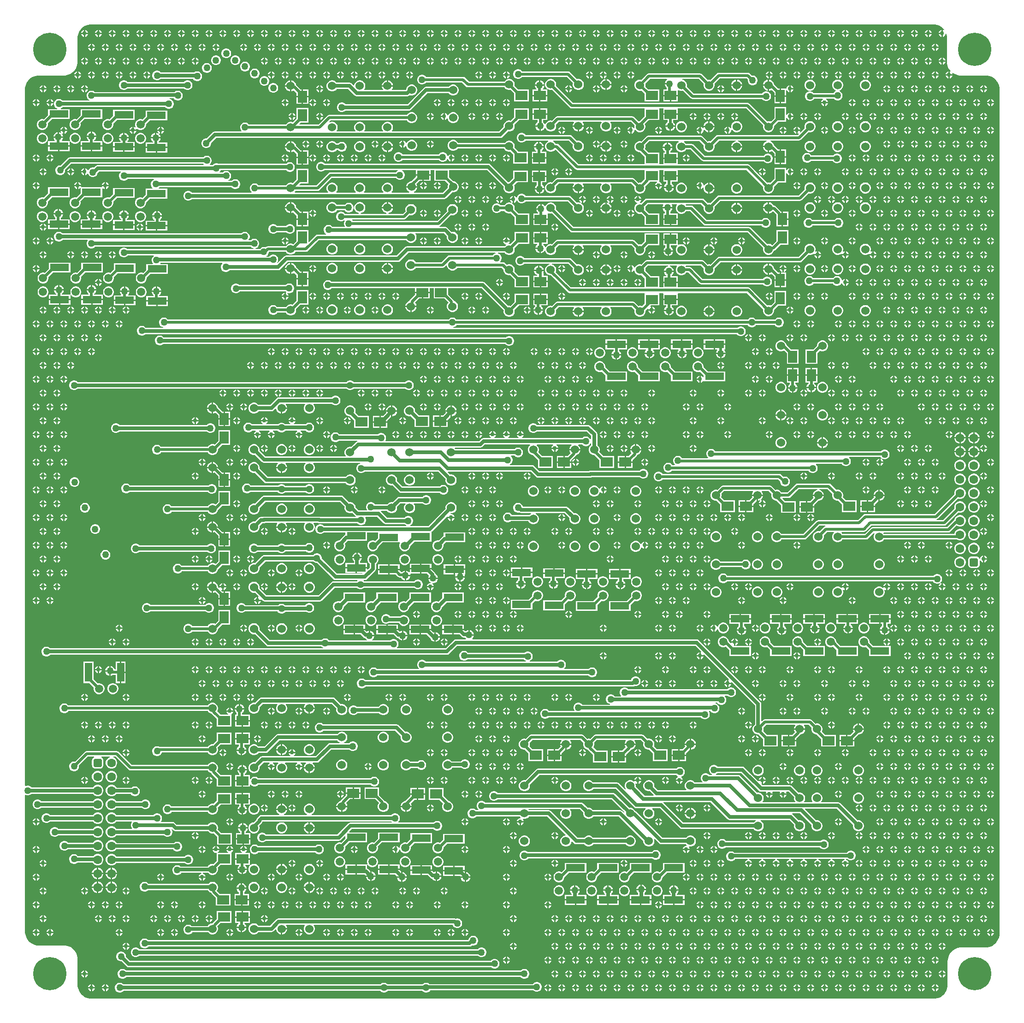
<source format=gbl>
G04*
G04 #@! TF.GenerationSoftware,Altium Limited,Altium Designer,25.5.2 (35)*
G04*
G04 Layer_Physical_Order=4*
G04 Layer_Color=16711680*
%FSLAX25Y25*%
%MOIN*%
G70*
G04*
G04 #@! TF.SameCoordinates,EC32A686-E373-4CB4-AF31-63D9CFDA87CC*
G04*
G04*
G04 #@! TF.FilePolarity,Positive*
G04*
G01*
G75*
%ADD15C,0.02500*%
%ADD23C,0.06000*%
%ADD26C,0.02000*%
%ADD27C,0.06299*%
G04:AMPARAMS|DCode=28|XSize=62.99mil|YSize=62.99mil|CornerRadius=15.75mil|HoleSize=0mil|Usage=FLASHONLY|Rotation=270.000|XOffset=0mil|YOffset=0mil|HoleType=Round|Shape=RoundedRectangle|*
%AMROUNDEDRECTD28*
21,1,0.06299,0.03150,0,0,270.0*
21,1,0.03150,0.06299,0,0,270.0*
1,1,0.03150,-0.01575,-0.01575*
1,1,0.03150,-0.01575,0.01575*
1,1,0.03150,0.01575,0.01575*
1,1,0.03150,0.01575,-0.01575*
%
%ADD28ROUNDEDRECTD28*%
%ADD29C,0.05906*%
%ADD30C,0.05000*%
%ADD31C,0.03000*%
%ADD32C,0.24000*%
%ADD40R,0.13600X0.05200*%
%ADD41R,0.06500X0.08600*%
%ADD42R,0.08600X0.06500*%
%ADD43R,0.05200X0.13600*%
G36*
X761417Y806116D02*
X763237Y805362D01*
X764875Y804268D01*
X766267Y802875D01*
X766408Y802664D01*
X766077Y802260D01*
X765500Y802499D01*
Y800000D01*
Y797501D01*
X766416Y797881D01*
X767119Y798584D01*
X767500Y799503D01*
Y799597D01*
X768000Y799696D01*
X768116Y799417D01*
X768500Y797485D01*
Y796500D01*
Y779500D01*
X768548Y778520D01*
X768931Y776597D01*
X769681Y774786D01*
X770770Y773156D01*
X771159Y772767D01*
X770876Y772343D01*
X770500Y772499D01*
Y770500D01*
X772499D01*
X772247Y771108D01*
X772651Y771439D01*
X773786Y770681D01*
X775597Y769931D01*
X777520Y769548D01*
X778500Y769500D01*
X797485D01*
X799417Y769116D01*
X801237Y768362D01*
X802875Y767268D01*
X804268Y765875D01*
X805362Y764237D01*
X806116Y762417D01*
X806500Y760485D01*
Y759500D01*
Y149000D01*
Y148015D01*
X806116Y146083D01*
X805362Y144263D01*
X804268Y142625D01*
X802875Y141233D01*
X801237Y140138D01*
X799417Y139384D01*
X797485Y139000D01*
X779000D01*
X778020Y138952D01*
X776097Y138569D01*
X774286Y137819D01*
X772656Y136730D01*
X771270Y135344D01*
X770181Y133714D01*
X769431Y131903D01*
X769048Y129980D01*
X769000Y129000D01*
Y112000D01*
Y111015D01*
X768616Y109083D01*
X767862Y107263D01*
X766768Y105625D01*
X765375Y104233D01*
X763737Y103138D01*
X761917Y102384D01*
X759985Y102000D01*
X149015D01*
X147083Y102384D01*
X145263Y103138D01*
X143625Y104233D01*
X142233Y105625D01*
X141138Y107263D01*
X140384Y109083D01*
X140000Y111015D01*
Y112000D01*
Y130500D01*
X139952Y131480D01*
X139569Y133403D01*
X138819Y135214D01*
X137730Y136844D01*
X136344Y138230D01*
X134714Y139319D01*
X132903Y140069D01*
X130980Y140452D01*
X130000Y140500D01*
X111015D01*
X109083Y140884D01*
X107263Y141638D01*
X105625Y142733D01*
X104233Y144125D01*
X103138Y145763D01*
X102384Y147583D01*
X102000Y149515D01*
Y150500D01*
Y249113D01*
X102433Y249363D01*
X102649Y249238D01*
X103539Y249000D01*
X104461D01*
X105351Y249238D01*
X106149Y249699D01*
X106656Y250206D01*
X151033D01*
X151180Y249952D01*
X151952Y249180D01*
X152898Y248633D01*
X153954Y248350D01*
X155046D01*
X156102Y248633D01*
X157048Y249180D01*
X157820Y249952D01*
X158367Y250898D01*
X158650Y251954D01*
Y253046D01*
X158367Y254102D01*
X157820Y255048D01*
X157048Y255820D01*
X156102Y256367D01*
X155046Y256650D01*
X153954D01*
X152898Y256367D01*
X151952Y255820D01*
X151180Y255048D01*
X151033Y254794D01*
X106656D01*
X106149Y255301D01*
X105351Y255762D01*
X104461Y256000D01*
X103539D01*
X102649Y255762D01*
X102433Y255637D01*
X102000Y255887D01*
Y759500D01*
Y760485D01*
X102384Y762417D01*
X103138Y764237D01*
X104233Y765875D01*
X105625Y767268D01*
X107263Y768362D01*
X109083Y769116D01*
X111015Y769500D01*
X130000D01*
X130980Y769548D01*
X132903Y769931D01*
X134714Y770681D01*
X136344Y771770D01*
X137730Y773156D01*
X138819Y774786D01*
X139569Y776597D01*
X139952Y778520D01*
X140000Y779500D01*
Y796500D01*
Y797485D01*
X140384Y799417D01*
X141138Y801237D01*
X142233Y802875D01*
X143625Y804268D01*
X145263Y805362D01*
X147083Y806116D01*
X149015Y806500D01*
X759485D01*
X761417Y806116D01*
D02*
G37*
%LPC*%
G36*
X764500Y802499D02*
X763584Y802119D01*
X762881Y801416D01*
X762501Y800500D01*
X764500D01*
Y802499D01*
D02*
G37*
G36*
X755500D02*
Y800500D01*
X757499D01*
X757119Y801416D01*
X756416Y802119D01*
X755500Y802499D01*
D02*
G37*
G36*
X754500D02*
X753584Y802119D01*
X752881Y801416D01*
X752501Y800500D01*
X754500D01*
Y802499D01*
D02*
G37*
G36*
X745500D02*
Y800500D01*
X747499D01*
X747119Y801416D01*
X746416Y802119D01*
X745500Y802499D01*
D02*
G37*
G36*
X744500D02*
X743584Y802119D01*
X742881Y801416D01*
X742501Y800500D01*
X744500D01*
Y802499D01*
D02*
G37*
G36*
X735500D02*
Y800500D01*
X737499D01*
X737119Y801416D01*
X736416Y802119D01*
X735500Y802499D01*
D02*
G37*
G36*
X734500D02*
X733584Y802119D01*
X732881Y801416D01*
X732501Y800500D01*
X734500D01*
Y802499D01*
D02*
G37*
G36*
X725500D02*
Y800500D01*
X727499D01*
X727119Y801416D01*
X726416Y802119D01*
X725500Y802499D01*
D02*
G37*
G36*
X724500D02*
X723584Y802119D01*
X722881Y801416D01*
X722501Y800500D01*
X724500D01*
Y802499D01*
D02*
G37*
G36*
X715500D02*
Y800500D01*
X717499D01*
X717119Y801416D01*
X716416Y802119D01*
X715500Y802499D01*
D02*
G37*
G36*
X714500D02*
X713584Y802119D01*
X712881Y801416D01*
X712501Y800500D01*
X714500D01*
Y802499D01*
D02*
G37*
G36*
X705500D02*
Y800500D01*
X707499D01*
X707119Y801416D01*
X706416Y802119D01*
X705500Y802499D01*
D02*
G37*
G36*
X704500D02*
X703584Y802119D01*
X702881Y801416D01*
X702501Y800500D01*
X704500D01*
Y802499D01*
D02*
G37*
G36*
X695500D02*
Y800500D01*
X697499D01*
X697119Y801416D01*
X696416Y802119D01*
X695500Y802499D01*
D02*
G37*
G36*
X694500D02*
X693584Y802119D01*
X692881Y801416D01*
X692501Y800500D01*
X694500D01*
Y802499D01*
D02*
G37*
G36*
X685500D02*
Y800500D01*
X687499D01*
X687119Y801416D01*
X686416Y802119D01*
X685500Y802499D01*
D02*
G37*
G36*
X684500D02*
X683584Y802119D01*
X682881Y801416D01*
X682501Y800500D01*
X684500D01*
Y802499D01*
D02*
G37*
G36*
X675500D02*
Y800500D01*
X677499D01*
X677119Y801416D01*
X676416Y802119D01*
X675500Y802499D01*
D02*
G37*
G36*
X674500D02*
X673584Y802119D01*
X672881Y801416D01*
X672501Y800500D01*
X674500D01*
Y802499D01*
D02*
G37*
G36*
X665500D02*
Y800500D01*
X667499D01*
X667119Y801416D01*
X666416Y802119D01*
X665500Y802499D01*
D02*
G37*
G36*
X664500D02*
X663584Y802119D01*
X662881Y801416D01*
X662501Y800500D01*
X664500D01*
Y802499D01*
D02*
G37*
G36*
X655500D02*
Y800500D01*
X657499D01*
X657119Y801416D01*
X656416Y802119D01*
X655500Y802499D01*
D02*
G37*
G36*
X654500D02*
X653584Y802119D01*
X652881Y801416D01*
X652501Y800500D01*
X654500D01*
Y802499D01*
D02*
G37*
G36*
X645500D02*
Y800500D01*
X647499D01*
X647119Y801416D01*
X646416Y802119D01*
X645500Y802499D01*
D02*
G37*
G36*
X644500D02*
X643584Y802119D01*
X642881Y801416D01*
X642501Y800500D01*
X644500D01*
Y802499D01*
D02*
G37*
G36*
X635500D02*
Y800500D01*
X637499D01*
X637119Y801416D01*
X636416Y802119D01*
X635500Y802499D01*
D02*
G37*
G36*
X634500D02*
X633584Y802119D01*
X632881Y801416D01*
X632501Y800500D01*
X634500D01*
Y802499D01*
D02*
G37*
G36*
X625500D02*
Y800500D01*
X627499D01*
X627119Y801416D01*
X626416Y802119D01*
X625500Y802499D01*
D02*
G37*
G36*
X624500D02*
X623584Y802119D01*
X622881Y801416D01*
X622501Y800500D01*
X624500D01*
Y802499D01*
D02*
G37*
G36*
X615500D02*
Y800500D01*
X617499D01*
X617119Y801416D01*
X616416Y802119D01*
X615500Y802499D01*
D02*
G37*
G36*
X614500D02*
X613584Y802119D01*
X612881Y801416D01*
X612501Y800500D01*
X614500D01*
Y802499D01*
D02*
G37*
G36*
X605500D02*
Y800500D01*
X607499D01*
X607119Y801416D01*
X606416Y802119D01*
X605500Y802499D01*
D02*
G37*
G36*
X604500D02*
X603584Y802119D01*
X602881Y801416D01*
X602501Y800500D01*
X604500D01*
Y802499D01*
D02*
G37*
G36*
X595500D02*
Y800500D01*
X597499D01*
X597119Y801416D01*
X596416Y802119D01*
X595500Y802499D01*
D02*
G37*
G36*
X594500D02*
X593584Y802119D01*
X592881Y801416D01*
X592501Y800500D01*
X594500D01*
Y802499D01*
D02*
G37*
G36*
X585500D02*
Y800500D01*
X587499D01*
X587119Y801416D01*
X586416Y802119D01*
X585500Y802499D01*
D02*
G37*
G36*
X584500D02*
X583584Y802119D01*
X582881Y801416D01*
X582501Y800500D01*
X584500D01*
Y802499D01*
D02*
G37*
G36*
X575500D02*
Y800500D01*
X577499D01*
X577119Y801416D01*
X576416Y802119D01*
X575500Y802499D01*
D02*
G37*
G36*
X574500D02*
X573584Y802119D01*
X572881Y801416D01*
X572501Y800500D01*
X574500D01*
Y802499D01*
D02*
G37*
G36*
X565500D02*
Y800500D01*
X567499D01*
X567119Y801416D01*
X566416Y802119D01*
X565500Y802499D01*
D02*
G37*
G36*
X564500D02*
X563584Y802119D01*
X562881Y801416D01*
X562501Y800500D01*
X564500D01*
Y802499D01*
D02*
G37*
G36*
X555500D02*
Y800500D01*
X557499D01*
X557119Y801416D01*
X556416Y802119D01*
X555500Y802499D01*
D02*
G37*
G36*
X554500D02*
X553584Y802119D01*
X552881Y801416D01*
X552501Y800500D01*
X554500D01*
Y802499D01*
D02*
G37*
G36*
X545500D02*
Y800500D01*
X547499D01*
X547119Y801416D01*
X546416Y802119D01*
X545500Y802499D01*
D02*
G37*
G36*
X544500D02*
X543584Y802119D01*
X542881Y801416D01*
X542501Y800500D01*
X544500D01*
Y802499D01*
D02*
G37*
G36*
X535500D02*
Y800500D01*
X537499D01*
X537119Y801416D01*
X536416Y802119D01*
X535500Y802499D01*
D02*
G37*
G36*
X534500D02*
X533584Y802119D01*
X532881Y801416D01*
X532501Y800500D01*
X534500D01*
Y802499D01*
D02*
G37*
G36*
X525500D02*
Y800500D01*
X527499D01*
X527119Y801416D01*
X526416Y802119D01*
X525500Y802499D01*
D02*
G37*
G36*
X524500D02*
X523584Y802119D01*
X522881Y801416D01*
X522501Y800500D01*
X524500D01*
Y802499D01*
D02*
G37*
G36*
X515500D02*
Y800500D01*
X517499D01*
X517119Y801416D01*
X516416Y802119D01*
X515500Y802499D01*
D02*
G37*
G36*
X514500D02*
X513584Y802119D01*
X512881Y801416D01*
X512501Y800500D01*
X514500D01*
Y802499D01*
D02*
G37*
G36*
X505500D02*
Y800500D01*
X507499D01*
X507119Y801416D01*
X506416Y802119D01*
X505500Y802499D01*
D02*
G37*
G36*
X504500D02*
X503584Y802119D01*
X502881Y801416D01*
X502501Y800500D01*
X504500D01*
Y802499D01*
D02*
G37*
G36*
X495500D02*
Y800500D01*
X497499D01*
X497119Y801416D01*
X496416Y802119D01*
X495500Y802499D01*
D02*
G37*
G36*
X494500D02*
X493584Y802119D01*
X492881Y801416D01*
X492501Y800500D01*
X494500D01*
Y802499D01*
D02*
G37*
G36*
X485500D02*
Y800500D01*
X487499D01*
X487119Y801416D01*
X486416Y802119D01*
X485500Y802499D01*
D02*
G37*
G36*
X484500D02*
X483584Y802119D01*
X482881Y801416D01*
X482501Y800500D01*
X484500D01*
Y802499D01*
D02*
G37*
G36*
X475500D02*
Y800500D01*
X477499D01*
X477119Y801416D01*
X476416Y802119D01*
X475500Y802499D01*
D02*
G37*
G36*
X474500D02*
X473584Y802119D01*
X472881Y801416D01*
X472501Y800500D01*
X474500D01*
Y802499D01*
D02*
G37*
G36*
X465500D02*
Y800500D01*
X467499D01*
X467119Y801416D01*
X466416Y802119D01*
X465500Y802499D01*
D02*
G37*
G36*
X464500D02*
X463584Y802119D01*
X462881Y801416D01*
X462501Y800500D01*
X464500D01*
Y802499D01*
D02*
G37*
G36*
X455500D02*
Y800500D01*
X457499D01*
X457119Y801416D01*
X456416Y802119D01*
X455500Y802499D01*
D02*
G37*
G36*
X454500D02*
X453584Y802119D01*
X452881Y801416D01*
X452501Y800500D01*
X454500D01*
Y802499D01*
D02*
G37*
G36*
X445500D02*
Y800500D01*
X447499D01*
X447119Y801416D01*
X446416Y802119D01*
X445500Y802499D01*
D02*
G37*
G36*
X444500D02*
X443584Y802119D01*
X442881Y801416D01*
X442501Y800500D01*
X444500D01*
Y802499D01*
D02*
G37*
G36*
X435500D02*
Y800500D01*
X437499D01*
X437119Y801416D01*
X436416Y802119D01*
X435500Y802499D01*
D02*
G37*
G36*
X434500D02*
X433584Y802119D01*
X432881Y801416D01*
X432501Y800500D01*
X434500D01*
Y802499D01*
D02*
G37*
G36*
X425500D02*
Y800500D01*
X427499D01*
X427119Y801416D01*
X426416Y802119D01*
X425500Y802499D01*
D02*
G37*
G36*
X424500D02*
X423584Y802119D01*
X422881Y801416D01*
X422501Y800500D01*
X424500D01*
Y802499D01*
D02*
G37*
G36*
X415500D02*
Y800500D01*
X417499D01*
X417119Y801416D01*
X416416Y802119D01*
X415500Y802499D01*
D02*
G37*
G36*
X414500D02*
X413584Y802119D01*
X412881Y801416D01*
X412501Y800500D01*
X414500D01*
Y802499D01*
D02*
G37*
G36*
X405500D02*
Y800500D01*
X407499D01*
X407119Y801416D01*
X406416Y802119D01*
X405500Y802499D01*
D02*
G37*
G36*
X404500D02*
X403584Y802119D01*
X402881Y801416D01*
X402501Y800500D01*
X404500D01*
Y802499D01*
D02*
G37*
G36*
X395500D02*
Y800500D01*
X397499D01*
X397119Y801416D01*
X396416Y802119D01*
X395500Y802499D01*
D02*
G37*
G36*
X394500D02*
X393584Y802119D01*
X392881Y801416D01*
X392501Y800500D01*
X394500D01*
Y802499D01*
D02*
G37*
G36*
X385500D02*
Y800500D01*
X387499D01*
X387119Y801416D01*
X386416Y802119D01*
X385500Y802499D01*
D02*
G37*
G36*
X384500D02*
X383584Y802119D01*
X382881Y801416D01*
X382501Y800500D01*
X384500D01*
Y802499D01*
D02*
G37*
G36*
X375500D02*
Y800500D01*
X377499D01*
X377119Y801416D01*
X376416Y802119D01*
X375500Y802499D01*
D02*
G37*
G36*
X374500D02*
X373584Y802119D01*
X372881Y801416D01*
X372501Y800500D01*
X374500D01*
Y802499D01*
D02*
G37*
G36*
X365500D02*
Y800500D01*
X367499D01*
X367119Y801416D01*
X366416Y802119D01*
X365500Y802499D01*
D02*
G37*
G36*
X364500D02*
X363584Y802119D01*
X362881Y801416D01*
X362501Y800500D01*
X364500D01*
Y802499D01*
D02*
G37*
G36*
X355500D02*
Y800500D01*
X357499D01*
X357119Y801416D01*
X356416Y802119D01*
X355500Y802499D01*
D02*
G37*
G36*
X354500D02*
X353584Y802119D01*
X352881Y801416D01*
X352501Y800500D01*
X354500D01*
Y802499D01*
D02*
G37*
G36*
X345500D02*
Y800500D01*
X347499D01*
X347119Y801416D01*
X346416Y802119D01*
X345500Y802499D01*
D02*
G37*
G36*
X344500D02*
X343584Y802119D01*
X342881Y801416D01*
X342501Y800500D01*
X344500D01*
Y802499D01*
D02*
G37*
G36*
X335500D02*
Y800500D01*
X337499D01*
X337119Y801416D01*
X336416Y802119D01*
X335500Y802499D01*
D02*
G37*
G36*
X334500D02*
X333584Y802119D01*
X332881Y801416D01*
X332501Y800500D01*
X334500D01*
Y802499D01*
D02*
G37*
G36*
X325500D02*
Y800500D01*
X327499D01*
X327119Y801416D01*
X326416Y802119D01*
X325500Y802499D01*
D02*
G37*
G36*
X324500D02*
X323584Y802119D01*
X322881Y801416D01*
X322501Y800500D01*
X324500D01*
Y802499D01*
D02*
G37*
G36*
X315500D02*
Y800500D01*
X317499D01*
X317119Y801416D01*
X316416Y802119D01*
X315500Y802499D01*
D02*
G37*
G36*
X314500D02*
X313584Y802119D01*
X312881Y801416D01*
X312501Y800500D01*
X314500D01*
Y802499D01*
D02*
G37*
G36*
X305500D02*
Y800500D01*
X307499D01*
X307119Y801416D01*
X306416Y802119D01*
X305500Y802499D01*
D02*
G37*
G36*
X304500D02*
X303584Y802119D01*
X302881Y801416D01*
X302501Y800500D01*
X304500D01*
Y802499D01*
D02*
G37*
G36*
X295500D02*
Y800500D01*
X297499D01*
X297119Y801416D01*
X296416Y802119D01*
X295500Y802499D01*
D02*
G37*
G36*
X294500D02*
X293584Y802119D01*
X292881Y801416D01*
X292501Y800500D01*
X294500D01*
Y802499D01*
D02*
G37*
G36*
X285500D02*
Y800500D01*
X287499D01*
X287119Y801416D01*
X286416Y802119D01*
X285500Y802499D01*
D02*
G37*
G36*
X284500D02*
X283584Y802119D01*
X282881Y801416D01*
X282501Y800500D01*
X284500D01*
Y802499D01*
D02*
G37*
G36*
X275500D02*
Y800500D01*
X277499D01*
X277119Y801416D01*
X276416Y802119D01*
X275500Y802499D01*
D02*
G37*
G36*
X274500D02*
X273584Y802119D01*
X272881Y801416D01*
X272501Y800500D01*
X274500D01*
Y802499D01*
D02*
G37*
G36*
X265500D02*
Y800500D01*
X267499D01*
X267119Y801416D01*
X266416Y802119D01*
X265500Y802499D01*
D02*
G37*
G36*
X264500D02*
X263584Y802119D01*
X262881Y801416D01*
X262501Y800500D01*
X264500D01*
Y802499D01*
D02*
G37*
G36*
X255500D02*
Y800500D01*
X257499D01*
X257119Y801416D01*
X256416Y802119D01*
X255500Y802499D01*
D02*
G37*
G36*
X254500D02*
X253584Y802119D01*
X252881Y801416D01*
X252501Y800500D01*
X254500D01*
Y802499D01*
D02*
G37*
G36*
X245500D02*
Y800500D01*
X247499D01*
X247119Y801416D01*
X246416Y802119D01*
X245500Y802499D01*
D02*
G37*
G36*
X244500D02*
X243584Y802119D01*
X242881Y801416D01*
X242501Y800500D01*
X244500D01*
Y802499D01*
D02*
G37*
G36*
X235500D02*
Y800500D01*
X237499D01*
X237119Y801416D01*
X236416Y802119D01*
X235500Y802499D01*
D02*
G37*
G36*
X234500D02*
X233584Y802119D01*
X232881Y801416D01*
X232501Y800500D01*
X234500D01*
Y802499D01*
D02*
G37*
G36*
X225500D02*
Y800500D01*
X227499D01*
X227119Y801416D01*
X226416Y802119D01*
X225500Y802499D01*
D02*
G37*
G36*
X224500D02*
X223584Y802119D01*
X222881Y801416D01*
X222501Y800500D01*
X224500D01*
Y802499D01*
D02*
G37*
G36*
X215500D02*
Y800500D01*
X217499D01*
X217119Y801416D01*
X216416Y802119D01*
X215500Y802499D01*
D02*
G37*
G36*
X214500D02*
X213584Y802119D01*
X212881Y801416D01*
X212501Y800500D01*
X214500D01*
Y802499D01*
D02*
G37*
G36*
X205500D02*
Y800500D01*
X207499D01*
X207119Y801416D01*
X206416Y802119D01*
X205500Y802499D01*
D02*
G37*
G36*
X204500D02*
X203584Y802119D01*
X202881Y801416D01*
X202501Y800500D01*
X204500D01*
Y802499D01*
D02*
G37*
G36*
X195500D02*
Y800500D01*
X197499D01*
X197119Y801416D01*
X196416Y802119D01*
X195500Y802499D01*
D02*
G37*
G36*
X194500D02*
X193584Y802119D01*
X192881Y801416D01*
X192501Y800500D01*
X194500D01*
Y802499D01*
D02*
G37*
G36*
X185500D02*
Y800500D01*
X187499D01*
X187119Y801416D01*
X186416Y802119D01*
X185500Y802499D01*
D02*
G37*
G36*
X184500D02*
X183584Y802119D01*
X182881Y801416D01*
X182501Y800500D01*
X184500D01*
Y802499D01*
D02*
G37*
G36*
X175500D02*
Y800500D01*
X177499D01*
X177119Y801416D01*
X176416Y802119D01*
X175500Y802499D01*
D02*
G37*
G36*
X174500D02*
X173584Y802119D01*
X172881Y801416D01*
X172501Y800500D01*
X174500D01*
Y802499D01*
D02*
G37*
G36*
X165500D02*
Y800500D01*
X167499D01*
X167119Y801416D01*
X166416Y802119D01*
X165500Y802499D01*
D02*
G37*
G36*
X164500D02*
X163584Y802119D01*
X162881Y801416D01*
X162501Y800500D01*
X164500D01*
Y802499D01*
D02*
G37*
G36*
X155500D02*
Y800500D01*
X157499D01*
X157119Y801416D01*
X156416Y802119D01*
X155500Y802499D01*
D02*
G37*
G36*
X154500D02*
X153584Y802119D01*
X152881Y801416D01*
X152501Y800500D01*
X154500D01*
Y802499D01*
D02*
G37*
G36*
X145500D02*
Y800500D01*
X147499D01*
X147119Y801416D01*
X146416Y802119D01*
X145500Y802499D01*
D02*
G37*
G36*
X144500D02*
X143584Y802119D01*
X142881Y801416D01*
X142501Y800500D01*
X144500D01*
Y802499D01*
D02*
G37*
G36*
X764500Y799500D02*
X762501D01*
X762881Y798584D01*
X763584Y797881D01*
X764500Y797501D01*
Y799500D01*
D02*
G37*
G36*
X757499D02*
X755500D01*
Y797501D01*
X756416Y797881D01*
X757119Y798584D01*
X757499Y799500D01*
D02*
G37*
G36*
X754500D02*
X752501D01*
X752881Y798584D01*
X753584Y797881D01*
X754500Y797501D01*
Y799500D01*
D02*
G37*
G36*
X747499D02*
X745500D01*
Y797501D01*
X746416Y797881D01*
X747119Y798584D01*
X747499Y799500D01*
D02*
G37*
G36*
X744500D02*
X742501D01*
X742881Y798584D01*
X743584Y797881D01*
X744500Y797501D01*
Y799500D01*
D02*
G37*
G36*
X737499D02*
X735500D01*
Y797501D01*
X736416Y797881D01*
X737119Y798584D01*
X737499Y799500D01*
D02*
G37*
G36*
X734500D02*
X732501D01*
X732881Y798584D01*
X733584Y797881D01*
X734500Y797501D01*
Y799500D01*
D02*
G37*
G36*
X727499D02*
X725500D01*
Y797501D01*
X726416Y797881D01*
X727119Y798584D01*
X727499Y799500D01*
D02*
G37*
G36*
X724500D02*
X722501D01*
X722881Y798584D01*
X723584Y797881D01*
X724500Y797501D01*
Y799500D01*
D02*
G37*
G36*
X717499D02*
X715500D01*
Y797501D01*
X716416Y797881D01*
X717119Y798584D01*
X717499Y799500D01*
D02*
G37*
G36*
X714500D02*
X712501D01*
X712881Y798584D01*
X713584Y797881D01*
X714500Y797501D01*
Y799500D01*
D02*
G37*
G36*
X707499D02*
X705500D01*
Y797501D01*
X706416Y797881D01*
X707119Y798584D01*
X707499Y799500D01*
D02*
G37*
G36*
X704500D02*
X702501D01*
X702881Y798584D01*
X703584Y797881D01*
X704500Y797501D01*
Y799500D01*
D02*
G37*
G36*
X697499D02*
X695500D01*
Y797501D01*
X696416Y797881D01*
X697119Y798584D01*
X697499Y799500D01*
D02*
G37*
G36*
X694500D02*
X692501D01*
X692881Y798584D01*
X693584Y797881D01*
X694500Y797501D01*
Y799500D01*
D02*
G37*
G36*
X687499D02*
X685500D01*
Y797501D01*
X686416Y797881D01*
X687119Y798584D01*
X687499Y799500D01*
D02*
G37*
G36*
X684500D02*
X682501D01*
X682881Y798584D01*
X683584Y797881D01*
X684500Y797501D01*
Y799500D01*
D02*
G37*
G36*
X677499D02*
X675500D01*
Y797501D01*
X676416Y797881D01*
X677119Y798584D01*
X677499Y799500D01*
D02*
G37*
G36*
X674500D02*
X672501D01*
X672881Y798584D01*
X673584Y797881D01*
X674500Y797501D01*
Y799500D01*
D02*
G37*
G36*
X667499D02*
X665500D01*
Y797501D01*
X666416Y797881D01*
X667119Y798584D01*
X667499Y799500D01*
D02*
G37*
G36*
X664500D02*
X662501D01*
X662881Y798584D01*
X663584Y797881D01*
X664500Y797501D01*
Y799500D01*
D02*
G37*
G36*
X657499D02*
X655500D01*
Y797501D01*
X656416Y797881D01*
X657119Y798584D01*
X657499Y799500D01*
D02*
G37*
G36*
X654500D02*
X652501D01*
X652881Y798584D01*
X653584Y797881D01*
X654500Y797501D01*
Y799500D01*
D02*
G37*
G36*
X647499D02*
X645500D01*
Y797501D01*
X646416Y797881D01*
X647119Y798584D01*
X647499Y799500D01*
D02*
G37*
G36*
X644500D02*
X642501D01*
X642881Y798584D01*
X643584Y797881D01*
X644500Y797501D01*
Y799500D01*
D02*
G37*
G36*
X637499D02*
X635500D01*
Y797501D01*
X636416Y797881D01*
X637119Y798584D01*
X637499Y799500D01*
D02*
G37*
G36*
X634500D02*
X632501D01*
X632881Y798584D01*
X633584Y797881D01*
X634500Y797501D01*
Y799500D01*
D02*
G37*
G36*
X627499D02*
X625500D01*
Y797501D01*
X626416Y797881D01*
X627119Y798584D01*
X627499Y799500D01*
D02*
G37*
G36*
X624500D02*
X622501D01*
X622881Y798584D01*
X623584Y797881D01*
X624500Y797501D01*
Y799500D01*
D02*
G37*
G36*
X617499D02*
X615500D01*
Y797501D01*
X616416Y797881D01*
X617119Y798584D01*
X617499Y799500D01*
D02*
G37*
G36*
X614500D02*
X612501D01*
X612881Y798584D01*
X613584Y797881D01*
X614500Y797501D01*
Y799500D01*
D02*
G37*
G36*
X607499D02*
X605500D01*
Y797501D01*
X606416Y797881D01*
X607119Y798584D01*
X607499Y799500D01*
D02*
G37*
G36*
X604500D02*
X602501D01*
X602881Y798584D01*
X603584Y797881D01*
X604500Y797501D01*
Y799500D01*
D02*
G37*
G36*
X597499D02*
X595500D01*
Y797501D01*
X596416Y797881D01*
X597119Y798584D01*
X597499Y799500D01*
D02*
G37*
G36*
X594500D02*
X592501D01*
X592881Y798584D01*
X593584Y797881D01*
X594500Y797501D01*
Y799500D01*
D02*
G37*
G36*
X587499D02*
X585500D01*
Y797501D01*
X586416Y797881D01*
X587119Y798584D01*
X587499Y799500D01*
D02*
G37*
G36*
X584500D02*
X582501D01*
X582881Y798584D01*
X583584Y797881D01*
X584500Y797501D01*
Y799500D01*
D02*
G37*
G36*
X577499D02*
X575500D01*
Y797501D01*
X576416Y797881D01*
X577119Y798584D01*
X577499Y799500D01*
D02*
G37*
G36*
X574500D02*
X572501D01*
X572881Y798584D01*
X573584Y797881D01*
X574500Y797501D01*
Y799500D01*
D02*
G37*
G36*
X567499D02*
X565500D01*
Y797501D01*
X566416Y797881D01*
X567119Y798584D01*
X567499Y799500D01*
D02*
G37*
G36*
X564500D02*
X562501D01*
X562881Y798584D01*
X563584Y797881D01*
X564500Y797501D01*
Y799500D01*
D02*
G37*
G36*
X557499D02*
X555500D01*
Y797501D01*
X556416Y797881D01*
X557119Y798584D01*
X557499Y799500D01*
D02*
G37*
G36*
X554500D02*
X552501D01*
X552881Y798584D01*
X553584Y797881D01*
X554500Y797501D01*
Y799500D01*
D02*
G37*
G36*
X547499D02*
X545500D01*
Y797501D01*
X546416Y797881D01*
X547119Y798584D01*
X547499Y799500D01*
D02*
G37*
G36*
X544500D02*
X542501D01*
X542881Y798584D01*
X543584Y797881D01*
X544500Y797501D01*
Y799500D01*
D02*
G37*
G36*
X537499D02*
X535500D01*
Y797501D01*
X536416Y797881D01*
X537119Y798584D01*
X537499Y799500D01*
D02*
G37*
G36*
X534500D02*
X532501D01*
X532881Y798584D01*
X533584Y797881D01*
X534500Y797501D01*
Y799500D01*
D02*
G37*
G36*
X527499D02*
X525500D01*
Y797501D01*
X526416Y797881D01*
X527119Y798584D01*
X527499Y799500D01*
D02*
G37*
G36*
X524500D02*
X522501D01*
X522881Y798584D01*
X523584Y797881D01*
X524500Y797501D01*
Y799500D01*
D02*
G37*
G36*
X517499D02*
X515500D01*
Y797501D01*
X516416Y797881D01*
X517119Y798584D01*
X517499Y799500D01*
D02*
G37*
G36*
X514500D02*
X512501D01*
X512881Y798584D01*
X513584Y797881D01*
X514500Y797501D01*
Y799500D01*
D02*
G37*
G36*
X507499D02*
X505500D01*
Y797501D01*
X506416Y797881D01*
X507119Y798584D01*
X507499Y799500D01*
D02*
G37*
G36*
X504500D02*
X502501D01*
X502881Y798584D01*
X503584Y797881D01*
X504500Y797501D01*
Y799500D01*
D02*
G37*
G36*
X497499D02*
X495500D01*
Y797501D01*
X496416Y797881D01*
X497119Y798584D01*
X497499Y799500D01*
D02*
G37*
G36*
X494500D02*
X492501D01*
X492881Y798584D01*
X493584Y797881D01*
X494500Y797501D01*
Y799500D01*
D02*
G37*
G36*
X487499D02*
X485500D01*
Y797501D01*
X486416Y797881D01*
X487119Y798584D01*
X487499Y799500D01*
D02*
G37*
G36*
X484500D02*
X482501D01*
X482881Y798584D01*
X483584Y797881D01*
X484500Y797501D01*
Y799500D01*
D02*
G37*
G36*
X477499D02*
X475500D01*
Y797501D01*
X476416Y797881D01*
X477119Y798584D01*
X477499Y799500D01*
D02*
G37*
G36*
X474500D02*
X472501D01*
X472881Y798584D01*
X473584Y797881D01*
X474500Y797501D01*
Y799500D01*
D02*
G37*
G36*
X467499D02*
X465500D01*
Y797501D01*
X466416Y797881D01*
X467119Y798584D01*
X467499Y799500D01*
D02*
G37*
G36*
X464500D02*
X462501D01*
X462881Y798584D01*
X463584Y797881D01*
X464500Y797501D01*
Y799500D01*
D02*
G37*
G36*
X457499D02*
X455500D01*
Y797501D01*
X456416Y797881D01*
X457119Y798584D01*
X457499Y799500D01*
D02*
G37*
G36*
X454500D02*
X452501D01*
X452881Y798584D01*
X453584Y797881D01*
X454500Y797501D01*
Y799500D01*
D02*
G37*
G36*
X447499D02*
X445500D01*
Y797501D01*
X446416Y797881D01*
X447119Y798584D01*
X447499Y799500D01*
D02*
G37*
G36*
X444500D02*
X442501D01*
X442881Y798584D01*
X443584Y797881D01*
X444500Y797501D01*
Y799500D01*
D02*
G37*
G36*
X437499D02*
X435500D01*
Y797501D01*
X436416Y797881D01*
X437119Y798584D01*
X437499Y799500D01*
D02*
G37*
G36*
X434500D02*
X432501D01*
X432881Y798584D01*
X433584Y797881D01*
X434500Y797501D01*
Y799500D01*
D02*
G37*
G36*
X427499D02*
X425500D01*
Y797501D01*
X426416Y797881D01*
X427119Y798584D01*
X427499Y799500D01*
D02*
G37*
G36*
X424500D02*
X422501D01*
X422881Y798584D01*
X423584Y797881D01*
X424500Y797501D01*
Y799500D01*
D02*
G37*
G36*
X417499D02*
X415500D01*
Y797501D01*
X416416Y797881D01*
X417119Y798584D01*
X417499Y799500D01*
D02*
G37*
G36*
X414500D02*
X412501D01*
X412881Y798584D01*
X413584Y797881D01*
X414500Y797501D01*
Y799500D01*
D02*
G37*
G36*
X407499D02*
X405500D01*
Y797501D01*
X406416Y797881D01*
X407119Y798584D01*
X407499Y799500D01*
D02*
G37*
G36*
X404500D02*
X402501D01*
X402881Y798584D01*
X403584Y797881D01*
X404500Y797501D01*
Y799500D01*
D02*
G37*
G36*
X397499D02*
X395500D01*
Y797501D01*
X396416Y797881D01*
X397119Y798584D01*
X397499Y799500D01*
D02*
G37*
G36*
X394500D02*
X392501D01*
X392881Y798584D01*
X393584Y797881D01*
X394500Y797501D01*
Y799500D01*
D02*
G37*
G36*
X387499D02*
X385500D01*
Y797501D01*
X386416Y797881D01*
X387119Y798584D01*
X387499Y799500D01*
D02*
G37*
G36*
X384500D02*
X382501D01*
X382881Y798584D01*
X383584Y797881D01*
X384500Y797501D01*
Y799500D01*
D02*
G37*
G36*
X377499D02*
X375500D01*
Y797501D01*
X376416Y797881D01*
X377119Y798584D01*
X377499Y799500D01*
D02*
G37*
G36*
X374500D02*
X372501D01*
X372881Y798584D01*
X373584Y797881D01*
X374500Y797501D01*
Y799500D01*
D02*
G37*
G36*
X367499D02*
X365500D01*
Y797501D01*
X366416Y797881D01*
X367119Y798584D01*
X367499Y799500D01*
D02*
G37*
G36*
X364500D02*
X362501D01*
X362881Y798584D01*
X363584Y797881D01*
X364500Y797501D01*
Y799500D01*
D02*
G37*
G36*
X357499D02*
X355500D01*
Y797501D01*
X356416Y797881D01*
X357119Y798584D01*
X357499Y799500D01*
D02*
G37*
G36*
X354500D02*
X352501D01*
X352881Y798584D01*
X353584Y797881D01*
X354500Y797501D01*
Y799500D01*
D02*
G37*
G36*
X347499D02*
X345500D01*
Y797501D01*
X346416Y797881D01*
X347119Y798584D01*
X347499Y799500D01*
D02*
G37*
G36*
X344500D02*
X342501D01*
X342881Y798584D01*
X343584Y797881D01*
X344500Y797501D01*
Y799500D01*
D02*
G37*
G36*
X337499D02*
X335500D01*
Y797501D01*
X336416Y797881D01*
X337119Y798584D01*
X337499Y799500D01*
D02*
G37*
G36*
X334500D02*
X332501D01*
X332881Y798584D01*
X333584Y797881D01*
X334500Y797501D01*
Y799500D01*
D02*
G37*
G36*
X327499D02*
X325500D01*
Y797501D01*
X326416Y797881D01*
X327119Y798584D01*
X327499Y799500D01*
D02*
G37*
G36*
X324500D02*
X322501D01*
X322881Y798584D01*
X323584Y797881D01*
X324500Y797501D01*
Y799500D01*
D02*
G37*
G36*
X317499D02*
X315500D01*
Y797501D01*
X316416Y797881D01*
X317119Y798584D01*
X317499Y799500D01*
D02*
G37*
G36*
X314500D02*
X312501D01*
X312881Y798584D01*
X313584Y797881D01*
X314500Y797501D01*
Y799500D01*
D02*
G37*
G36*
X307499D02*
X305500D01*
Y797501D01*
X306416Y797881D01*
X307119Y798584D01*
X307499Y799500D01*
D02*
G37*
G36*
X304500D02*
X302501D01*
X302881Y798584D01*
X303584Y797881D01*
X304500Y797501D01*
Y799500D01*
D02*
G37*
G36*
X297499D02*
X295500D01*
Y797501D01*
X296416Y797881D01*
X297119Y798584D01*
X297499Y799500D01*
D02*
G37*
G36*
X294500D02*
X292501D01*
X292881Y798584D01*
X293584Y797881D01*
X294500Y797501D01*
Y799500D01*
D02*
G37*
G36*
X287499D02*
X285500D01*
Y797501D01*
X286416Y797881D01*
X287119Y798584D01*
X287499Y799500D01*
D02*
G37*
G36*
X284500D02*
X282501D01*
X282881Y798584D01*
X283584Y797881D01*
X284500Y797501D01*
Y799500D01*
D02*
G37*
G36*
X277499D02*
X275500D01*
Y797501D01*
X276416Y797881D01*
X277119Y798584D01*
X277499Y799500D01*
D02*
G37*
G36*
X274500D02*
X272501D01*
X272881Y798584D01*
X273584Y797881D01*
X274500Y797501D01*
Y799500D01*
D02*
G37*
G36*
X267499D02*
X265500D01*
Y797501D01*
X266416Y797881D01*
X267119Y798584D01*
X267499Y799500D01*
D02*
G37*
G36*
X264500D02*
X262501D01*
X262881Y798584D01*
X263584Y797881D01*
X264500Y797501D01*
Y799500D01*
D02*
G37*
G36*
X257499D02*
X255500D01*
Y797501D01*
X256416Y797881D01*
X257119Y798584D01*
X257499Y799500D01*
D02*
G37*
G36*
X254500D02*
X252501D01*
X252881Y798584D01*
X253584Y797881D01*
X254500Y797501D01*
Y799500D01*
D02*
G37*
G36*
X247499D02*
X245500D01*
Y797501D01*
X246416Y797881D01*
X247119Y798584D01*
X247499Y799500D01*
D02*
G37*
G36*
X244500D02*
X242501D01*
X242881Y798584D01*
X243584Y797881D01*
X244500Y797501D01*
Y799500D01*
D02*
G37*
G36*
X237499D02*
X235500D01*
Y797501D01*
X236416Y797881D01*
X237119Y798584D01*
X237499Y799500D01*
D02*
G37*
G36*
X234500D02*
X232501D01*
X232881Y798584D01*
X233584Y797881D01*
X234500Y797501D01*
Y799500D01*
D02*
G37*
G36*
X227499D02*
X225500D01*
Y797501D01*
X226416Y797881D01*
X227119Y798584D01*
X227499Y799500D01*
D02*
G37*
G36*
X224500D02*
X222501D01*
X222881Y798584D01*
X223584Y797881D01*
X224500Y797501D01*
Y799500D01*
D02*
G37*
G36*
X217499D02*
X215500D01*
Y797501D01*
X216416Y797881D01*
X217119Y798584D01*
X217499Y799500D01*
D02*
G37*
G36*
X214500D02*
X212501D01*
X212881Y798584D01*
X213584Y797881D01*
X214500Y797501D01*
Y799500D01*
D02*
G37*
G36*
X207499D02*
X205500D01*
Y797501D01*
X206416Y797881D01*
X207119Y798584D01*
X207499Y799500D01*
D02*
G37*
G36*
X204500D02*
X202501D01*
X202881Y798584D01*
X203584Y797881D01*
X204500Y797501D01*
Y799500D01*
D02*
G37*
G36*
X197499D02*
X195500D01*
Y797501D01*
X196416Y797881D01*
X197119Y798584D01*
X197499Y799500D01*
D02*
G37*
G36*
X194500D02*
X192501D01*
X192881Y798584D01*
X193584Y797881D01*
X194500Y797501D01*
Y799500D01*
D02*
G37*
G36*
X187499D02*
X185500D01*
Y797501D01*
X186416Y797881D01*
X187119Y798584D01*
X187499Y799500D01*
D02*
G37*
G36*
X184500D02*
X182501D01*
X182881Y798584D01*
X183584Y797881D01*
X184500Y797501D01*
Y799500D01*
D02*
G37*
G36*
X177499D02*
X175500D01*
Y797501D01*
X176416Y797881D01*
X177119Y798584D01*
X177499Y799500D01*
D02*
G37*
G36*
X174500D02*
X172501D01*
X172881Y798584D01*
X173584Y797881D01*
X174500Y797501D01*
Y799500D01*
D02*
G37*
G36*
X167499D02*
X165500D01*
Y797501D01*
X166416Y797881D01*
X167119Y798584D01*
X167499Y799500D01*
D02*
G37*
G36*
X164500D02*
X162501D01*
X162881Y798584D01*
X163584Y797881D01*
X164500Y797501D01*
Y799500D01*
D02*
G37*
G36*
X157499D02*
X155500D01*
Y797501D01*
X156416Y797881D01*
X157119Y798584D01*
X157499Y799500D01*
D02*
G37*
G36*
X154500D02*
X152501D01*
X152881Y798584D01*
X153584Y797881D01*
X154500Y797501D01*
Y799500D01*
D02*
G37*
G36*
X147499D02*
X145500D01*
Y797501D01*
X146416Y797881D01*
X147119Y798584D01*
X147499Y799500D01*
D02*
G37*
G36*
X144500D02*
X142501D01*
X142881Y798584D01*
X143584Y797881D01*
X144500Y797501D01*
Y799500D01*
D02*
G37*
G36*
X760500Y792499D02*
Y790500D01*
X762499D01*
X762119Y791416D01*
X761416Y792119D01*
X760500Y792499D01*
D02*
G37*
G36*
X759500D02*
X758584Y792119D01*
X757881Y791416D01*
X757501Y790500D01*
X759500D01*
Y792499D01*
D02*
G37*
G36*
X750500D02*
Y790500D01*
X752499D01*
X752119Y791416D01*
X751416Y792119D01*
X750500Y792499D01*
D02*
G37*
G36*
X749500D02*
X748584Y792119D01*
X747881Y791416D01*
X747501Y790500D01*
X749500D01*
Y792499D01*
D02*
G37*
G36*
X740500D02*
Y790500D01*
X742499D01*
X742119Y791416D01*
X741416Y792119D01*
X740500Y792499D01*
D02*
G37*
G36*
X739500D02*
X738584Y792119D01*
X737881Y791416D01*
X737501Y790500D01*
X739500D01*
Y792499D01*
D02*
G37*
G36*
X730500D02*
Y790500D01*
X732499D01*
X732119Y791416D01*
X731416Y792119D01*
X730500Y792499D01*
D02*
G37*
G36*
X729500D02*
X728584Y792119D01*
X727881Y791416D01*
X727501Y790500D01*
X729500D01*
Y792499D01*
D02*
G37*
G36*
X720500D02*
Y790500D01*
X722499D01*
X722119Y791416D01*
X721416Y792119D01*
X720500Y792499D01*
D02*
G37*
G36*
X719500D02*
X718584Y792119D01*
X717881Y791416D01*
X717501Y790500D01*
X719500D01*
Y792499D01*
D02*
G37*
G36*
X710500D02*
Y790500D01*
X712499D01*
X712119Y791416D01*
X711416Y792119D01*
X710500Y792499D01*
D02*
G37*
G36*
X709500D02*
X708584Y792119D01*
X707881Y791416D01*
X707501Y790500D01*
X709500D01*
Y792499D01*
D02*
G37*
G36*
X700500D02*
Y790500D01*
X702499D01*
X702119Y791416D01*
X701416Y792119D01*
X700500Y792499D01*
D02*
G37*
G36*
X699500D02*
X698584Y792119D01*
X697881Y791416D01*
X697501Y790500D01*
X699500D01*
Y792499D01*
D02*
G37*
G36*
X690500D02*
Y790500D01*
X692499D01*
X692119Y791416D01*
X691416Y792119D01*
X690500Y792499D01*
D02*
G37*
G36*
X689500D02*
X688584Y792119D01*
X687881Y791416D01*
X687501Y790500D01*
X689500D01*
Y792499D01*
D02*
G37*
G36*
X680500D02*
Y790500D01*
X682499D01*
X682119Y791416D01*
X681416Y792119D01*
X680500Y792499D01*
D02*
G37*
G36*
X679500D02*
X678584Y792119D01*
X677881Y791416D01*
X677501Y790500D01*
X679500D01*
Y792499D01*
D02*
G37*
G36*
X670500D02*
Y790500D01*
X672499D01*
X672119Y791416D01*
X671416Y792119D01*
X670500Y792499D01*
D02*
G37*
G36*
X669500D02*
X668584Y792119D01*
X667881Y791416D01*
X667501Y790500D01*
X669500D01*
Y792499D01*
D02*
G37*
G36*
X660500D02*
Y790500D01*
X662499D01*
X662119Y791416D01*
X661416Y792119D01*
X660500Y792499D01*
D02*
G37*
G36*
X659500D02*
X658584Y792119D01*
X657881Y791416D01*
X657501Y790500D01*
X659500D01*
Y792499D01*
D02*
G37*
G36*
X650500D02*
Y790500D01*
X652499D01*
X652119Y791416D01*
X651416Y792119D01*
X650500Y792499D01*
D02*
G37*
G36*
X649500D02*
X648584Y792119D01*
X647881Y791416D01*
X647501Y790500D01*
X649500D01*
Y792499D01*
D02*
G37*
G36*
X640500D02*
Y790500D01*
X642499D01*
X642119Y791416D01*
X641416Y792119D01*
X640500Y792499D01*
D02*
G37*
G36*
X639500D02*
X638584Y792119D01*
X637881Y791416D01*
X637501Y790500D01*
X639500D01*
Y792499D01*
D02*
G37*
G36*
X630500D02*
Y790500D01*
X632499D01*
X632119Y791416D01*
X631416Y792119D01*
X630500Y792499D01*
D02*
G37*
G36*
X629500D02*
X628584Y792119D01*
X627881Y791416D01*
X627501Y790500D01*
X629500D01*
Y792499D01*
D02*
G37*
G36*
X620500D02*
Y790500D01*
X622499D01*
X622119Y791416D01*
X621416Y792119D01*
X620500Y792499D01*
D02*
G37*
G36*
X619500D02*
X618584Y792119D01*
X617881Y791416D01*
X617501Y790500D01*
X619500D01*
Y792499D01*
D02*
G37*
G36*
X610500D02*
Y790500D01*
X612499D01*
X612119Y791416D01*
X611416Y792119D01*
X610500Y792499D01*
D02*
G37*
G36*
X609500D02*
X608584Y792119D01*
X607881Y791416D01*
X607501Y790500D01*
X609500D01*
Y792499D01*
D02*
G37*
G36*
X600500D02*
Y790500D01*
X602499D01*
X602119Y791416D01*
X601416Y792119D01*
X600500Y792499D01*
D02*
G37*
G36*
X599500D02*
X598584Y792119D01*
X597881Y791416D01*
X597501Y790500D01*
X599500D01*
Y792499D01*
D02*
G37*
G36*
X590500D02*
Y790500D01*
X592499D01*
X592119Y791416D01*
X591416Y792119D01*
X590500Y792499D01*
D02*
G37*
G36*
X589500D02*
X588584Y792119D01*
X587881Y791416D01*
X587501Y790500D01*
X589500D01*
Y792499D01*
D02*
G37*
G36*
X580500D02*
Y790500D01*
X582499D01*
X582119Y791416D01*
X581416Y792119D01*
X580500Y792499D01*
D02*
G37*
G36*
X579500D02*
X578584Y792119D01*
X577881Y791416D01*
X577501Y790500D01*
X579500D01*
Y792499D01*
D02*
G37*
G36*
X570500D02*
Y790500D01*
X572499D01*
X572119Y791416D01*
X571416Y792119D01*
X570500Y792499D01*
D02*
G37*
G36*
X569500D02*
X568584Y792119D01*
X567881Y791416D01*
X567501Y790500D01*
X569500D01*
Y792499D01*
D02*
G37*
G36*
X560500D02*
Y790500D01*
X562499D01*
X562119Y791416D01*
X561416Y792119D01*
X560500Y792499D01*
D02*
G37*
G36*
X559500D02*
X558584Y792119D01*
X557881Y791416D01*
X557501Y790500D01*
X559500D01*
Y792499D01*
D02*
G37*
G36*
X550500D02*
Y790500D01*
X552499D01*
X552119Y791416D01*
X551416Y792119D01*
X550500Y792499D01*
D02*
G37*
G36*
X549500D02*
X548584Y792119D01*
X547881Y791416D01*
X547501Y790500D01*
X549500D01*
Y792499D01*
D02*
G37*
G36*
X540500D02*
Y790500D01*
X542499D01*
X542119Y791416D01*
X541416Y792119D01*
X540500Y792499D01*
D02*
G37*
G36*
X539500D02*
X538584Y792119D01*
X537881Y791416D01*
X537501Y790500D01*
X539500D01*
Y792499D01*
D02*
G37*
G36*
X530500D02*
Y790500D01*
X532499D01*
X532119Y791416D01*
X531416Y792119D01*
X530500Y792499D01*
D02*
G37*
G36*
X529500D02*
X528584Y792119D01*
X527881Y791416D01*
X527501Y790500D01*
X529500D01*
Y792499D01*
D02*
G37*
G36*
X520500D02*
Y790500D01*
X522499D01*
X522119Y791416D01*
X521416Y792119D01*
X520500Y792499D01*
D02*
G37*
G36*
X519500D02*
X518584Y792119D01*
X517881Y791416D01*
X517501Y790500D01*
X519500D01*
Y792499D01*
D02*
G37*
G36*
X510500D02*
Y790500D01*
X512499D01*
X512119Y791416D01*
X511416Y792119D01*
X510500Y792499D01*
D02*
G37*
G36*
X509500D02*
X508584Y792119D01*
X507881Y791416D01*
X507501Y790500D01*
X509500D01*
Y792499D01*
D02*
G37*
G36*
X500500D02*
Y790500D01*
X502499D01*
X502119Y791416D01*
X501416Y792119D01*
X500500Y792499D01*
D02*
G37*
G36*
X499500D02*
X498584Y792119D01*
X497881Y791416D01*
X497501Y790500D01*
X499500D01*
Y792499D01*
D02*
G37*
G36*
X490500D02*
Y790500D01*
X492499D01*
X492119Y791416D01*
X491416Y792119D01*
X490500Y792499D01*
D02*
G37*
G36*
X489500D02*
X488584Y792119D01*
X487881Y791416D01*
X487501Y790500D01*
X489500D01*
Y792499D01*
D02*
G37*
G36*
X480500D02*
Y790500D01*
X482499D01*
X482119Y791416D01*
X481416Y792119D01*
X480500Y792499D01*
D02*
G37*
G36*
X479500D02*
X478584Y792119D01*
X477881Y791416D01*
X477501Y790500D01*
X479500D01*
Y792499D01*
D02*
G37*
G36*
X470500D02*
Y790500D01*
X472499D01*
X472119Y791416D01*
X471416Y792119D01*
X470500Y792499D01*
D02*
G37*
G36*
X469500D02*
X468584Y792119D01*
X467881Y791416D01*
X467501Y790500D01*
X469500D01*
Y792499D01*
D02*
G37*
G36*
X460500D02*
Y790500D01*
X462499D01*
X462119Y791416D01*
X461416Y792119D01*
X460500Y792499D01*
D02*
G37*
G36*
X459500D02*
X458584Y792119D01*
X457881Y791416D01*
X457501Y790500D01*
X459500D01*
Y792499D01*
D02*
G37*
G36*
X450500D02*
Y790500D01*
X452499D01*
X452119Y791416D01*
X451416Y792119D01*
X450500Y792499D01*
D02*
G37*
G36*
X449500D02*
X448584Y792119D01*
X447881Y791416D01*
X447501Y790500D01*
X449500D01*
Y792499D01*
D02*
G37*
G36*
X440500D02*
Y790500D01*
X442499D01*
X442119Y791416D01*
X441416Y792119D01*
X440500Y792499D01*
D02*
G37*
G36*
X439500D02*
X438584Y792119D01*
X437881Y791416D01*
X437501Y790500D01*
X439500D01*
Y792499D01*
D02*
G37*
G36*
X430500D02*
Y790500D01*
X432499D01*
X432119Y791416D01*
X431416Y792119D01*
X430500Y792499D01*
D02*
G37*
G36*
X429500D02*
X428584Y792119D01*
X427881Y791416D01*
X427501Y790500D01*
X429500D01*
Y792499D01*
D02*
G37*
G36*
X420500D02*
Y790500D01*
X422499D01*
X422119Y791416D01*
X421416Y792119D01*
X420500Y792499D01*
D02*
G37*
G36*
X419500D02*
X418584Y792119D01*
X417881Y791416D01*
X417501Y790500D01*
X419500D01*
Y792499D01*
D02*
G37*
G36*
X410500D02*
Y790500D01*
X412499D01*
X412119Y791416D01*
X411416Y792119D01*
X410500Y792499D01*
D02*
G37*
G36*
X409500D02*
X408584Y792119D01*
X407881Y791416D01*
X407501Y790500D01*
X409500D01*
Y792499D01*
D02*
G37*
G36*
X400500D02*
Y790500D01*
X402499D01*
X402119Y791416D01*
X401416Y792119D01*
X400500Y792499D01*
D02*
G37*
G36*
X399500D02*
X398584Y792119D01*
X397881Y791416D01*
X397501Y790500D01*
X399500D01*
Y792499D01*
D02*
G37*
G36*
X390500D02*
Y790500D01*
X392499D01*
X392119Y791416D01*
X391416Y792119D01*
X390500Y792499D01*
D02*
G37*
G36*
X389500D02*
X388584Y792119D01*
X387881Y791416D01*
X387501Y790500D01*
X389500D01*
Y792499D01*
D02*
G37*
G36*
X380500D02*
Y790500D01*
X382499D01*
X382119Y791416D01*
X381416Y792119D01*
X380500Y792499D01*
D02*
G37*
G36*
X379500D02*
X378584Y792119D01*
X377881Y791416D01*
X377501Y790500D01*
X379500D01*
Y792499D01*
D02*
G37*
G36*
X370500D02*
Y790500D01*
X372499D01*
X372119Y791416D01*
X371416Y792119D01*
X370500Y792499D01*
D02*
G37*
G36*
X369500D02*
X368584Y792119D01*
X367881Y791416D01*
X367501Y790500D01*
X369500D01*
Y792499D01*
D02*
G37*
G36*
X360500D02*
Y790500D01*
X362499D01*
X362119Y791416D01*
X361416Y792119D01*
X360500Y792499D01*
D02*
G37*
G36*
X359500D02*
X358584Y792119D01*
X357881Y791416D01*
X357501Y790500D01*
X359500D01*
Y792499D01*
D02*
G37*
G36*
X350500D02*
Y790500D01*
X352499D01*
X352119Y791416D01*
X351416Y792119D01*
X350500Y792499D01*
D02*
G37*
G36*
X349500D02*
X348584Y792119D01*
X347881Y791416D01*
X347501Y790500D01*
X349500D01*
Y792499D01*
D02*
G37*
G36*
X340500D02*
Y790500D01*
X342499D01*
X342119Y791416D01*
X341416Y792119D01*
X340500Y792499D01*
D02*
G37*
G36*
X339500D02*
X338584Y792119D01*
X337881Y791416D01*
X337501Y790500D01*
X339500D01*
Y792499D01*
D02*
G37*
G36*
X330500D02*
Y790500D01*
X332499D01*
X332119Y791416D01*
X331416Y792119D01*
X330500Y792499D01*
D02*
G37*
G36*
X329500D02*
X328584Y792119D01*
X327881Y791416D01*
X327501Y790500D01*
X329500D01*
Y792499D01*
D02*
G37*
G36*
X320500D02*
Y790500D01*
X322499D01*
X322119Y791416D01*
X321416Y792119D01*
X320500Y792499D01*
D02*
G37*
G36*
X319500D02*
X318584Y792119D01*
X317881Y791416D01*
X317501Y790500D01*
X319500D01*
Y792499D01*
D02*
G37*
G36*
X310500D02*
Y790500D01*
X312499D01*
X312119Y791416D01*
X311416Y792119D01*
X310500Y792499D01*
D02*
G37*
G36*
X309500D02*
X308584Y792119D01*
X307881Y791416D01*
X307501Y790500D01*
X309500D01*
Y792499D01*
D02*
G37*
G36*
X300500D02*
Y790500D01*
X302499D01*
X302119Y791416D01*
X301416Y792119D01*
X300500Y792499D01*
D02*
G37*
G36*
X299500D02*
X298584Y792119D01*
X297881Y791416D01*
X297501Y790500D01*
X299500D01*
Y792499D01*
D02*
G37*
G36*
X290500D02*
Y790500D01*
X292499D01*
X292119Y791416D01*
X291416Y792119D01*
X290500Y792499D01*
D02*
G37*
G36*
X289500D02*
X288584Y792119D01*
X287881Y791416D01*
X287501Y790500D01*
X289500D01*
Y792499D01*
D02*
G37*
G36*
X280500D02*
Y790500D01*
X282499D01*
X282119Y791416D01*
X281416Y792119D01*
X280500Y792499D01*
D02*
G37*
G36*
X279500D02*
X278584Y792119D01*
X277881Y791416D01*
X277501Y790500D01*
X279500D01*
Y792499D01*
D02*
G37*
G36*
X270500D02*
Y790500D01*
X272499D01*
X272119Y791416D01*
X271416Y792119D01*
X270500Y792499D01*
D02*
G37*
G36*
X269500D02*
X268584Y792119D01*
X267881Y791416D01*
X267501Y790500D01*
X269500D01*
Y792499D01*
D02*
G37*
G36*
X260500D02*
Y790500D01*
X262499D01*
X262119Y791416D01*
X261416Y792119D01*
X260500Y792499D01*
D02*
G37*
G36*
X259500D02*
X258584Y792119D01*
X257881Y791416D01*
X257501Y790500D01*
X259500D01*
Y792499D01*
D02*
G37*
G36*
X240500D02*
Y790500D01*
X242499D01*
X242119Y791416D01*
X241416Y792119D01*
X240500Y792499D01*
D02*
G37*
G36*
X239500D02*
X238584Y792119D01*
X237881Y791416D01*
X237501Y790500D01*
X239500D01*
Y792499D01*
D02*
G37*
G36*
X230500D02*
Y790500D01*
X232499D01*
X232119Y791416D01*
X231416Y792119D01*
X230500Y792499D01*
D02*
G37*
G36*
X229500D02*
X228584Y792119D01*
X227881Y791416D01*
X227501Y790500D01*
X229500D01*
Y792499D01*
D02*
G37*
G36*
X220500D02*
Y790500D01*
X222499D01*
X222119Y791416D01*
X221416Y792119D01*
X220500Y792499D01*
D02*
G37*
G36*
X219500D02*
X218584Y792119D01*
X217881Y791416D01*
X217501Y790500D01*
X219500D01*
Y792499D01*
D02*
G37*
G36*
X210500D02*
Y790500D01*
X212499D01*
X212119Y791416D01*
X211416Y792119D01*
X210500Y792499D01*
D02*
G37*
G36*
X209500D02*
X208584Y792119D01*
X207881Y791416D01*
X207501Y790500D01*
X209500D01*
Y792499D01*
D02*
G37*
G36*
X200500D02*
Y790500D01*
X202499D01*
X202119Y791416D01*
X201416Y792119D01*
X200500Y792499D01*
D02*
G37*
G36*
X199500D02*
X198584Y792119D01*
X197881Y791416D01*
X197501Y790500D01*
X199500D01*
Y792499D01*
D02*
G37*
G36*
X190500D02*
Y790500D01*
X192499D01*
X192119Y791416D01*
X191416Y792119D01*
X190500Y792499D01*
D02*
G37*
G36*
X189500D02*
X188584Y792119D01*
X187881Y791416D01*
X187501Y790500D01*
X189500D01*
Y792499D01*
D02*
G37*
G36*
X180500D02*
Y790500D01*
X182499D01*
X182119Y791416D01*
X181416Y792119D01*
X180500Y792499D01*
D02*
G37*
G36*
X179500D02*
X178584Y792119D01*
X177881Y791416D01*
X177501Y790500D01*
X179500D01*
Y792499D01*
D02*
G37*
G36*
X170500D02*
Y790500D01*
X172499D01*
X172119Y791416D01*
X171416Y792119D01*
X170500Y792499D01*
D02*
G37*
G36*
X169500D02*
X168584Y792119D01*
X167881Y791416D01*
X167501Y790500D01*
X169500D01*
Y792499D01*
D02*
G37*
G36*
X160500D02*
Y790500D01*
X162499D01*
X162119Y791416D01*
X161416Y792119D01*
X160500Y792499D01*
D02*
G37*
G36*
X159500D02*
X158584Y792119D01*
X157881Y791416D01*
X157501Y790500D01*
X159500D01*
Y792499D01*
D02*
G37*
G36*
X150500D02*
Y790500D01*
X152499D01*
X152119Y791416D01*
X151416Y792119D01*
X150500Y792499D01*
D02*
G37*
G36*
X149500D02*
X148584Y792119D01*
X147881Y791416D01*
X147501Y790500D01*
X149500D01*
Y792499D01*
D02*
G37*
G36*
X762499Y789500D02*
X760500D01*
Y787501D01*
X761416Y787881D01*
X762119Y788584D01*
X762499Y789500D01*
D02*
G37*
G36*
X759500D02*
X757501D01*
X757881Y788584D01*
X758584Y787881D01*
X759500Y787501D01*
Y789500D01*
D02*
G37*
G36*
X752499D02*
X750500D01*
Y787501D01*
X751416Y787881D01*
X752119Y788584D01*
X752499Y789500D01*
D02*
G37*
G36*
X749500D02*
X747501D01*
X747881Y788584D01*
X748584Y787881D01*
X749500Y787501D01*
Y789500D01*
D02*
G37*
G36*
X742499D02*
X740500D01*
Y787501D01*
X741416Y787881D01*
X742119Y788584D01*
X742499Y789500D01*
D02*
G37*
G36*
X739500D02*
X737501D01*
X737881Y788584D01*
X738584Y787881D01*
X739500Y787501D01*
Y789500D01*
D02*
G37*
G36*
X732499D02*
X730500D01*
Y787501D01*
X731416Y787881D01*
X732119Y788584D01*
X732499Y789500D01*
D02*
G37*
G36*
X729500D02*
X727501D01*
X727881Y788584D01*
X728584Y787881D01*
X729500Y787501D01*
Y789500D01*
D02*
G37*
G36*
X722499D02*
X720500D01*
Y787501D01*
X721416Y787881D01*
X722119Y788584D01*
X722499Y789500D01*
D02*
G37*
G36*
X719500D02*
X717501D01*
X717881Y788584D01*
X718584Y787881D01*
X719500Y787501D01*
Y789500D01*
D02*
G37*
G36*
X712499D02*
X710500D01*
Y787501D01*
X711416Y787881D01*
X712119Y788584D01*
X712499Y789500D01*
D02*
G37*
G36*
X709500D02*
X707501D01*
X707881Y788584D01*
X708584Y787881D01*
X709500Y787501D01*
Y789500D01*
D02*
G37*
G36*
X702499D02*
X700500D01*
Y787501D01*
X701416Y787881D01*
X702119Y788584D01*
X702499Y789500D01*
D02*
G37*
G36*
X699500D02*
X697501D01*
X697881Y788584D01*
X698584Y787881D01*
X699500Y787501D01*
Y789500D01*
D02*
G37*
G36*
X692499D02*
X690500D01*
Y787501D01*
X691416Y787881D01*
X692119Y788584D01*
X692499Y789500D01*
D02*
G37*
G36*
X689500D02*
X687501D01*
X687881Y788584D01*
X688584Y787881D01*
X689500Y787501D01*
Y789500D01*
D02*
G37*
G36*
X682499D02*
X680500D01*
Y787501D01*
X681416Y787881D01*
X682119Y788584D01*
X682499Y789500D01*
D02*
G37*
G36*
X679500D02*
X677501D01*
X677881Y788584D01*
X678584Y787881D01*
X679500Y787501D01*
Y789500D01*
D02*
G37*
G36*
X672499D02*
X670500D01*
Y787501D01*
X671416Y787881D01*
X672119Y788584D01*
X672499Y789500D01*
D02*
G37*
G36*
X669500D02*
X667501D01*
X667881Y788584D01*
X668584Y787881D01*
X669500Y787501D01*
Y789500D01*
D02*
G37*
G36*
X662499D02*
X660500D01*
Y787501D01*
X661416Y787881D01*
X662119Y788584D01*
X662499Y789500D01*
D02*
G37*
G36*
X659500D02*
X657501D01*
X657881Y788584D01*
X658584Y787881D01*
X659500Y787501D01*
Y789500D01*
D02*
G37*
G36*
X652499D02*
X650500D01*
Y787501D01*
X651416Y787881D01*
X652119Y788584D01*
X652499Y789500D01*
D02*
G37*
G36*
X649500D02*
X647501D01*
X647881Y788584D01*
X648584Y787881D01*
X649500Y787501D01*
Y789500D01*
D02*
G37*
G36*
X642499D02*
X640500D01*
Y787501D01*
X641416Y787881D01*
X642119Y788584D01*
X642499Y789500D01*
D02*
G37*
G36*
X639500D02*
X637501D01*
X637881Y788584D01*
X638584Y787881D01*
X639500Y787501D01*
Y789500D01*
D02*
G37*
G36*
X632499D02*
X630500D01*
Y787501D01*
X631416Y787881D01*
X632119Y788584D01*
X632499Y789500D01*
D02*
G37*
G36*
X629500D02*
X627501D01*
X627881Y788584D01*
X628584Y787881D01*
X629500Y787501D01*
Y789500D01*
D02*
G37*
G36*
X622499D02*
X620500D01*
Y787501D01*
X621416Y787881D01*
X622119Y788584D01*
X622499Y789500D01*
D02*
G37*
G36*
X619500D02*
X617501D01*
X617881Y788584D01*
X618584Y787881D01*
X619500Y787501D01*
Y789500D01*
D02*
G37*
G36*
X612499D02*
X610500D01*
Y787501D01*
X611416Y787881D01*
X612119Y788584D01*
X612499Y789500D01*
D02*
G37*
G36*
X609500D02*
X607501D01*
X607881Y788584D01*
X608584Y787881D01*
X609500Y787501D01*
Y789500D01*
D02*
G37*
G36*
X602499D02*
X600500D01*
Y787501D01*
X601416Y787881D01*
X602119Y788584D01*
X602499Y789500D01*
D02*
G37*
G36*
X599500D02*
X597501D01*
X597881Y788584D01*
X598584Y787881D01*
X599500Y787501D01*
Y789500D01*
D02*
G37*
G36*
X592499D02*
X590500D01*
Y787501D01*
X591416Y787881D01*
X592119Y788584D01*
X592499Y789500D01*
D02*
G37*
G36*
X589500D02*
X587501D01*
X587881Y788584D01*
X588584Y787881D01*
X589500Y787501D01*
Y789500D01*
D02*
G37*
G36*
X582499D02*
X580500D01*
Y787501D01*
X581416Y787881D01*
X582119Y788584D01*
X582499Y789500D01*
D02*
G37*
G36*
X579500D02*
X577501D01*
X577881Y788584D01*
X578584Y787881D01*
X579500Y787501D01*
Y789500D01*
D02*
G37*
G36*
X572499D02*
X570500D01*
Y787501D01*
X571416Y787881D01*
X572119Y788584D01*
X572499Y789500D01*
D02*
G37*
G36*
X569500D02*
X567501D01*
X567881Y788584D01*
X568584Y787881D01*
X569500Y787501D01*
Y789500D01*
D02*
G37*
G36*
X562499D02*
X560500D01*
Y787501D01*
X561416Y787881D01*
X562119Y788584D01*
X562499Y789500D01*
D02*
G37*
G36*
X559500D02*
X557501D01*
X557881Y788584D01*
X558584Y787881D01*
X559500Y787501D01*
Y789500D01*
D02*
G37*
G36*
X552499D02*
X550500D01*
Y787501D01*
X551416Y787881D01*
X552119Y788584D01*
X552499Y789500D01*
D02*
G37*
G36*
X549500D02*
X547501D01*
X547881Y788584D01*
X548584Y787881D01*
X549500Y787501D01*
Y789500D01*
D02*
G37*
G36*
X542499D02*
X540500D01*
Y787501D01*
X541416Y787881D01*
X542119Y788584D01*
X542499Y789500D01*
D02*
G37*
G36*
X539500D02*
X537501D01*
X537881Y788584D01*
X538584Y787881D01*
X539500Y787501D01*
Y789500D01*
D02*
G37*
G36*
X532499D02*
X530500D01*
Y787501D01*
X531416Y787881D01*
X532119Y788584D01*
X532499Y789500D01*
D02*
G37*
G36*
X529500D02*
X527501D01*
X527881Y788584D01*
X528584Y787881D01*
X529500Y787501D01*
Y789500D01*
D02*
G37*
G36*
X522499D02*
X520500D01*
Y787501D01*
X521416Y787881D01*
X522119Y788584D01*
X522499Y789500D01*
D02*
G37*
G36*
X519500D02*
X517501D01*
X517881Y788584D01*
X518584Y787881D01*
X519500Y787501D01*
Y789500D01*
D02*
G37*
G36*
X512499D02*
X510500D01*
Y787501D01*
X511416Y787881D01*
X512119Y788584D01*
X512499Y789500D01*
D02*
G37*
G36*
X509500D02*
X507501D01*
X507881Y788584D01*
X508584Y787881D01*
X509500Y787501D01*
Y789500D01*
D02*
G37*
G36*
X502499D02*
X500500D01*
Y787501D01*
X501416Y787881D01*
X502119Y788584D01*
X502499Y789500D01*
D02*
G37*
G36*
X499500D02*
X497501D01*
X497881Y788584D01*
X498584Y787881D01*
X499500Y787501D01*
Y789500D01*
D02*
G37*
G36*
X492499D02*
X490500D01*
Y787501D01*
X491416Y787881D01*
X492119Y788584D01*
X492499Y789500D01*
D02*
G37*
G36*
X489500D02*
X487501D01*
X487881Y788584D01*
X488584Y787881D01*
X489500Y787501D01*
Y789500D01*
D02*
G37*
G36*
X482499D02*
X480500D01*
Y787501D01*
X481416Y787881D01*
X482119Y788584D01*
X482499Y789500D01*
D02*
G37*
G36*
X479500D02*
X477501D01*
X477881Y788584D01*
X478584Y787881D01*
X479500Y787501D01*
Y789500D01*
D02*
G37*
G36*
X472499D02*
X470500D01*
Y787501D01*
X471416Y787881D01*
X472119Y788584D01*
X472499Y789500D01*
D02*
G37*
G36*
X469500D02*
X467501D01*
X467881Y788584D01*
X468584Y787881D01*
X469500Y787501D01*
Y789500D01*
D02*
G37*
G36*
X462499D02*
X460500D01*
Y787501D01*
X461416Y787881D01*
X462119Y788584D01*
X462499Y789500D01*
D02*
G37*
G36*
X459500D02*
X457501D01*
X457881Y788584D01*
X458584Y787881D01*
X459500Y787501D01*
Y789500D01*
D02*
G37*
G36*
X452499D02*
X450500D01*
Y787501D01*
X451416Y787881D01*
X452119Y788584D01*
X452499Y789500D01*
D02*
G37*
G36*
X449500D02*
X447501D01*
X447881Y788584D01*
X448584Y787881D01*
X449500Y787501D01*
Y789500D01*
D02*
G37*
G36*
X442499D02*
X440500D01*
Y787501D01*
X441416Y787881D01*
X442119Y788584D01*
X442499Y789500D01*
D02*
G37*
G36*
X439500D02*
X437501D01*
X437881Y788584D01*
X438584Y787881D01*
X439500Y787501D01*
Y789500D01*
D02*
G37*
G36*
X432499D02*
X430500D01*
Y787501D01*
X431416Y787881D01*
X432119Y788584D01*
X432499Y789500D01*
D02*
G37*
G36*
X429500D02*
X427501D01*
X427881Y788584D01*
X428584Y787881D01*
X429500Y787501D01*
Y789500D01*
D02*
G37*
G36*
X422499D02*
X420500D01*
Y787501D01*
X421416Y787881D01*
X422119Y788584D01*
X422499Y789500D01*
D02*
G37*
G36*
X419500D02*
X417501D01*
X417881Y788584D01*
X418584Y787881D01*
X419500Y787501D01*
Y789500D01*
D02*
G37*
G36*
X412499D02*
X410500D01*
Y787501D01*
X411416Y787881D01*
X412119Y788584D01*
X412499Y789500D01*
D02*
G37*
G36*
X409500D02*
X407501D01*
X407881Y788584D01*
X408584Y787881D01*
X409500Y787501D01*
Y789500D01*
D02*
G37*
G36*
X402499D02*
X400500D01*
Y787501D01*
X401416Y787881D01*
X402119Y788584D01*
X402499Y789500D01*
D02*
G37*
G36*
X399500D02*
X397501D01*
X397881Y788584D01*
X398584Y787881D01*
X399500Y787501D01*
Y789500D01*
D02*
G37*
G36*
X392499D02*
X390500D01*
Y787501D01*
X391416Y787881D01*
X392119Y788584D01*
X392499Y789500D01*
D02*
G37*
G36*
X389500D02*
X387501D01*
X387881Y788584D01*
X388584Y787881D01*
X389500Y787501D01*
Y789500D01*
D02*
G37*
G36*
X382499D02*
X380500D01*
Y787501D01*
X381416Y787881D01*
X382119Y788584D01*
X382499Y789500D01*
D02*
G37*
G36*
X379500D02*
X377501D01*
X377881Y788584D01*
X378584Y787881D01*
X379500Y787501D01*
Y789500D01*
D02*
G37*
G36*
X372499D02*
X370500D01*
Y787501D01*
X371416Y787881D01*
X372119Y788584D01*
X372499Y789500D01*
D02*
G37*
G36*
X369500D02*
X367501D01*
X367881Y788584D01*
X368584Y787881D01*
X369500Y787501D01*
Y789500D01*
D02*
G37*
G36*
X362499D02*
X360500D01*
Y787501D01*
X361416Y787881D01*
X362119Y788584D01*
X362499Y789500D01*
D02*
G37*
G36*
X359500D02*
X357501D01*
X357881Y788584D01*
X358584Y787881D01*
X359500Y787501D01*
Y789500D01*
D02*
G37*
G36*
X352499D02*
X350500D01*
Y787501D01*
X351416Y787881D01*
X352119Y788584D01*
X352499Y789500D01*
D02*
G37*
G36*
X349500D02*
X347501D01*
X347881Y788584D01*
X348584Y787881D01*
X349500Y787501D01*
Y789500D01*
D02*
G37*
G36*
X342499D02*
X340500D01*
Y787501D01*
X341416Y787881D01*
X342119Y788584D01*
X342499Y789500D01*
D02*
G37*
G36*
X339500D02*
X337501D01*
X337881Y788584D01*
X338584Y787881D01*
X339500Y787501D01*
Y789500D01*
D02*
G37*
G36*
X332499D02*
X330500D01*
Y787501D01*
X331416Y787881D01*
X332119Y788584D01*
X332499Y789500D01*
D02*
G37*
G36*
X329500D02*
X327501D01*
X327881Y788584D01*
X328584Y787881D01*
X329500Y787501D01*
Y789500D01*
D02*
G37*
G36*
X322499D02*
X320500D01*
Y787501D01*
X321416Y787881D01*
X322119Y788584D01*
X322499Y789500D01*
D02*
G37*
G36*
X319500D02*
X317501D01*
X317881Y788584D01*
X318584Y787881D01*
X319500Y787501D01*
Y789500D01*
D02*
G37*
G36*
X312499D02*
X310500D01*
Y787501D01*
X311416Y787881D01*
X312119Y788584D01*
X312499Y789500D01*
D02*
G37*
G36*
X309500D02*
X307501D01*
X307881Y788584D01*
X308584Y787881D01*
X309500Y787501D01*
Y789500D01*
D02*
G37*
G36*
X302499D02*
X300500D01*
Y787501D01*
X301416Y787881D01*
X302119Y788584D01*
X302499Y789500D01*
D02*
G37*
G36*
X299500D02*
X297501D01*
X297881Y788584D01*
X298584Y787881D01*
X299500Y787501D01*
Y789500D01*
D02*
G37*
G36*
X292499D02*
X290500D01*
Y787501D01*
X291416Y787881D01*
X292119Y788584D01*
X292499Y789500D01*
D02*
G37*
G36*
X289500D02*
X287501D01*
X287881Y788584D01*
X288584Y787881D01*
X289500Y787501D01*
Y789500D01*
D02*
G37*
G36*
X282499D02*
X280500D01*
Y787501D01*
X281416Y787881D01*
X282119Y788584D01*
X282499Y789500D01*
D02*
G37*
G36*
X279500D02*
X277501D01*
X277881Y788584D01*
X278584Y787881D01*
X279500Y787501D01*
Y789500D01*
D02*
G37*
G36*
X272499D02*
X270500D01*
Y787501D01*
X271416Y787881D01*
X272119Y788584D01*
X272499Y789500D01*
D02*
G37*
G36*
X269500D02*
X267501D01*
X267881Y788584D01*
X268584Y787881D01*
X269500Y787501D01*
Y789500D01*
D02*
G37*
G36*
X262499D02*
X260500D01*
Y787501D01*
X261416Y787881D01*
X262119Y788584D01*
X262499Y789500D01*
D02*
G37*
G36*
X259500D02*
X257501D01*
X257881Y788584D01*
X258584Y787881D01*
X259500Y787501D01*
Y789500D01*
D02*
G37*
G36*
X242499D02*
X240500D01*
Y787501D01*
X241416Y787881D01*
X242119Y788584D01*
X242499Y789500D01*
D02*
G37*
G36*
X239500D02*
X237501D01*
X237881Y788584D01*
X238584Y787881D01*
X239500Y787501D01*
Y789500D01*
D02*
G37*
G36*
X232499D02*
X230500D01*
Y787501D01*
X231416Y787881D01*
X232119Y788584D01*
X232499Y789500D01*
D02*
G37*
G36*
X229500D02*
X227501D01*
X227881Y788584D01*
X228584Y787881D01*
X229500Y787501D01*
Y789500D01*
D02*
G37*
G36*
X222499D02*
X220500D01*
Y787501D01*
X221416Y787881D01*
X222119Y788584D01*
X222499Y789500D01*
D02*
G37*
G36*
X219500D02*
X217501D01*
X217881Y788584D01*
X218584Y787881D01*
X219500Y787501D01*
Y789500D01*
D02*
G37*
G36*
X212499D02*
X210500D01*
Y787501D01*
X211416Y787881D01*
X212119Y788584D01*
X212499Y789500D01*
D02*
G37*
G36*
X209500D02*
X207501D01*
X207881Y788584D01*
X208584Y787881D01*
X209500Y787501D01*
Y789500D01*
D02*
G37*
G36*
X202499D02*
X200500D01*
Y787501D01*
X201416Y787881D01*
X202119Y788584D01*
X202499Y789500D01*
D02*
G37*
G36*
X199500D02*
X197501D01*
X197881Y788584D01*
X198584Y787881D01*
X199500Y787501D01*
Y789500D01*
D02*
G37*
G36*
X192499D02*
X190500D01*
Y787501D01*
X191416Y787881D01*
X192119Y788584D01*
X192499Y789500D01*
D02*
G37*
G36*
X189500D02*
X187501D01*
X187881Y788584D01*
X188584Y787881D01*
X189500Y787501D01*
Y789500D01*
D02*
G37*
G36*
X182499D02*
X180500D01*
Y787501D01*
X181416Y787881D01*
X182119Y788584D01*
X182499Y789500D01*
D02*
G37*
G36*
X179500D02*
X177501D01*
X177881Y788584D01*
X178584Y787881D01*
X179500Y787501D01*
Y789500D01*
D02*
G37*
G36*
X172499D02*
X170500D01*
Y787501D01*
X171416Y787881D01*
X172119Y788584D01*
X172499Y789500D01*
D02*
G37*
G36*
X169500D02*
X167501D01*
X167881Y788584D01*
X168584Y787881D01*
X169500Y787501D01*
Y789500D01*
D02*
G37*
G36*
X162499D02*
X160500D01*
Y787501D01*
X161416Y787881D01*
X162119Y788584D01*
X162499Y789500D01*
D02*
G37*
G36*
X159500D02*
X157501D01*
X157881Y788584D01*
X158584Y787881D01*
X159500Y787501D01*
Y789500D01*
D02*
G37*
G36*
X152499D02*
X150500D01*
Y787501D01*
X151416Y787881D01*
X152119Y788584D01*
X152499Y789500D01*
D02*
G37*
G36*
X149500D02*
X147501D01*
X147881Y788584D01*
X148584Y787881D01*
X149500Y787501D01*
Y789500D01*
D02*
G37*
G36*
X247961Y789000D02*
X247039D01*
X246149Y788762D01*
X245351Y788301D01*
X244699Y787649D01*
X244238Y786851D01*
X244000Y785961D01*
Y785039D01*
X244238Y784149D01*
X244699Y783351D01*
X245351Y782699D01*
X246149Y782238D01*
X247039Y782000D01*
X247961D01*
X248851Y782238D01*
X249649Y782699D01*
X250301Y783351D01*
X250762Y784149D01*
X251000Y785039D01*
Y785961D01*
X250762Y786851D01*
X250301Y787649D01*
X249649Y788301D01*
X248851Y788762D01*
X247961Y789000D01*
D02*
G37*
G36*
X765500Y782499D02*
Y780500D01*
X767499D01*
X767119Y781416D01*
X766416Y782119D01*
X765500Y782499D01*
D02*
G37*
G36*
X764500D02*
X763584Y782119D01*
X762881Y781416D01*
X762501Y780500D01*
X764500D01*
Y782499D01*
D02*
G37*
G36*
X755500D02*
Y780500D01*
X757499D01*
X757119Y781416D01*
X756416Y782119D01*
X755500Y782499D01*
D02*
G37*
G36*
X754500D02*
X753584Y782119D01*
X752881Y781416D01*
X752501Y780500D01*
X754500D01*
Y782499D01*
D02*
G37*
G36*
X745500D02*
Y780500D01*
X747499D01*
X747119Y781416D01*
X746416Y782119D01*
X745500Y782499D01*
D02*
G37*
G36*
X744500D02*
X743584Y782119D01*
X742881Y781416D01*
X742501Y780500D01*
X744500D01*
Y782499D01*
D02*
G37*
G36*
X735500D02*
Y780500D01*
X737499D01*
X737119Y781416D01*
X736416Y782119D01*
X735500Y782499D01*
D02*
G37*
G36*
X734500D02*
X733584Y782119D01*
X732881Y781416D01*
X732501Y780500D01*
X734500D01*
Y782499D01*
D02*
G37*
G36*
X725500D02*
Y780500D01*
X727499D01*
X727119Y781416D01*
X726416Y782119D01*
X725500Y782499D01*
D02*
G37*
G36*
X724500D02*
X723584Y782119D01*
X722881Y781416D01*
X722501Y780500D01*
X724500D01*
Y782499D01*
D02*
G37*
G36*
X715500D02*
Y780500D01*
X717499D01*
X717119Y781416D01*
X716416Y782119D01*
X715500Y782499D01*
D02*
G37*
G36*
X714500D02*
X713584Y782119D01*
X712881Y781416D01*
X712501Y780500D01*
X714500D01*
Y782499D01*
D02*
G37*
G36*
X705500D02*
Y780500D01*
X707499D01*
X707119Y781416D01*
X706416Y782119D01*
X705500Y782499D01*
D02*
G37*
G36*
X704500D02*
X703584Y782119D01*
X702881Y781416D01*
X702501Y780500D01*
X704500D01*
Y782499D01*
D02*
G37*
G36*
X695500D02*
Y780500D01*
X697499D01*
X697119Y781416D01*
X696416Y782119D01*
X695500Y782499D01*
D02*
G37*
G36*
X694500D02*
X693584Y782119D01*
X692881Y781416D01*
X692501Y780500D01*
X694500D01*
Y782499D01*
D02*
G37*
G36*
X685500D02*
Y780500D01*
X687499D01*
X687119Y781416D01*
X686416Y782119D01*
X685500Y782499D01*
D02*
G37*
G36*
X684500D02*
X683584Y782119D01*
X682881Y781416D01*
X682501Y780500D01*
X684500D01*
Y782499D01*
D02*
G37*
G36*
X675500D02*
Y780500D01*
X677499D01*
X677119Y781416D01*
X676416Y782119D01*
X675500Y782499D01*
D02*
G37*
G36*
X674500D02*
X673584Y782119D01*
X672881Y781416D01*
X672501Y780500D01*
X674500D01*
Y782499D01*
D02*
G37*
G36*
X665500D02*
Y780500D01*
X667499D01*
X667119Y781416D01*
X666416Y782119D01*
X665500Y782499D01*
D02*
G37*
G36*
X664500D02*
X663584Y782119D01*
X662881Y781416D01*
X662501Y780500D01*
X664500D01*
Y782499D01*
D02*
G37*
G36*
X655500D02*
Y780500D01*
X657499D01*
X657119Y781416D01*
X656416Y782119D01*
X655500Y782499D01*
D02*
G37*
G36*
X654500D02*
X653584Y782119D01*
X652881Y781416D01*
X652501Y780500D01*
X654500D01*
Y782499D01*
D02*
G37*
G36*
X645500D02*
Y780500D01*
X647499D01*
X647119Y781416D01*
X646416Y782119D01*
X645500Y782499D01*
D02*
G37*
G36*
X644500D02*
X643584Y782119D01*
X642881Y781416D01*
X642501Y780500D01*
X644500D01*
Y782499D01*
D02*
G37*
G36*
X635500D02*
Y780500D01*
X637499D01*
X637119Y781416D01*
X636416Y782119D01*
X635500Y782499D01*
D02*
G37*
G36*
X634500D02*
X633584Y782119D01*
X632881Y781416D01*
X632501Y780500D01*
X634500D01*
Y782499D01*
D02*
G37*
G36*
X625500D02*
Y780500D01*
X627499D01*
X627119Y781416D01*
X626416Y782119D01*
X625500Y782499D01*
D02*
G37*
G36*
X624500D02*
X623584Y782119D01*
X622881Y781416D01*
X622501Y780500D01*
X624500D01*
Y782499D01*
D02*
G37*
G36*
X615500D02*
Y780500D01*
X617499D01*
X617119Y781416D01*
X616416Y782119D01*
X615500Y782499D01*
D02*
G37*
G36*
X614500D02*
X613584Y782119D01*
X612881Y781416D01*
X612501Y780500D01*
X614500D01*
Y782499D01*
D02*
G37*
G36*
X605500D02*
Y780500D01*
X607499D01*
X607119Y781416D01*
X606416Y782119D01*
X605500Y782499D01*
D02*
G37*
G36*
X604500D02*
X603584Y782119D01*
X602881Y781416D01*
X602501Y780500D01*
X604500D01*
Y782499D01*
D02*
G37*
G36*
X595500D02*
Y780500D01*
X597499D01*
X597119Y781416D01*
X596416Y782119D01*
X595500Y782499D01*
D02*
G37*
G36*
X594500D02*
X593584Y782119D01*
X592881Y781416D01*
X592501Y780500D01*
X594500D01*
Y782499D01*
D02*
G37*
G36*
X585500D02*
Y780500D01*
X587499D01*
X587119Y781416D01*
X586416Y782119D01*
X585500Y782499D01*
D02*
G37*
G36*
X584500D02*
X583584Y782119D01*
X582881Y781416D01*
X582501Y780500D01*
X584500D01*
Y782499D01*
D02*
G37*
G36*
X575500D02*
Y780500D01*
X577499D01*
X577119Y781416D01*
X576416Y782119D01*
X575500Y782499D01*
D02*
G37*
G36*
X574500D02*
X573584Y782119D01*
X572881Y781416D01*
X572501Y780500D01*
X574500D01*
Y782499D01*
D02*
G37*
G36*
X565500D02*
Y780500D01*
X567499D01*
X567119Y781416D01*
X566416Y782119D01*
X565500Y782499D01*
D02*
G37*
G36*
X564500D02*
X563584Y782119D01*
X562881Y781416D01*
X562501Y780500D01*
X564500D01*
Y782499D01*
D02*
G37*
G36*
X555500D02*
Y780500D01*
X557499D01*
X557119Y781416D01*
X556416Y782119D01*
X555500Y782499D01*
D02*
G37*
G36*
X554500D02*
X553584Y782119D01*
X552881Y781416D01*
X552501Y780500D01*
X554500D01*
Y782499D01*
D02*
G37*
G36*
X545500D02*
Y780500D01*
X547499D01*
X547119Y781416D01*
X546416Y782119D01*
X545500Y782499D01*
D02*
G37*
G36*
X544500D02*
X543584Y782119D01*
X542881Y781416D01*
X542501Y780500D01*
X544500D01*
Y782499D01*
D02*
G37*
G36*
X535500D02*
Y780500D01*
X537499D01*
X537119Y781416D01*
X536416Y782119D01*
X535500Y782499D01*
D02*
G37*
G36*
X534500D02*
X533584Y782119D01*
X532881Y781416D01*
X532501Y780500D01*
X534500D01*
Y782499D01*
D02*
G37*
G36*
X525500D02*
Y780500D01*
X527499D01*
X527119Y781416D01*
X526416Y782119D01*
X525500Y782499D01*
D02*
G37*
G36*
X524500D02*
X523584Y782119D01*
X522881Y781416D01*
X522501Y780500D01*
X524500D01*
Y782499D01*
D02*
G37*
G36*
X515500D02*
Y780500D01*
X517499D01*
X517119Y781416D01*
X516416Y782119D01*
X515500Y782499D01*
D02*
G37*
G36*
X514500D02*
X513584Y782119D01*
X512881Y781416D01*
X512501Y780500D01*
X514500D01*
Y782499D01*
D02*
G37*
G36*
X505500D02*
Y780500D01*
X507499D01*
X507119Y781416D01*
X506416Y782119D01*
X505500Y782499D01*
D02*
G37*
G36*
X504500D02*
X503584Y782119D01*
X502881Y781416D01*
X502501Y780500D01*
X504500D01*
Y782499D01*
D02*
G37*
G36*
X495500D02*
Y780500D01*
X497499D01*
X497119Y781416D01*
X496416Y782119D01*
X495500Y782499D01*
D02*
G37*
G36*
X494500D02*
X493584Y782119D01*
X492881Y781416D01*
X492501Y780500D01*
X494500D01*
Y782499D01*
D02*
G37*
G36*
X485500D02*
Y780500D01*
X487499D01*
X487119Y781416D01*
X486416Y782119D01*
X485500Y782499D01*
D02*
G37*
G36*
X484500D02*
X483584Y782119D01*
X482881Y781416D01*
X482501Y780500D01*
X484500D01*
Y782499D01*
D02*
G37*
G36*
X475500D02*
Y780500D01*
X477499D01*
X477119Y781416D01*
X476416Y782119D01*
X475500Y782499D01*
D02*
G37*
G36*
X474500D02*
X473584Y782119D01*
X472881Y781416D01*
X472501Y780500D01*
X474500D01*
Y782499D01*
D02*
G37*
G36*
X465500D02*
Y780500D01*
X467499D01*
X467119Y781416D01*
X466416Y782119D01*
X465500Y782499D01*
D02*
G37*
G36*
X464500D02*
X463584Y782119D01*
X462881Y781416D01*
X462501Y780500D01*
X464500D01*
Y782499D01*
D02*
G37*
G36*
X455500D02*
Y780500D01*
X457499D01*
X457119Y781416D01*
X456416Y782119D01*
X455500Y782499D01*
D02*
G37*
G36*
X454500D02*
X453584Y782119D01*
X452881Y781416D01*
X452501Y780500D01*
X454500D01*
Y782499D01*
D02*
G37*
G36*
X445500D02*
Y780500D01*
X447499D01*
X447119Y781416D01*
X446416Y782119D01*
X445500Y782499D01*
D02*
G37*
G36*
X444500D02*
X443584Y782119D01*
X442881Y781416D01*
X442501Y780500D01*
X444500D01*
Y782499D01*
D02*
G37*
G36*
X435500D02*
Y780500D01*
X437499D01*
X437119Y781416D01*
X436416Y782119D01*
X435500Y782499D01*
D02*
G37*
G36*
X434500D02*
X433584Y782119D01*
X432881Y781416D01*
X432501Y780500D01*
X434500D01*
Y782499D01*
D02*
G37*
G36*
X425500D02*
Y780500D01*
X427499D01*
X427119Y781416D01*
X426416Y782119D01*
X425500Y782499D01*
D02*
G37*
G36*
X424500D02*
X423584Y782119D01*
X422881Y781416D01*
X422501Y780500D01*
X424500D01*
Y782499D01*
D02*
G37*
G36*
X415500D02*
Y780500D01*
X417499D01*
X417119Y781416D01*
X416416Y782119D01*
X415500Y782499D01*
D02*
G37*
G36*
X414500D02*
X413584Y782119D01*
X412881Y781416D01*
X412501Y780500D01*
X414500D01*
Y782499D01*
D02*
G37*
G36*
X405500D02*
Y780500D01*
X407499D01*
X407119Y781416D01*
X406416Y782119D01*
X405500Y782499D01*
D02*
G37*
G36*
X404500D02*
X403584Y782119D01*
X402881Y781416D01*
X402501Y780500D01*
X404500D01*
Y782499D01*
D02*
G37*
G36*
X395500D02*
Y780500D01*
X397499D01*
X397119Y781416D01*
X396416Y782119D01*
X395500Y782499D01*
D02*
G37*
G36*
X394500D02*
X393584Y782119D01*
X392881Y781416D01*
X392501Y780500D01*
X394500D01*
Y782499D01*
D02*
G37*
G36*
X385500D02*
Y780500D01*
X387499D01*
X387119Y781416D01*
X386416Y782119D01*
X385500Y782499D01*
D02*
G37*
G36*
X384500D02*
X383584Y782119D01*
X382881Y781416D01*
X382501Y780500D01*
X384500D01*
Y782499D01*
D02*
G37*
G36*
X375500D02*
Y780500D01*
X377499D01*
X377119Y781416D01*
X376416Y782119D01*
X375500Y782499D01*
D02*
G37*
G36*
X374500D02*
X373584Y782119D01*
X372881Y781416D01*
X372501Y780500D01*
X374500D01*
Y782499D01*
D02*
G37*
G36*
X365500D02*
Y780500D01*
X367499D01*
X367119Y781416D01*
X366416Y782119D01*
X365500Y782499D01*
D02*
G37*
G36*
X364500D02*
X363584Y782119D01*
X362881Y781416D01*
X362501Y780500D01*
X364500D01*
Y782499D01*
D02*
G37*
G36*
X355500D02*
Y780500D01*
X357499D01*
X357119Y781416D01*
X356416Y782119D01*
X355500Y782499D01*
D02*
G37*
G36*
X354500D02*
X353584Y782119D01*
X352881Y781416D01*
X352501Y780500D01*
X354500D01*
Y782499D01*
D02*
G37*
G36*
X345500D02*
Y780500D01*
X347499D01*
X347119Y781416D01*
X346416Y782119D01*
X345500Y782499D01*
D02*
G37*
G36*
X344500D02*
X343584Y782119D01*
X342881Y781416D01*
X342501Y780500D01*
X344500D01*
Y782499D01*
D02*
G37*
G36*
X335500D02*
Y780500D01*
X337499D01*
X337119Y781416D01*
X336416Y782119D01*
X335500Y782499D01*
D02*
G37*
G36*
X334500D02*
X333584Y782119D01*
X332881Y781416D01*
X332501Y780500D01*
X334500D01*
Y782499D01*
D02*
G37*
G36*
X325500D02*
Y780500D01*
X327499D01*
X327119Y781416D01*
X326416Y782119D01*
X325500Y782499D01*
D02*
G37*
G36*
X324500D02*
X323584Y782119D01*
X322881Y781416D01*
X322501Y780500D01*
X324500D01*
Y782499D01*
D02*
G37*
G36*
X315500D02*
Y780500D01*
X317499D01*
X317119Y781416D01*
X316416Y782119D01*
X315500Y782499D01*
D02*
G37*
G36*
X314500D02*
X313584Y782119D01*
X312881Y781416D01*
X312501Y780500D01*
X314500D01*
Y782499D01*
D02*
G37*
G36*
X305500D02*
Y780500D01*
X307499D01*
X307119Y781416D01*
X306416Y782119D01*
X305500Y782499D01*
D02*
G37*
G36*
X304500D02*
X303584Y782119D01*
X302881Y781416D01*
X302501Y780500D01*
X304500D01*
Y782499D01*
D02*
G37*
G36*
X295500D02*
Y780500D01*
X297499D01*
X297119Y781416D01*
X296416Y782119D01*
X295500Y782499D01*
D02*
G37*
G36*
X294500D02*
X293584Y782119D01*
X292881Y781416D01*
X292501Y780500D01*
X294500D01*
Y782499D01*
D02*
G37*
G36*
X285500D02*
Y780500D01*
X287499D01*
X287119Y781416D01*
X286416Y782119D01*
X285500Y782499D01*
D02*
G37*
G36*
X284500D02*
X283584Y782119D01*
X282881Y781416D01*
X282501Y780500D01*
X284500D01*
Y782499D01*
D02*
G37*
G36*
X275500D02*
Y780500D01*
X277499D01*
X277119Y781416D01*
X276416Y782119D01*
X275500Y782499D01*
D02*
G37*
G36*
X274500D02*
X273584Y782119D01*
X272881Y781416D01*
X272501Y780500D01*
X274500D01*
Y782499D01*
D02*
G37*
G36*
X225500D02*
Y780500D01*
X227499D01*
X227119Y781416D01*
X226416Y782119D01*
X225500Y782499D01*
D02*
G37*
G36*
X224500D02*
X223584Y782119D01*
X222881Y781416D01*
X222501Y780500D01*
X224500D01*
Y782499D01*
D02*
G37*
G36*
X215500D02*
Y780500D01*
X217499D01*
X217119Y781416D01*
X216416Y782119D01*
X215500Y782499D01*
D02*
G37*
G36*
X214500D02*
X213584Y782119D01*
X212881Y781416D01*
X212501Y780500D01*
X214500D01*
Y782499D01*
D02*
G37*
G36*
X205500D02*
Y780500D01*
X207499D01*
X207119Y781416D01*
X206416Y782119D01*
X205500Y782499D01*
D02*
G37*
G36*
X204500D02*
X203584Y782119D01*
X202881Y781416D01*
X202501Y780500D01*
X204500D01*
Y782499D01*
D02*
G37*
G36*
X195500D02*
Y780500D01*
X197499D01*
X197119Y781416D01*
X196416Y782119D01*
X195500Y782499D01*
D02*
G37*
G36*
X194500D02*
X193584Y782119D01*
X192881Y781416D01*
X192501Y780500D01*
X194500D01*
Y782499D01*
D02*
G37*
G36*
X185500D02*
Y780500D01*
X187499D01*
X187119Y781416D01*
X186416Y782119D01*
X185500Y782499D01*
D02*
G37*
G36*
X184500D02*
X183584Y782119D01*
X182881Y781416D01*
X182501Y780500D01*
X184500D01*
Y782499D01*
D02*
G37*
G36*
X175500D02*
Y780500D01*
X177499D01*
X177119Y781416D01*
X176416Y782119D01*
X175500Y782499D01*
D02*
G37*
G36*
X174500D02*
X173584Y782119D01*
X172881Y781416D01*
X172501Y780500D01*
X174500D01*
Y782499D01*
D02*
G37*
G36*
X165500D02*
Y780500D01*
X167499D01*
X167119Y781416D01*
X166416Y782119D01*
X165500Y782499D01*
D02*
G37*
G36*
X164500D02*
X163584Y782119D01*
X162881Y781416D01*
X162501Y780500D01*
X164500D01*
Y782499D01*
D02*
G37*
G36*
X155500D02*
Y780500D01*
X157499D01*
X157119Y781416D01*
X156416Y782119D01*
X155500Y782499D01*
D02*
G37*
G36*
X154500D02*
X153584Y782119D01*
X152881Y781416D01*
X152501Y780500D01*
X154500D01*
Y782499D01*
D02*
G37*
G36*
X145500D02*
Y780500D01*
X147499D01*
X147119Y781416D01*
X146416Y782119D01*
X145500Y782499D01*
D02*
G37*
G36*
X144500D02*
X143584Y782119D01*
X142881Y781416D01*
X142501Y780500D01*
X144500D01*
Y782499D01*
D02*
G37*
G36*
X767499Y779500D02*
X765500D01*
Y777501D01*
X766416Y777881D01*
X767119Y778584D01*
X767499Y779500D01*
D02*
G37*
G36*
X764500D02*
X762501D01*
X762881Y778584D01*
X763584Y777881D01*
X764500Y777501D01*
Y779500D01*
D02*
G37*
G36*
X757499D02*
X755500D01*
Y777501D01*
X756416Y777881D01*
X757119Y778584D01*
X757499Y779500D01*
D02*
G37*
G36*
X754500D02*
X752501D01*
X752881Y778584D01*
X753584Y777881D01*
X754500Y777501D01*
Y779500D01*
D02*
G37*
G36*
X747499D02*
X745500D01*
Y777501D01*
X746416Y777881D01*
X747119Y778584D01*
X747499Y779500D01*
D02*
G37*
G36*
X744500D02*
X742501D01*
X742881Y778584D01*
X743584Y777881D01*
X744500Y777501D01*
Y779500D01*
D02*
G37*
G36*
X737499D02*
X735500D01*
Y777501D01*
X736416Y777881D01*
X737119Y778584D01*
X737499Y779500D01*
D02*
G37*
G36*
X734500D02*
X732501D01*
X732881Y778584D01*
X733584Y777881D01*
X734500Y777501D01*
Y779500D01*
D02*
G37*
G36*
X727499D02*
X725500D01*
Y777501D01*
X726416Y777881D01*
X727119Y778584D01*
X727499Y779500D01*
D02*
G37*
G36*
X724500D02*
X722501D01*
X722881Y778584D01*
X723584Y777881D01*
X724500Y777501D01*
Y779500D01*
D02*
G37*
G36*
X717499D02*
X715500D01*
Y777501D01*
X716416Y777881D01*
X717119Y778584D01*
X717499Y779500D01*
D02*
G37*
G36*
X714500D02*
X712501D01*
X712881Y778584D01*
X713584Y777881D01*
X714500Y777501D01*
Y779500D01*
D02*
G37*
G36*
X707499D02*
X705500D01*
Y777501D01*
X706416Y777881D01*
X707119Y778584D01*
X707499Y779500D01*
D02*
G37*
G36*
X704500D02*
X702501D01*
X702881Y778584D01*
X703584Y777881D01*
X704500Y777501D01*
Y779500D01*
D02*
G37*
G36*
X697499D02*
X695500D01*
Y777501D01*
X696416Y777881D01*
X697119Y778584D01*
X697499Y779500D01*
D02*
G37*
G36*
X694500D02*
X692501D01*
X692881Y778584D01*
X693584Y777881D01*
X694500Y777501D01*
Y779500D01*
D02*
G37*
G36*
X687499D02*
X685500D01*
Y777501D01*
X686416Y777881D01*
X687119Y778584D01*
X687499Y779500D01*
D02*
G37*
G36*
X684500D02*
X682501D01*
X682881Y778584D01*
X683584Y777881D01*
X684500Y777501D01*
Y779500D01*
D02*
G37*
G36*
X677499D02*
X675500D01*
Y777501D01*
X676416Y777881D01*
X677119Y778584D01*
X677499Y779500D01*
D02*
G37*
G36*
X674500D02*
X672501D01*
X672881Y778584D01*
X673584Y777881D01*
X674500Y777501D01*
Y779500D01*
D02*
G37*
G36*
X667499D02*
X665500D01*
Y777501D01*
X666416Y777881D01*
X667119Y778584D01*
X667499Y779500D01*
D02*
G37*
G36*
X664500D02*
X662501D01*
X662881Y778584D01*
X663584Y777881D01*
X664500Y777501D01*
Y779500D01*
D02*
G37*
G36*
X657499D02*
X655500D01*
Y777501D01*
X656416Y777881D01*
X657119Y778584D01*
X657499Y779500D01*
D02*
G37*
G36*
X654500D02*
X652501D01*
X652881Y778584D01*
X653584Y777881D01*
X654500Y777501D01*
Y779500D01*
D02*
G37*
G36*
X647499D02*
X645500D01*
Y777501D01*
X646416Y777881D01*
X647119Y778584D01*
X647499Y779500D01*
D02*
G37*
G36*
X644500D02*
X642501D01*
X642881Y778584D01*
X643584Y777881D01*
X644500Y777501D01*
Y779500D01*
D02*
G37*
G36*
X637499D02*
X635500D01*
Y777501D01*
X636416Y777881D01*
X637119Y778584D01*
X637499Y779500D01*
D02*
G37*
G36*
X634500D02*
X632501D01*
X632881Y778584D01*
X633584Y777881D01*
X634500Y777501D01*
Y779500D01*
D02*
G37*
G36*
X627499D02*
X625500D01*
Y777501D01*
X626416Y777881D01*
X627119Y778584D01*
X627499Y779500D01*
D02*
G37*
G36*
X624500D02*
X622501D01*
X622881Y778584D01*
X623584Y777881D01*
X624500Y777501D01*
Y779500D01*
D02*
G37*
G36*
X617499D02*
X615500D01*
Y777501D01*
X616416Y777881D01*
X617119Y778584D01*
X617499Y779500D01*
D02*
G37*
G36*
X614500D02*
X612501D01*
X612881Y778584D01*
X613584Y777881D01*
X614500Y777501D01*
Y779500D01*
D02*
G37*
G36*
X607499D02*
X605500D01*
Y777501D01*
X606416Y777881D01*
X607119Y778584D01*
X607499Y779500D01*
D02*
G37*
G36*
X604500D02*
X602501D01*
X602881Y778584D01*
X603584Y777881D01*
X604500Y777501D01*
Y779500D01*
D02*
G37*
G36*
X597499D02*
X595500D01*
Y777501D01*
X596416Y777881D01*
X597119Y778584D01*
X597499Y779500D01*
D02*
G37*
G36*
X594500D02*
X592501D01*
X592881Y778584D01*
X593584Y777881D01*
X594500Y777501D01*
Y779500D01*
D02*
G37*
G36*
X587499D02*
X585500D01*
Y777501D01*
X586416Y777881D01*
X587119Y778584D01*
X587499Y779500D01*
D02*
G37*
G36*
X584500D02*
X582501D01*
X582881Y778584D01*
X583584Y777881D01*
X584500Y777501D01*
Y779500D01*
D02*
G37*
G36*
X577499D02*
X575500D01*
Y777501D01*
X576416Y777881D01*
X577119Y778584D01*
X577499Y779500D01*
D02*
G37*
G36*
X574500D02*
X572501D01*
X572881Y778584D01*
X573584Y777881D01*
X574500Y777501D01*
Y779500D01*
D02*
G37*
G36*
X567499D02*
X565500D01*
Y777501D01*
X566416Y777881D01*
X567119Y778584D01*
X567499Y779500D01*
D02*
G37*
G36*
X564500D02*
X562501D01*
X562881Y778584D01*
X563584Y777881D01*
X564500Y777501D01*
Y779500D01*
D02*
G37*
G36*
X557499D02*
X555500D01*
Y777501D01*
X556416Y777881D01*
X557119Y778584D01*
X557499Y779500D01*
D02*
G37*
G36*
X554500D02*
X552501D01*
X552881Y778584D01*
X553584Y777881D01*
X554500Y777501D01*
Y779500D01*
D02*
G37*
G36*
X547499D02*
X545500D01*
Y777501D01*
X546416Y777881D01*
X547119Y778584D01*
X547499Y779500D01*
D02*
G37*
G36*
X544500D02*
X542501D01*
X542881Y778584D01*
X543584Y777881D01*
X544500Y777501D01*
Y779500D01*
D02*
G37*
G36*
X537499D02*
X535500D01*
Y777501D01*
X536416Y777881D01*
X537119Y778584D01*
X537499Y779500D01*
D02*
G37*
G36*
X534500D02*
X532501D01*
X532881Y778584D01*
X533584Y777881D01*
X534500Y777501D01*
Y779500D01*
D02*
G37*
G36*
X527499D02*
X525500D01*
Y777501D01*
X526416Y777881D01*
X527119Y778584D01*
X527499Y779500D01*
D02*
G37*
G36*
X524500D02*
X522501D01*
X522881Y778584D01*
X523584Y777881D01*
X524500Y777501D01*
Y779500D01*
D02*
G37*
G36*
X517499D02*
X515500D01*
Y777501D01*
X516416Y777881D01*
X517119Y778584D01*
X517499Y779500D01*
D02*
G37*
G36*
X514500D02*
X512501D01*
X512881Y778584D01*
X513584Y777881D01*
X514500Y777501D01*
Y779500D01*
D02*
G37*
G36*
X507499D02*
X505500D01*
Y777501D01*
X506416Y777881D01*
X507119Y778584D01*
X507499Y779500D01*
D02*
G37*
G36*
X504500D02*
X502501D01*
X502881Y778584D01*
X503584Y777881D01*
X504500Y777501D01*
Y779500D01*
D02*
G37*
G36*
X497499D02*
X495500D01*
Y777501D01*
X496416Y777881D01*
X497119Y778584D01*
X497499Y779500D01*
D02*
G37*
G36*
X494500D02*
X492501D01*
X492881Y778584D01*
X493584Y777881D01*
X494500Y777501D01*
Y779500D01*
D02*
G37*
G36*
X487499D02*
X485500D01*
Y777501D01*
X486416Y777881D01*
X487119Y778584D01*
X487499Y779500D01*
D02*
G37*
G36*
X484500D02*
X482501D01*
X482881Y778584D01*
X483584Y777881D01*
X484500Y777501D01*
Y779500D01*
D02*
G37*
G36*
X477499D02*
X475500D01*
Y777501D01*
X476416Y777881D01*
X477119Y778584D01*
X477499Y779500D01*
D02*
G37*
G36*
X474500D02*
X472501D01*
X472881Y778584D01*
X473584Y777881D01*
X474500Y777501D01*
Y779500D01*
D02*
G37*
G36*
X467499D02*
X465500D01*
Y777501D01*
X466416Y777881D01*
X467119Y778584D01*
X467499Y779500D01*
D02*
G37*
G36*
X464500D02*
X462501D01*
X462881Y778584D01*
X463584Y777881D01*
X464500Y777501D01*
Y779500D01*
D02*
G37*
G36*
X457499D02*
X455500D01*
Y777501D01*
X456416Y777881D01*
X457119Y778584D01*
X457499Y779500D01*
D02*
G37*
G36*
X454500D02*
X452501D01*
X452881Y778584D01*
X453584Y777881D01*
X454500Y777501D01*
Y779500D01*
D02*
G37*
G36*
X447499D02*
X445500D01*
Y777501D01*
X446416Y777881D01*
X447119Y778584D01*
X447499Y779500D01*
D02*
G37*
G36*
X444500D02*
X442501D01*
X442881Y778584D01*
X443584Y777881D01*
X444500Y777501D01*
Y779500D01*
D02*
G37*
G36*
X437499D02*
X435500D01*
Y777501D01*
X436416Y777881D01*
X437119Y778584D01*
X437499Y779500D01*
D02*
G37*
G36*
X434500D02*
X432501D01*
X432881Y778584D01*
X433584Y777881D01*
X434500Y777501D01*
Y779500D01*
D02*
G37*
G36*
X427499D02*
X425500D01*
Y777501D01*
X426416Y777881D01*
X427119Y778584D01*
X427499Y779500D01*
D02*
G37*
G36*
X424500D02*
X422501D01*
X422881Y778584D01*
X423584Y777881D01*
X424500Y777501D01*
Y779500D01*
D02*
G37*
G36*
X417499D02*
X415500D01*
Y777501D01*
X416416Y777881D01*
X417119Y778584D01*
X417499Y779500D01*
D02*
G37*
G36*
X414500D02*
X412501D01*
X412881Y778584D01*
X413584Y777881D01*
X414500Y777501D01*
Y779500D01*
D02*
G37*
G36*
X407499D02*
X405500D01*
Y777501D01*
X406416Y777881D01*
X407119Y778584D01*
X407499Y779500D01*
D02*
G37*
G36*
X404500D02*
X402501D01*
X402881Y778584D01*
X403584Y777881D01*
X404500Y777501D01*
Y779500D01*
D02*
G37*
G36*
X397499D02*
X395500D01*
Y777501D01*
X396416Y777881D01*
X397119Y778584D01*
X397499Y779500D01*
D02*
G37*
G36*
X394500D02*
X392501D01*
X392881Y778584D01*
X393584Y777881D01*
X394500Y777501D01*
Y779500D01*
D02*
G37*
G36*
X387499D02*
X385500D01*
Y777501D01*
X386416Y777881D01*
X387119Y778584D01*
X387499Y779500D01*
D02*
G37*
G36*
X384500D02*
X382501D01*
X382881Y778584D01*
X383584Y777881D01*
X384500Y777501D01*
Y779500D01*
D02*
G37*
G36*
X377499D02*
X375500D01*
Y777501D01*
X376416Y777881D01*
X377119Y778584D01*
X377499Y779500D01*
D02*
G37*
G36*
X374500D02*
X372501D01*
X372881Y778584D01*
X373584Y777881D01*
X374500Y777501D01*
Y779500D01*
D02*
G37*
G36*
X367499D02*
X365500D01*
Y777501D01*
X366416Y777881D01*
X367119Y778584D01*
X367499Y779500D01*
D02*
G37*
G36*
X364500D02*
X362501D01*
X362881Y778584D01*
X363584Y777881D01*
X364500Y777501D01*
Y779500D01*
D02*
G37*
G36*
X357499D02*
X355500D01*
Y777501D01*
X356416Y777881D01*
X357119Y778584D01*
X357499Y779500D01*
D02*
G37*
G36*
X354500D02*
X352501D01*
X352881Y778584D01*
X353584Y777881D01*
X354500Y777501D01*
Y779500D01*
D02*
G37*
G36*
X347499D02*
X345500D01*
Y777501D01*
X346416Y777881D01*
X347119Y778584D01*
X347499Y779500D01*
D02*
G37*
G36*
X344500D02*
X342501D01*
X342881Y778584D01*
X343584Y777881D01*
X344500Y777501D01*
Y779500D01*
D02*
G37*
G36*
X337499D02*
X335500D01*
Y777501D01*
X336416Y777881D01*
X337119Y778584D01*
X337499Y779500D01*
D02*
G37*
G36*
X334500D02*
X332501D01*
X332881Y778584D01*
X333584Y777881D01*
X334500Y777501D01*
Y779500D01*
D02*
G37*
G36*
X327499D02*
X325500D01*
Y777501D01*
X326416Y777881D01*
X327119Y778584D01*
X327499Y779500D01*
D02*
G37*
G36*
X324500D02*
X322501D01*
X322881Y778584D01*
X323584Y777881D01*
X324500Y777501D01*
Y779500D01*
D02*
G37*
G36*
X317499D02*
X315500D01*
Y777501D01*
X316416Y777881D01*
X317119Y778584D01*
X317499Y779500D01*
D02*
G37*
G36*
X314500D02*
X312501D01*
X312881Y778584D01*
X313584Y777881D01*
X314500Y777501D01*
Y779500D01*
D02*
G37*
G36*
X307499D02*
X305500D01*
Y777501D01*
X306416Y777881D01*
X307119Y778584D01*
X307499Y779500D01*
D02*
G37*
G36*
X304500D02*
X302501D01*
X302881Y778584D01*
X303584Y777881D01*
X304500Y777501D01*
Y779500D01*
D02*
G37*
G36*
X297499D02*
X295500D01*
Y777501D01*
X296416Y777881D01*
X297119Y778584D01*
X297499Y779500D01*
D02*
G37*
G36*
X294500D02*
X292501D01*
X292881Y778584D01*
X293584Y777881D01*
X294500Y777501D01*
Y779500D01*
D02*
G37*
G36*
X287499D02*
X285500D01*
Y777501D01*
X286416Y777881D01*
X287119Y778584D01*
X287499Y779500D01*
D02*
G37*
G36*
X284500D02*
X282501D01*
X282881Y778584D01*
X283584Y777881D01*
X284500Y777501D01*
Y779500D01*
D02*
G37*
G36*
X277499D02*
X275500D01*
Y777501D01*
X276416Y777881D01*
X277119Y778584D01*
X277499Y779500D01*
D02*
G37*
G36*
X274500D02*
X272501D01*
X272881Y778584D01*
X273584Y777881D01*
X274500Y777501D01*
Y779500D01*
D02*
G37*
G36*
X227499D02*
X225500D01*
Y777501D01*
X226416Y777881D01*
X227119Y778584D01*
X227499Y779500D01*
D02*
G37*
G36*
X224500D02*
X222501D01*
X222881Y778584D01*
X223584Y777881D01*
X224500Y777501D01*
Y779500D01*
D02*
G37*
G36*
X217499D02*
X215500D01*
Y777501D01*
X216416Y777881D01*
X217119Y778584D01*
X217499Y779500D01*
D02*
G37*
G36*
X214500D02*
X212501D01*
X212881Y778584D01*
X213584Y777881D01*
X214500Y777501D01*
Y779500D01*
D02*
G37*
G36*
X207499D02*
X205500D01*
Y777501D01*
X206416Y777881D01*
X207119Y778584D01*
X207499Y779500D01*
D02*
G37*
G36*
X204500D02*
X202501D01*
X202881Y778584D01*
X203584Y777881D01*
X204500Y777501D01*
Y779500D01*
D02*
G37*
G36*
X197499D02*
X195500D01*
Y777501D01*
X196416Y777881D01*
X197119Y778584D01*
X197499Y779500D01*
D02*
G37*
G36*
X194500D02*
X192501D01*
X192881Y778584D01*
X193584Y777881D01*
X194500Y777501D01*
Y779500D01*
D02*
G37*
G36*
X187499D02*
X185500D01*
Y777501D01*
X186416Y777881D01*
X187119Y778584D01*
X187499Y779500D01*
D02*
G37*
G36*
X184500D02*
X182501D01*
X182881Y778584D01*
X183584Y777881D01*
X184500Y777501D01*
Y779500D01*
D02*
G37*
G36*
X177499D02*
X175500D01*
Y777501D01*
X176416Y777881D01*
X177119Y778584D01*
X177499Y779500D01*
D02*
G37*
G36*
X174500D02*
X172501D01*
X172881Y778584D01*
X173584Y777881D01*
X174500Y777501D01*
Y779500D01*
D02*
G37*
G36*
X167499D02*
X165500D01*
Y777501D01*
X166416Y777881D01*
X167119Y778584D01*
X167499Y779500D01*
D02*
G37*
G36*
X164500D02*
X162501D01*
X162881Y778584D01*
X163584Y777881D01*
X164500Y777501D01*
Y779500D01*
D02*
G37*
G36*
X157499D02*
X155500D01*
Y777501D01*
X156416Y777881D01*
X157119Y778584D01*
X157499Y779500D01*
D02*
G37*
G36*
X154500D02*
X152501D01*
X152881Y778584D01*
X153584Y777881D01*
X154500Y777501D01*
Y779500D01*
D02*
G37*
G36*
X147499D02*
X145500D01*
Y777501D01*
X146416Y777881D01*
X147119Y778584D01*
X147499Y779500D01*
D02*
G37*
G36*
X144500D02*
X142501D01*
X142881Y778584D01*
X143584Y777881D01*
X144500Y777501D01*
Y779500D01*
D02*
G37*
G36*
X254461Y784000D02*
X253539D01*
X252649Y783762D01*
X251851Y783301D01*
X251199Y782649D01*
X250739Y781851D01*
X250500Y780961D01*
Y780039D01*
X250739Y779149D01*
X251199Y778351D01*
X251851Y777699D01*
X252649Y777239D01*
X253539Y777000D01*
X254461D01*
X255351Y777239D01*
X256149Y777699D01*
X256801Y778351D01*
X257261Y779149D01*
X257500Y780039D01*
Y780961D01*
X257261Y781851D01*
X256801Y782649D01*
X256149Y783301D01*
X255351Y783762D01*
X254461Y784000D01*
D02*
G37*
G36*
X240461D02*
X239539D01*
X238649Y783762D01*
X237851Y783301D01*
X237199Y782649D01*
X236738Y781851D01*
X236500Y780961D01*
Y780039D01*
X236738Y779149D01*
X237199Y778351D01*
X237851Y777699D01*
X238649Y777239D01*
X239539Y777000D01*
X240461D01*
X241351Y777239D01*
X242149Y777699D01*
X242801Y778351D01*
X243262Y779149D01*
X243500Y780039D01*
Y780961D01*
X243262Y781851D01*
X242801Y782649D01*
X242149Y783301D01*
X241351Y783762D01*
X240461Y784000D01*
D02*
G37*
G36*
X261461Y779500D02*
X260539D01*
X259649Y779261D01*
X258851Y778801D01*
X258199Y778149D01*
X257738Y777351D01*
X257500Y776461D01*
Y775539D01*
X257738Y774649D01*
X258199Y773851D01*
X258851Y773199D01*
X259649Y772739D01*
X260539Y772500D01*
X261461D01*
X262351Y772739D01*
X263149Y773199D01*
X263801Y773851D01*
X264262Y774649D01*
X264500Y775539D01*
Y776461D01*
X264262Y777351D01*
X263801Y778149D01*
X263149Y778801D01*
X262351Y779261D01*
X261461Y779500D01*
D02*
G37*
G36*
X233961Y778500D02*
X233039D01*
X232149Y778262D01*
X231351Y777801D01*
X230699Y777149D01*
X230239Y776351D01*
X230000Y775461D01*
Y774539D01*
X230239Y773649D01*
X230699Y772851D01*
X231351Y772199D01*
X232149Y771738D01*
X233039Y771500D01*
X233961D01*
X234851Y771738D01*
X235649Y772199D01*
X236301Y772851D01*
X236761Y773649D01*
X237000Y774539D01*
Y775461D01*
X236761Y776351D01*
X236301Y777149D01*
X235649Y777801D01*
X234851Y778262D01*
X233961Y778500D01*
D02*
G37*
G36*
X769500Y772499D02*
X768584Y772119D01*
X767881Y771416D01*
X767501Y770500D01*
X769500D01*
Y772499D01*
D02*
G37*
G36*
X760500D02*
Y770500D01*
X762499D01*
X762119Y771416D01*
X761416Y772119D01*
X760500Y772499D01*
D02*
G37*
G36*
X759500D02*
X758584Y772119D01*
X757881Y771416D01*
X757501Y770500D01*
X759500D01*
Y772499D01*
D02*
G37*
G36*
X750500D02*
Y770500D01*
X752499D01*
X752119Y771416D01*
X751416Y772119D01*
X750500Y772499D01*
D02*
G37*
G36*
X749500D02*
X748584Y772119D01*
X747881Y771416D01*
X747501Y770500D01*
X749500D01*
Y772499D01*
D02*
G37*
G36*
X740500D02*
Y770500D01*
X742499D01*
X742119Y771416D01*
X741416Y772119D01*
X740500Y772499D01*
D02*
G37*
G36*
X739500D02*
X738584Y772119D01*
X737881Y771416D01*
X737501Y770500D01*
X739500D01*
Y772499D01*
D02*
G37*
G36*
X730500D02*
Y770500D01*
X732499D01*
X732119Y771416D01*
X731416Y772119D01*
X730500Y772499D01*
D02*
G37*
G36*
X729500D02*
X728584Y772119D01*
X727881Y771416D01*
X727501Y770500D01*
X729500D01*
Y772499D01*
D02*
G37*
G36*
X720500D02*
Y770500D01*
X722499D01*
X722119Y771416D01*
X721416Y772119D01*
X720500Y772499D01*
D02*
G37*
G36*
X719500D02*
X718584Y772119D01*
X717881Y771416D01*
X717501Y770500D01*
X719500D01*
Y772499D01*
D02*
G37*
G36*
X710500D02*
Y770500D01*
X712499D01*
X712119Y771416D01*
X711416Y772119D01*
X710500Y772499D01*
D02*
G37*
G36*
X709500D02*
X708584Y772119D01*
X707881Y771416D01*
X707501Y770500D01*
X709500D01*
Y772499D01*
D02*
G37*
G36*
X700500D02*
Y770500D01*
X702499D01*
X702119Y771416D01*
X701416Y772119D01*
X700500Y772499D01*
D02*
G37*
G36*
X699500D02*
X698584Y772119D01*
X697881Y771416D01*
X697501Y770500D01*
X699500D01*
Y772499D01*
D02*
G37*
G36*
X690500D02*
Y770500D01*
X692499D01*
X692119Y771416D01*
X691416Y772119D01*
X690500Y772499D01*
D02*
G37*
G36*
X689500D02*
X688584Y772119D01*
X687881Y771416D01*
X687501Y770500D01*
X689500D01*
Y772499D01*
D02*
G37*
G36*
X680500D02*
Y770500D01*
X682499D01*
X682119Y771416D01*
X681416Y772119D01*
X680500Y772499D01*
D02*
G37*
G36*
X679500D02*
X678584Y772119D01*
X677881Y771416D01*
X677501Y770500D01*
X679500D01*
Y772499D01*
D02*
G37*
G36*
X670500D02*
Y770500D01*
X672499D01*
X672119Y771416D01*
X671416Y772119D01*
X670500Y772499D01*
D02*
G37*
G36*
X669500D02*
X668584Y772119D01*
X667881Y771416D01*
X667501Y770500D01*
X669500D01*
Y772499D01*
D02*
G37*
G36*
X660500D02*
Y770500D01*
X662499D01*
X662119Y771416D01*
X661416Y772119D01*
X660500Y772499D01*
D02*
G37*
G36*
X659500D02*
X658584Y772119D01*
X657881Y771416D01*
X657501Y770500D01*
X659500D01*
Y772499D01*
D02*
G37*
G36*
X650500D02*
Y770500D01*
X652499D01*
X652119Y771416D01*
X651416Y772119D01*
X650500Y772499D01*
D02*
G37*
G36*
X649500D02*
X648584Y772119D01*
X647881Y771416D01*
X647501Y770500D01*
X649500D01*
Y772499D01*
D02*
G37*
G36*
X640500D02*
Y770500D01*
X642499D01*
X642119Y771416D01*
X641416Y772119D01*
X640500Y772499D01*
D02*
G37*
G36*
X639500D02*
X638584Y772119D01*
X637881Y771416D01*
X637501Y770500D01*
X639500D01*
Y772499D01*
D02*
G37*
G36*
X540500D02*
Y770500D01*
X542499D01*
X542119Y771416D01*
X541416Y772119D01*
X540500Y772499D01*
D02*
G37*
G36*
X539500D02*
X538584Y772119D01*
X537881Y771416D01*
X537501Y770500D01*
X539500D01*
Y772499D01*
D02*
G37*
G36*
X530500D02*
Y770500D01*
X532499D01*
X532119Y771416D01*
X531416Y772119D01*
X530500Y772499D01*
D02*
G37*
G36*
X529500D02*
X528584Y772119D01*
X527881Y771416D01*
X527501Y770500D01*
X529500D01*
Y772499D01*
D02*
G37*
G36*
X520500D02*
Y770500D01*
X522499D01*
X522119Y771416D01*
X521416Y772119D01*
X520500Y772499D01*
D02*
G37*
G36*
X519500D02*
X518584Y772119D01*
X517881Y771416D01*
X517501Y770500D01*
X519500D01*
Y772499D01*
D02*
G37*
G36*
X510500D02*
Y770500D01*
X512499D01*
X512119Y771416D01*
X511416Y772119D01*
X510500Y772499D01*
D02*
G37*
G36*
X509500D02*
X508584Y772119D01*
X507881Y771416D01*
X507501Y770500D01*
X509500D01*
Y772499D01*
D02*
G37*
G36*
X450500D02*
Y770500D01*
X452499D01*
X452119Y771416D01*
X451416Y772119D01*
X450500Y772499D01*
D02*
G37*
G36*
X449500D02*
X448584Y772119D01*
X447881Y771416D01*
X447501Y770500D01*
X449500D01*
Y772499D01*
D02*
G37*
G36*
X440500D02*
Y770500D01*
X442499D01*
X442119Y771416D01*
X441416Y772119D01*
X440500Y772499D01*
D02*
G37*
G36*
X439500D02*
X438584Y772119D01*
X437881Y771416D01*
X437501Y770500D01*
X439500D01*
Y772499D01*
D02*
G37*
G36*
X430500D02*
Y770500D01*
X432499D01*
X432119Y771416D01*
X431416Y772119D01*
X430500Y772499D01*
D02*
G37*
G36*
X429500D02*
X428584Y772119D01*
X427881Y771416D01*
X427501Y770500D01*
X429500D01*
Y772499D01*
D02*
G37*
G36*
X380500D02*
Y770500D01*
X382499D01*
X382119Y771416D01*
X381416Y772119D01*
X380500Y772499D01*
D02*
G37*
G36*
X379500D02*
X378584Y772119D01*
X377881Y771416D01*
X377501Y770500D01*
X379500D01*
Y772499D01*
D02*
G37*
G36*
X370500D02*
Y770500D01*
X372499D01*
X372119Y771416D01*
X371416Y772119D01*
X370500Y772499D01*
D02*
G37*
G36*
X369500D02*
X368584Y772119D01*
X367881Y771416D01*
X367501Y770500D01*
X369500D01*
Y772499D01*
D02*
G37*
G36*
X360500D02*
Y770500D01*
X362499D01*
X362119Y771416D01*
X361416Y772119D01*
X360500Y772499D01*
D02*
G37*
G36*
X359500D02*
X358584Y772119D01*
X357881Y771416D01*
X357501Y770500D01*
X359500D01*
Y772499D01*
D02*
G37*
G36*
X350500D02*
Y770500D01*
X352499D01*
X352119Y771416D01*
X351416Y772119D01*
X350500Y772499D01*
D02*
G37*
G36*
X349500D02*
X348584Y772119D01*
X347881Y771416D01*
X347501Y770500D01*
X349500D01*
Y772499D01*
D02*
G37*
G36*
X340500D02*
Y770500D01*
X342499D01*
X342119Y771416D01*
X341416Y772119D01*
X340500Y772499D01*
D02*
G37*
G36*
X339500D02*
X338584Y772119D01*
X337881Y771416D01*
X337501Y770500D01*
X339500D01*
Y772499D01*
D02*
G37*
G36*
X330500D02*
Y770500D01*
X332499D01*
X332119Y771416D01*
X331416Y772119D01*
X330500Y772499D01*
D02*
G37*
G36*
X329500D02*
X328584Y772119D01*
X327881Y771416D01*
X327501Y770500D01*
X329500D01*
Y772499D01*
D02*
G37*
G36*
X320500D02*
Y770500D01*
X322499D01*
X322119Y771416D01*
X321416Y772119D01*
X320500Y772499D01*
D02*
G37*
G36*
X319500D02*
X318584Y772119D01*
X317881Y771416D01*
X317501Y770500D01*
X319500D01*
Y772499D01*
D02*
G37*
G36*
X310500D02*
Y770500D01*
X312499D01*
X312119Y771416D01*
X311416Y772119D01*
X310500Y772499D01*
D02*
G37*
G36*
X309500D02*
X308584Y772119D01*
X307881Y771416D01*
X307501Y770500D01*
X309500D01*
Y772499D01*
D02*
G37*
G36*
X300500D02*
Y770500D01*
X302499D01*
X302119Y771416D01*
X301416Y772119D01*
X300500Y772499D01*
D02*
G37*
G36*
X299500D02*
X298584Y772119D01*
X297881Y771416D01*
X297501Y770500D01*
X299500D01*
Y772499D01*
D02*
G37*
G36*
X290500D02*
Y770500D01*
X292499D01*
X292119Y771416D01*
X291416Y772119D01*
X290500Y772499D01*
D02*
G37*
G36*
X289500D02*
X288584Y772119D01*
X287881Y771416D01*
X287501Y770500D01*
X289500D01*
Y772499D01*
D02*
G37*
G36*
X280500D02*
Y770500D01*
X282499D01*
X282119Y771416D01*
X281416Y772119D01*
X280500Y772499D01*
D02*
G37*
G36*
X279500D02*
X278584Y772119D01*
X277881Y771416D01*
X277501Y770500D01*
X279500D01*
Y772499D01*
D02*
G37*
G36*
X190500D02*
Y770500D01*
X192499D01*
X192119Y771416D01*
X191416Y772119D01*
X190500Y772499D01*
D02*
G37*
G36*
X189500D02*
X188584Y772119D01*
X187881Y771416D01*
X187501Y770500D01*
X189500D01*
Y772499D01*
D02*
G37*
G36*
X180500D02*
Y770500D01*
X182499D01*
X182119Y771416D01*
X181416Y772119D01*
X180500Y772499D01*
D02*
G37*
G36*
X179500D02*
X178584Y772119D01*
X177881Y771416D01*
X177501Y770500D01*
X179500D01*
Y772499D01*
D02*
G37*
G36*
X170500D02*
Y770500D01*
X172499D01*
X172119Y771416D01*
X171416Y772119D01*
X170500Y772499D01*
D02*
G37*
G36*
X169500D02*
X168584Y772119D01*
X167881Y771416D01*
X167501Y770500D01*
X169500D01*
Y772499D01*
D02*
G37*
G36*
X160500D02*
Y770500D01*
X162499D01*
X162119Y771416D01*
X161416Y772119D01*
X160500Y772499D01*
D02*
G37*
G36*
X159500D02*
X158584Y772119D01*
X157881Y771416D01*
X157501Y770500D01*
X159500D01*
Y772499D01*
D02*
G37*
G36*
X150500D02*
Y770500D01*
X152499D01*
X152119Y771416D01*
X151416Y772119D01*
X150500Y772499D01*
D02*
G37*
G36*
X149500D02*
X148584Y772119D01*
X147881Y771416D01*
X147501Y770500D01*
X149500D01*
Y772499D01*
D02*
G37*
G36*
X140500D02*
Y770500D01*
X142499D01*
X142119Y771416D01*
X141416Y772119D01*
X140500Y772499D01*
D02*
G37*
G36*
X139500D02*
X138584Y772119D01*
X137881Y771416D01*
X137501Y770500D01*
X139500D01*
Y772499D01*
D02*
G37*
G36*
X772499Y769500D02*
X770500D01*
Y767501D01*
X771416Y767881D01*
X772119Y768584D01*
X772499Y769500D01*
D02*
G37*
G36*
X769500D02*
X767501D01*
X767881Y768584D01*
X768584Y767881D01*
X769500Y767501D01*
Y769500D01*
D02*
G37*
G36*
X762499D02*
X760500D01*
Y767501D01*
X761416Y767881D01*
X762119Y768584D01*
X762499Y769500D01*
D02*
G37*
G36*
X759500D02*
X757501D01*
X757881Y768584D01*
X758584Y767881D01*
X759500Y767501D01*
Y769500D01*
D02*
G37*
G36*
X752499D02*
X750500D01*
Y767501D01*
X751416Y767881D01*
X752119Y768584D01*
X752499Y769500D01*
D02*
G37*
G36*
X749500D02*
X747501D01*
X747881Y768584D01*
X748584Y767881D01*
X749500Y767501D01*
Y769500D01*
D02*
G37*
G36*
X742499D02*
X740500D01*
Y767501D01*
X741416Y767881D01*
X742119Y768584D01*
X742499Y769500D01*
D02*
G37*
G36*
X739500D02*
X737501D01*
X737881Y768584D01*
X738584Y767881D01*
X739500Y767501D01*
Y769500D01*
D02*
G37*
G36*
X732499D02*
X730500D01*
Y767501D01*
X731416Y767881D01*
X732119Y768584D01*
X732499Y769500D01*
D02*
G37*
G36*
X729500D02*
X727501D01*
X727881Y768584D01*
X728584Y767881D01*
X729500Y767501D01*
Y769500D01*
D02*
G37*
G36*
X722499D02*
X720500D01*
Y767501D01*
X721416Y767881D01*
X722119Y768584D01*
X722499Y769500D01*
D02*
G37*
G36*
X719500D02*
X717501D01*
X717881Y768584D01*
X718584Y767881D01*
X719500Y767501D01*
Y769500D01*
D02*
G37*
G36*
X712499D02*
X710500D01*
Y767501D01*
X711416Y767881D01*
X712119Y768584D01*
X712499Y769500D01*
D02*
G37*
G36*
X709500D02*
X707501D01*
X707881Y768584D01*
X708584Y767881D01*
X709500Y767501D01*
Y769500D01*
D02*
G37*
G36*
X702499D02*
X700500D01*
Y767501D01*
X701416Y767881D01*
X702119Y768584D01*
X702499Y769500D01*
D02*
G37*
G36*
X699500D02*
X697501D01*
X697881Y768584D01*
X698584Y767881D01*
X699500Y767501D01*
Y769500D01*
D02*
G37*
G36*
X692499D02*
X690500D01*
Y767501D01*
X691416Y767881D01*
X692119Y768584D01*
X692499Y769500D01*
D02*
G37*
G36*
X689500D02*
X687501D01*
X687881Y768584D01*
X688584Y767881D01*
X689500Y767501D01*
Y769500D01*
D02*
G37*
G36*
X682499D02*
X680500D01*
Y767501D01*
X681416Y767881D01*
X682119Y768584D01*
X682499Y769500D01*
D02*
G37*
G36*
X679500D02*
X677501D01*
X677881Y768584D01*
X678584Y767881D01*
X679500Y767501D01*
Y769500D01*
D02*
G37*
G36*
X672499D02*
X670500D01*
Y767501D01*
X671416Y767881D01*
X672119Y768584D01*
X672499Y769500D01*
D02*
G37*
G36*
X669500D02*
X667501D01*
X667881Y768584D01*
X668584Y767881D01*
X669500Y767501D01*
Y769500D01*
D02*
G37*
G36*
X662499D02*
X660500D01*
Y767501D01*
X661416Y767881D01*
X662119Y768584D01*
X662499Y769500D01*
D02*
G37*
G36*
X659500D02*
X657501D01*
X657881Y768584D01*
X658584Y767881D01*
X659500Y767501D01*
Y769500D01*
D02*
G37*
G36*
X652499D02*
X650500D01*
Y767501D01*
X651416Y767881D01*
X652119Y768584D01*
X652499Y769500D01*
D02*
G37*
G36*
X649500D02*
X647501D01*
X647881Y768584D01*
X648584Y767881D01*
X649500Y767501D01*
Y769500D01*
D02*
G37*
G36*
X642499D02*
X640500D01*
Y767501D01*
X641416Y767881D01*
X642119Y768584D01*
X642499Y769500D01*
D02*
G37*
G36*
X639500D02*
X637501D01*
X637881Y768584D01*
X638584Y767881D01*
X639500Y767501D01*
Y769500D01*
D02*
G37*
G36*
X542499D02*
X540500D01*
Y767501D01*
X541416Y767881D01*
X542119Y768584D01*
X542499Y769500D01*
D02*
G37*
G36*
X539500D02*
X537501D01*
X537881Y768584D01*
X538584Y767881D01*
X539500Y767501D01*
Y769500D01*
D02*
G37*
G36*
X532499D02*
X530500D01*
Y767501D01*
X531416Y767881D01*
X532119Y768584D01*
X532499Y769500D01*
D02*
G37*
G36*
X529500D02*
X527501D01*
X527881Y768584D01*
X528584Y767881D01*
X529500Y767501D01*
Y769500D01*
D02*
G37*
G36*
X522499D02*
X520500D01*
Y767501D01*
X521416Y767881D01*
X522119Y768584D01*
X522499Y769500D01*
D02*
G37*
G36*
X519500D02*
X517501D01*
X517881Y768584D01*
X518584Y767881D01*
X519500Y767501D01*
Y769500D01*
D02*
G37*
G36*
X512499D02*
X510500D01*
Y767501D01*
X511416Y767881D01*
X512119Y768584D01*
X512499Y769500D01*
D02*
G37*
G36*
X509500D02*
X507501D01*
X507881Y768584D01*
X508584Y767881D01*
X509500Y767501D01*
Y769500D01*
D02*
G37*
G36*
X452499D02*
X450500D01*
Y767501D01*
X451416Y767881D01*
X452119Y768584D01*
X452499Y769500D01*
D02*
G37*
G36*
X449500D02*
X447501D01*
X447881Y768584D01*
X448584Y767881D01*
X449500Y767501D01*
Y769500D01*
D02*
G37*
G36*
X442499D02*
X440500D01*
Y767501D01*
X441416Y767881D01*
X442119Y768584D01*
X442499Y769500D01*
D02*
G37*
G36*
X439500D02*
X437501D01*
X437881Y768584D01*
X438584Y767881D01*
X439500Y767501D01*
Y769500D01*
D02*
G37*
G36*
X432499D02*
X430500D01*
Y767501D01*
X431416Y767881D01*
X432119Y768584D01*
X432499Y769500D01*
D02*
G37*
G36*
X429500D02*
X427501D01*
X427881Y768584D01*
X428584Y767881D01*
X429500Y767501D01*
Y769500D01*
D02*
G37*
G36*
X382499D02*
X380500D01*
Y767501D01*
X381416Y767881D01*
X382119Y768584D01*
X382499Y769500D01*
D02*
G37*
G36*
X379500D02*
X377501D01*
X377881Y768584D01*
X378584Y767881D01*
X379500Y767501D01*
Y769500D01*
D02*
G37*
G36*
X372499D02*
X370500D01*
Y767501D01*
X371416Y767881D01*
X372119Y768584D01*
X372499Y769500D01*
D02*
G37*
G36*
X369500D02*
X367501D01*
X367881Y768584D01*
X368584Y767881D01*
X369500Y767501D01*
Y769500D01*
D02*
G37*
G36*
X362499D02*
X360500D01*
Y767501D01*
X361416Y767881D01*
X362119Y768584D01*
X362499Y769500D01*
D02*
G37*
G36*
X359500D02*
X357501D01*
X357881Y768584D01*
X358584Y767881D01*
X359500Y767501D01*
Y769500D01*
D02*
G37*
G36*
X352499D02*
X350500D01*
Y767501D01*
X351416Y767881D01*
X352119Y768584D01*
X352499Y769500D01*
D02*
G37*
G36*
X349500D02*
X347501D01*
X347881Y768584D01*
X348584Y767881D01*
X349500Y767501D01*
Y769500D01*
D02*
G37*
G36*
X342499D02*
X340500D01*
Y767501D01*
X341416Y767881D01*
X342119Y768584D01*
X342499Y769500D01*
D02*
G37*
G36*
X339500D02*
X337501D01*
X337881Y768584D01*
X338584Y767881D01*
X339500Y767501D01*
Y769500D01*
D02*
G37*
G36*
X332499D02*
X330500D01*
Y767501D01*
X331416Y767881D01*
X332119Y768584D01*
X332499Y769500D01*
D02*
G37*
G36*
X329500D02*
X327501D01*
X327881Y768584D01*
X328584Y767881D01*
X329500Y767501D01*
Y769500D01*
D02*
G37*
G36*
X322499D02*
X320500D01*
Y767501D01*
X321416Y767881D01*
X322119Y768584D01*
X322499Y769500D01*
D02*
G37*
G36*
X319500D02*
X317501D01*
X317881Y768584D01*
X318584Y767881D01*
X319500Y767501D01*
Y769500D01*
D02*
G37*
G36*
X312499D02*
X310500D01*
Y767501D01*
X311416Y767881D01*
X312119Y768584D01*
X312499Y769500D01*
D02*
G37*
G36*
X309500D02*
X307501D01*
X307881Y768584D01*
X308584Y767881D01*
X309500Y767501D01*
Y769500D01*
D02*
G37*
G36*
X302499D02*
X300500D01*
Y767501D01*
X301416Y767881D01*
X302119Y768584D01*
X302499Y769500D01*
D02*
G37*
G36*
X299500D02*
X297501D01*
X297881Y768584D01*
X298584Y767881D01*
X299500Y767501D01*
Y769500D01*
D02*
G37*
G36*
X292499D02*
X290500D01*
Y767501D01*
X291416Y767881D01*
X292119Y768584D01*
X292499Y769500D01*
D02*
G37*
G36*
X289500D02*
X287501D01*
X287881Y768584D01*
X288584Y767881D01*
X289500Y767501D01*
Y769500D01*
D02*
G37*
G36*
X282499D02*
X280500D01*
Y767501D01*
X281416Y767881D01*
X282119Y768584D01*
X282499Y769500D01*
D02*
G37*
G36*
X279500D02*
X277501D01*
X277881Y768584D01*
X278584Y767881D01*
X279500Y767501D01*
Y769500D01*
D02*
G37*
G36*
X192499D02*
X190500D01*
Y767501D01*
X191416Y767881D01*
X192119Y768584D01*
X192499Y769500D01*
D02*
G37*
G36*
X189500D02*
X187501D01*
X187881Y768584D01*
X188584Y767881D01*
X189500Y767501D01*
Y769500D01*
D02*
G37*
G36*
X182499D02*
X180500D01*
Y767501D01*
X181416Y767881D01*
X182119Y768584D01*
X182499Y769500D01*
D02*
G37*
G36*
X179500D02*
X177501D01*
X177881Y768584D01*
X178584Y767881D01*
X179500Y767501D01*
Y769500D01*
D02*
G37*
G36*
X172499D02*
X170500D01*
Y767501D01*
X171416Y767881D01*
X172119Y768584D01*
X172499Y769500D01*
D02*
G37*
G36*
X169500D02*
X167501D01*
X167881Y768584D01*
X168584Y767881D01*
X169500Y767501D01*
Y769500D01*
D02*
G37*
G36*
X162499D02*
X160500D01*
Y767501D01*
X161416Y767881D01*
X162119Y768584D01*
X162499Y769500D01*
D02*
G37*
G36*
X159500D02*
X157501D01*
X157881Y768584D01*
X158584Y767881D01*
X159500Y767501D01*
Y769500D01*
D02*
G37*
G36*
X152499D02*
X150500D01*
Y767501D01*
X151416Y767881D01*
X152119Y768584D01*
X152499Y769500D01*
D02*
G37*
G36*
X149500D02*
X147501D01*
X147881Y768584D01*
X148584Y767881D01*
X149500Y767501D01*
Y769500D01*
D02*
G37*
G36*
X142499D02*
X140500D01*
Y767501D01*
X141416Y767881D01*
X142119Y768584D01*
X142499Y769500D01*
D02*
G37*
G36*
X139500D02*
X137501D01*
X137881Y768584D01*
X138584Y767881D01*
X139500Y767501D01*
Y769500D01*
D02*
G37*
G36*
X268461Y774500D02*
X267539D01*
X266649Y774262D01*
X265851Y773801D01*
X265199Y773149D01*
X264738Y772351D01*
X264500Y771461D01*
Y770539D01*
X264738Y769649D01*
X265199Y768851D01*
X265851Y768199D01*
X266649Y767738D01*
X267539Y767500D01*
X268461D01*
X269351Y767738D01*
X270149Y768199D01*
X270801Y768851D01*
X271262Y769649D01*
X271500Y770539D01*
Y771461D01*
X271262Y772351D01*
X270801Y773149D01*
X270149Y773801D01*
X269351Y774262D01*
X268461Y774500D01*
D02*
G37*
G36*
X624500Y771539D02*
X603500D01*
X602720Y771384D01*
X602058Y770942D01*
X602058Y770942D01*
X597492Y766375D01*
X597027Y766500D01*
X595973D01*
X595508Y766375D01*
X591442Y770442D01*
X590780Y770884D01*
X590000Y771039D01*
X553000D01*
X552220Y770884D01*
X551558Y770442D01*
X547492Y766375D01*
X547027Y766500D01*
X545973D01*
X544956Y766227D01*
X544044Y765701D01*
X543299Y764956D01*
X542773Y764044D01*
X542500Y763027D01*
Y761973D01*
X542773Y760956D01*
X543299Y760044D01*
X544044Y759299D01*
X544956Y758773D01*
X545973Y758500D01*
X547027D01*
X547492Y758625D01*
X550000Y756116D01*
Y750750D01*
X560600D01*
Y759250D01*
X553247D01*
X553050Y759289D01*
X552595D01*
X550375Y761508D01*
X550500Y761973D01*
Y763027D01*
X550375Y763492D01*
X553845Y766961D01*
X565994D01*
X566128Y766461D01*
X565851Y766301D01*
X565199Y765649D01*
X564739Y764851D01*
X564510Y764000D01*
X568000D01*
Y763000D01*
X564510D01*
X564739Y762149D01*
X565199Y761351D01*
X565851Y760699D01*
X565961Y760636D01*
Y759250D01*
X563400D01*
Y755500D01*
X568700D01*
X574000D01*
Y758747D01*
X574500Y759036D01*
X574956Y758773D01*
X575973Y758500D01*
X577027D01*
X577492Y758625D01*
X583058Y753058D01*
X583720Y752616D01*
X584500Y752461D01*
X634957D01*
X635021Y752351D01*
X635673Y751699D01*
X636471Y751238D01*
X637361Y751000D01*
X638282D01*
X639173Y751238D01*
X639971Y751699D01*
X640622Y752351D01*
X641083Y753149D01*
X641322Y754039D01*
Y754961D01*
X641083Y755851D01*
X640622Y756649D01*
X639971Y757301D01*
X639173Y757761D01*
X638282Y758000D01*
X637361D01*
X636471Y757761D01*
X635673Y757301D01*
X635021Y756649D01*
X634957Y756539D01*
X585345D01*
X580375Y761508D01*
X580500Y761973D01*
Y763027D01*
X580227Y764044D01*
X579701Y764956D01*
X578956Y765701D01*
X578044Y766227D01*
X577173Y766461D01*
X577239Y766961D01*
X589155D01*
X592625Y763492D01*
X592500Y763027D01*
Y761973D01*
X592773Y760956D01*
X593299Y760044D01*
X594044Y759299D01*
X594956Y758773D01*
X595973Y758500D01*
X597027D01*
X598044Y758773D01*
X598956Y759299D01*
X599701Y760044D01*
X600227Y760956D01*
X600500Y761973D01*
Y763027D01*
X600375Y763492D01*
X604345Y767461D01*
X623655D01*
X624533Y766583D01*
X624500Y766461D01*
Y765539D01*
X624739Y764649D01*
X625199Y763851D01*
X625851Y763199D01*
X626649Y762739D01*
X627539Y762500D01*
X628461D01*
X629351Y762739D01*
X630149Y763199D01*
X630801Y763851D01*
X631261Y764649D01*
X631500Y765539D01*
Y766461D01*
X631261Y767351D01*
X630801Y768149D01*
X630149Y768801D01*
X629351Y769262D01*
X628461Y769500D01*
X627539D01*
X627417Y769467D01*
X625942Y770942D01*
X625280Y771384D01*
X624500Y771539D01*
D02*
G37*
G36*
X197961Y773000D02*
X197039D01*
X196149Y772761D01*
X195351Y772301D01*
X194699Y771649D01*
X194238Y770851D01*
X194000Y769961D01*
Y769039D01*
X194238Y768149D01*
X194699Y767351D01*
X195351Y766699D01*
X196149Y766238D01*
X197039Y766000D01*
X197961D01*
X198851Y766238D01*
X199649Y766699D01*
X200156Y767206D01*
X223494D01*
X223699Y766851D01*
X224351Y766199D01*
X225149Y765738D01*
X226039Y765500D01*
X226961D01*
X227851Y765738D01*
X228649Y766199D01*
X229301Y766851D01*
X229762Y767649D01*
X230000Y768539D01*
Y769461D01*
X229762Y770351D01*
X229301Y771149D01*
X228649Y771801D01*
X227851Y772261D01*
X226961Y772500D01*
X226039D01*
X225149Y772261D01*
X224351Y771801D01*
X224344Y771794D01*
X200156D01*
X199649Y772301D01*
X198851Y772761D01*
X197961Y773000D01*
D02*
G37*
G36*
X219961Y766000D02*
X219039D01*
X218149Y765762D01*
X217351Y765301D01*
X216844Y764794D01*
X176156D01*
X175649Y765301D01*
X174851Y765762D01*
X173961Y766000D01*
X173039D01*
X172149Y765762D01*
X171351Y765301D01*
X170699Y764649D01*
X170238Y763851D01*
X170000Y762961D01*
Y762039D01*
X170238Y761149D01*
X170699Y760351D01*
X171351Y759699D01*
X172149Y759238D01*
X173039Y759000D01*
X173961D01*
X174851Y759238D01*
X175649Y759699D01*
X176156Y760206D01*
X216844D01*
X217351Y759699D01*
X218149Y759238D01*
X219039Y759000D01*
X219961D01*
X220851Y759238D01*
X221649Y759699D01*
X222301Y760351D01*
X222762Y761149D01*
X223000Y762039D01*
Y762961D01*
X222762Y763851D01*
X222301Y764649D01*
X221649Y765301D01*
X220851Y765762D01*
X219961Y766000D01*
D02*
G37*
G36*
X522527Y767000D02*
X522500D01*
Y763500D01*
X526000D01*
Y763527D01*
X525727Y764544D01*
X525201Y765456D01*
X524456Y766201D01*
X523544Y766727D01*
X522527Y767000D01*
D02*
G37*
G36*
X521500D02*
X521473D01*
X520456Y766727D01*
X519544Y766201D01*
X518799Y765456D01*
X518273Y764544D01*
X518000Y763527D01*
Y763500D01*
X521500D01*
Y767000D01*
D02*
G37*
G36*
X617027Y766500D02*
X617000D01*
Y763000D01*
X620500D01*
Y763027D01*
X620227Y764044D01*
X619701Y764956D01*
X618956Y765701D01*
X618044Y766227D01*
X617027Y766500D01*
D02*
G37*
G36*
X474500Y765989D02*
Y763000D01*
X477490D01*
X477261Y763851D01*
X476801Y764649D01*
X476149Y765301D01*
X475351Y765762D01*
X474500Y765989D01*
D02*
G37*
G36*
X473500D02*
X472649Y765762D01*
X471851Y765301D01*
X471199Y764649D01*
X470739Y763851D01*
X470510Y763000D01*
X473500D01*
Y765989D01*
D02*
G37*
G36*
X616000Y766500D02*
X615973D01*
X614956Y766227D01*
X614044Y765701D01*
X613299Y764956D01*
X612773Y764044D01*
X612500Y763027D01*
Y763000D01*
X616000D01*
Y766500D01*
D02*
G37*
G36*
X639000Y766500D02*
X638973D01*
X637956Y766227D01*
X637044Y765701D01*
X636299Y764956D01*
X635773Y764044D01*
X635500Y763027D01*
Y763000D01*
X639000D01*
Y766500D01*
D02*
G37*
G36*
X364527Y766000D02*
X364500D01*
Y762500D01*
X368000D01*
Y762527D01*
X367727Y763544D01*
X367201Y764456D01*
X366456Y765201D01*
X365544Y765727D01*
X364527Y766000D01*
D02*
G37*
G36*
X363500D02*
X363473D01*
X362456Y765727D01*
X361544Y765201D01*
X360799Y764456D01*
X360273Y763544D01*
X360000Y762527D01*
Y762500D01*
X363500D01*
Y766000D01*
D02*
G37*
G36*
X293500D02*
X293473D01*
X292456Y765727D01*
X291544Y765201D01*
X290799Y764456D01*
X290273Y763544D01*
X290000Y762527D01*
Y762500D01*
X293500D01*
Y766000D01*
D02*
G37*
G36*
X344527D02*
X343473D01*
X342456Y765727D01*
X341544Y765201D01*
X340799Y764456D01*
X340273Y763544D01*
X340000Y762527D01*
Y762473D01*
X339538Y762282D01*
X338197Y763622D01*
X337453Y764119D01*
X336575Y764294D01*
X327294D01*
X327201Y764456D01*
X326456Y765201D01*
X325544Y765727D01*
X324527Y766000D01*
X323473D01*
X322456Y765727D01*
X321544Y765201D01*
X320799Y764456D01*
X320273Y763544D01*
X320000Y762527D01*
Y761473D01*
X320273Y760456D01*
X320799Y759544D01*
X321544Y758799D01*
X322456Y758273D01*
X323473Y758000D01*
X324527D01*
X325544Y758273D01*
X326456Y758799D01*
X327201Y759544D01*
X327294Y759706D01*
X335625D01*
X340203Y755128D01*
X340948Y754631D01*
X341825Y754456D01*
X378303D01*
X379181Y754631D01*
X379925Y755128D01*
X380046Y755248D01*
X380973Y755000D01*
X382027D01*
X383044Y755273D01*
X383956Y755799D01*
X384701Y756544D01*
X385227Y757456D01*
X385500Y758473D01*
Y759527D01*
X385227Y760544D01*
X384701Y761456D01*
X383956Y762201D01*
X383044Y762727D01*
X382027Y763000D01*
X380973D01*
X379956Y762727D01*
X379044Y762201D01*
X378299Y761456D01*
X377773Y760544D01*
X377500Y759527D01*
Y759191D01*
X377353Y759044D01*
X367354D01*
X367163Y759506D01*
X367201Y759544D01*
X367727Y760456D01*
X368000Y761473D01*
Y761500D01*
X364000D01*
X360000D01*
Y761473D01*
X360273Y760456D01*
X360799Y759544D01*
X360837Y759506D01*
X360646Y759044D01*
X347354D01*
X347163Y759506D01*
X347201Y759544D01*
X347727Y760456D01*
X348000Y761473D01*
Y762527D01*
X347727Y763544D01*
X347201Y764456D01*
X346456Y765201D01*
X345544Y765727D01*
X344527Y766000D01*
D02*
G37*
G36*
X275461Y769000D02*
X274539D01*
X273649Y768761D01*
X272851Y768301D01*
X272199Y767649D01*
X271739Y766851D01*
X271500Y765961D01*
Y765039D01*
X271739Y764149D01*
X272199Y763351D01*
X272851Y762699D01*
X273649Y762239D01*
X274539Y762000D01*
X275461D01*
X276351Y762239D01*
X277149Y762699D01*
X277801Y763351D01*
X278261Y764149D01*
X278500Y765039D01*
Y765961D01*
X278261Y766851D01*
X277801Y767649D01*
X277149Y768301D01*
X276351Y768761D01*
X275461Y769000D01*
D02*
G37*
G36*
X795500Y762499D02*
Y760500D01*
X797499D01*
X797119Y761416D01*
X796416Y762119D01*
X795500Y762499D01*
D02*
G37*
G36*
X794500D02*
X793584Y762119D01*
X792881Y761416D01*
X792501Y760500D01*
X794500D01*
Y762499D01*
D02*
G37*
G36*
X785500D02*
Y760500D01*
X787499D01*
X787119Y761416D01*
X786416Y762119D01*
X785500Y762499D01*
D02*
G37*
G36*
X784500D02*
X783584Y762119D01*
X782881Y761416D01*
X782501Y760500D01*
X784500D01*
Y762499D01*
D02*
G37*
G36*
X775500D02*
Y760500D01*
X777499D01*
X777119Y761416D01*
X776416Y762119D01*
X775500Y762499D01*
D02*
G37*
G36*
X774500D02*
X773584Y762119D01*
X772881Y761416D01*
X772501Y760500D01*
X774500D01*
Y762499D01*
D02*
G37*
G36*
X765500D02*
Y760500D01*
X767499D01*
X767119Y761416D01*
X766416Y762119D01*
X765500Y762499D01*
D02*
G37*
G36*
X764500D02*
X763584Y762119D01*
X762881Y761416D01*
X762501Y760500D01*
X764500D01*
Y762499D01*
D02*
G37*
G36*
X755500D02*
Y760500D01*
X757499D01*
X757119Y761416D01*
X756416Y762119D01*
X755500Y762499D01*
D02*
G37*
G36*
X754500D02*
X753584Y762119D01*
X752881Y761416D01*
X752501Y760500D01*
X754500D01*
Y762499D01*
D02*
G37*
G36*
X745500D02*
Y760500D01*
X747499D01*
X747119Y761416D01*
X746416Y762119D01*
X745500Y762499D01*
D02*
G37*
G36*
X744500D02*
X743584Y762119D01*
X742881Y761416D01*
X742501Y760500D01*
X744500D01*
Y762499D01*
D02*
G37*
G36*
X735500D02*
Y760500D01*
X737499D01*
X737119Y761416D01*
X736416Y762119D01*
X735500Y762499D01*
D02*
G37*
G36*
X734500D02*
X733584Y762119D01*
X732881Y761416D01*
X732501Y760500D01*
X734500D01*
Y762499D01*
D02*
G37*
G36*
X725500D02*
Y760500D01*
X727499D01*
X727119Y761416D01*
X726416Y762119D01*
X725500Y762499D01*
D02*
G37*
G36*
X724500D02*
X723584Y762119D01*
X722881Y761416D01*
X722501Y760500D01*
X724500D01*
Y762499D01*
D02*
G37*
G36*
X655500D02*
Y760500D01*
X657499D01*
X657119Y761416D01*
X656416Y762119D01*
X655500Y762499D01*
D02*
G37*
G36*
X605500D02*
Y760500D01*
X607499D01*
X607119Y761416D01*
X606416Y762119D01*
X605500Y762499D01*
D02*
G37*
G36*
X604500D02*
X603584Y762119D01*
X602881Y761416D01*
X602501Y760500D01*
X604500D01*
Y762499D01*
D02*
G37*
G36*
X535500D02*
Y760500D01*
X537499D01*
X537119Y761416D01*
X536416Y762119D01*
X535500Y762499D01*
D02*
G37*
G36*
X534500D02*
X533584Y762119D01*
X532881Y761416D01*
X532501Y760500D01*
X534500D01*
Y762499D01*
D02*
G37*
G36*
X515500D02*
Y760500D01*
X517499D01*
X517119Y761416D01*
X516416Y762119D01*
X515500Y762499D01*
D02*
G37*
G36*
X514500D02*
X513584Y762119D01*
X512881Y761416D01*
X512501Y760500D01*
X514500D01*
Y762499D01*
D02*
G37*
G36*
X495500D02*
Y760500D01*
X497499D01*
X497119Y761416D01*
X496416Y762119D01*
X495500Y762499D01*
D02*
G37*
G36*
X494500D02*
X493584Y762119D01*
X492881Y761416D01*
X492501Y760500D01*
X494500D01*
Y762499D01*
D02*
G37*
G36*
X315500D02*
Y760500D01*
X317499D01*
X317119Y761416D01*
X316416Y762119D01*
X315500Y762499D01*
D02*
G37*
G36*
X314500D02*
X313584Y762119D01*
X312881Y761416D01*
X312501Y760500D01*
X314500D01*
Y762499D01*
D02*
G37*
G36*
X145500D02*
Y760500D01*
X147499D01*
X147119Y761416D01*
X146416Y762119D01*
X145500Y762499D01*
D02*
G37*
G36*
X144500D02*
X143584Y762119D01*
X142881Y761416D01*
X142501Y760500D01*
X144500D01*
Y762499D01*
D02*
G37*
G36*
X135500D02*
Y760500D01*
X137499D01*
X137119Y761416D01*
X136416Y762119D01*
X135500Y762499D01*
D02*
G37*
G36*
X134500D02*
X133584Y762119D01*
X132881Y761416D01*
X132501Y760500D01*
X134500D01*
Y762499D01*
D02*
G37*
G36*
X125500D02*
Y760500D01*
X127499D01*
X127119Y761416D01*
X126416Y762119D01*
X125500Y762499D01*
D02*
G37*
G36*
X124500D02*
X123584Y762119D01*
X122881Y761416D01*
X122501Y760500D01*
X124500D01*
Y762499D01*
D02*
G37*
G36*
X115500D02*
Y760500D01*
X117499D01*
X117119Y761416D01*
X116416Y762119D01*
X115500Y762499D01*
D02*
G37*
G36*
X114500D02*
X113584Y762119D01*
X112881Y761416D01*
X112501Y760500D01*
X114500D01*
Y762499D01*
D02*
G37*
G36*
X526000Y762500D02*
X522500D01*
Y759000D01*
X522527D01*
X523544Y759273D01*
X524456Y759799D01*
X525201Y760544D01*
X525727Y761456D01*
X526000Y762473D01*
Y762500D01*
D02*
G37*
G36*
X521500D02*
X518000D01*
Y762473D01*
X518273Y761456D01*
X518799Y760544D01*
X519544Y759799D01*
X520456Y759273D01*
X521473Y759000D01*
X521500D01*
Y762500D01*
D02*
G37*
G36*
X458961Y774000D02*
X458039D01*
X457149Y773762D01*
X456351Y773301D01*
X455699Y772649D01*
X455238Y771851D01*
X455000Y770961D01*
Y770039D01*
X455238Y769149D01*
X455699Y768351D01*
X456351Y767699D01*
X457149Y767239D01*
X458039Y767000D01*
X458961D01*
X459851Y767239D01*
X460649Y767699D01*
X461301Y768351D01*
X461364Y768461D01*
X493655D01*
X498125Y763992D01*
X498000Y763527D01*
Y762473D01*
X498273Y761456D01*
X498799Y760544D01*
X499544Y759799D01*
X500456Y759273D01*
X501473Y759000D01*
X502527D01*
X503544Y759273D01*
X504456Y759799D01*
X505201Y760544D01*
X505727Y761456D01*
X506000Y762473D01*
Y763527D01*
X505727Y764544D01*
X505201Y765456D01*
X504456Y766201D01*
X503544Y766727D01*
X502527Y767000D01*
X501473D01*
X501008Y766875D01*
X495942Y771942D01*
X495280Y772384D01*
X494500Y772539D01*
X461364D01*
X461301Y772649D01*
X460649Y773301D01*
X459851Y773762D01*
X458961Y774000D01*
D02*
G37*
G36*
X620500Y762000D02*
X617000D01*
Y758500D01*
X617027D01*
X618044Y758773D01*
X618956Y759299D01*
X619701Y760044D01*
X620227Y760956D01*
X620500Y761973D01*
Y762000D01*
D02*
G37*
G36*
X616000D02*
X612500D01*
Y761973D01*
X612773Y760956D01*
X613299Y760044D01*
X614044Y759299D01*
X614956Y758773D01*
X615973Y758500D01*
X616000D01*
Y762000D01*
D02*
G37*
G36*
X710027Y766500D02*
X708973D01*
X707956Y766227D01*
X707044Y765701D01*
X706299Y764956D01*
X705773Y764044D01*
X705500Y763027D01*
Y761973D01*
X705773Y760956D01*
X706299Y760044D01*
X707044Y759299D01*
X707956Y758773D01*
X708973Y758500D01*
X710027D01*
X711044Y758773D01*
X711956Y759299D01*
X712701Y760044D01*
X713227Y760956D01*
X713500Y761973D01*
Y763027D01*
X713227Y764044D01*
X712701Y764956D01*
X711956Y765701D01*
X711044Y766227D01*
X710027Y766500D01*
D02*
G37*
G36*
X670027D02*
X668973D01*
X667956Y766227D01*
X667044Y765701D01*
X666299Y764956D01*
X665773Y764044D01*
X665500Y763027D01*
Y761973D01*
X665773Y760956D01*
X666299Y760044D01*
X667044Y759299D01*
X667956Y758773D01*
X668973Y758500D01*
X670027D01*
X671044Y758773D01*
X671956Y759299D01*
X672701Y760044D01*
X673227Y760956D01*
X673500Y761973D01*
Y763027D01*
X673227Y764044D01*
X672701Y764956D01*
X671956Y765701D01*
X671044Y766227D01*
X670027Y766500D01*
D02*
G37*
G36*
X639000Y762000D02*
X635500D01*
Y761973D01*
X635773Y760956D01*
X636299Y760044D01*
X637044Y759299D01*
X637956Y758773D01*
X638973Y758500D01*
X639000D01*
Y762000D01*
D02*
G37*
G36*
X293500Y761500D02*
X290000D01*
Y761473D01*
X290273Y760456D01*
X290799Y759544D01*
X291544Y758799D01*
X292456Y758273D01*
X293473Y758000D01*
X293500D01*
Y761500D01*
D02*
G37*
G36*
X212961Y758500D02*
X212039D01*
X211149Y758261D01*
X210351Y757801D01*
X210094Y757544D01*
X152406D01*
X152149Y757801D01*
X151351Y758261D01*
X150461Y758500D01*
X149539D01*
X148649Y758261D01*
X147851Y757801D01*
X147199Y757149D01*
X146739Y756351D01*
X146500Y755461D01*
Y754539D01*
X146739Y753649D01*
X147199Y752851D01*
X147851Y752199D01*
X148553Y751794D01*
X148494Y751355D01*
X148469Y751294D01*
X129156D01*
X128649Y751801D01*
X127851Y752261D01*
X126961Y752500D01*
X126039D01*
X125149Y752261D01*
X124351Y751801D01*
X123699Y751149D01*
X123239Y750351D01*
X123000Y749461D01*
Y748539D01*
X123239Y747649D01*
X123699Y746851D01*
X124351Y746199D01*
X125149Y745739D01*
X125293Y745700D01*
X125227Y745200D01*
X118700D01*
Y740884D01*
X115611Y737795D01*
X115020Y737953D01*
X113980D01*
X112974Y737683D01*
X112073Y737163D01*
X111337Y736427D01*
X110817Y735526D01*
X110547Y734520D01*
Y733480D01*
X110817Y732474D01*
X111337Y731573D01*
X112073Y730837D01*
X112974Y730317D01*
X113980Y730047D01*
X115020D01*
X116026Y730317D01*
X116927Y730837D01*
X117663Y731573D01*
X118183Y732474D01*
X118453Y733480D01*
Y734520D01*
X118379Y734795D01*
X121584Y738000D01*
X134300D01*
Y745200D01*
X127773D01*
X127707Y745700D01*
X127851Y745739D01*
X128649Y746199D01*
X129156Y746706D01*
X203344D01*
X203851Y746199D01*
X204649Y745739D01*
X205539Y745500D01*
X206461D01*
X207351Y745739D01*
X208149Y746199D01*
X208801Y746851D01*
X209261Y747649D01*
X209500Y748539D01*
Y749461D01*
X209261Y750351D01*
X208801Y751149D01*
X208149Y751801D01*
X207351Y752261D01*
X206625Y752456D01*
X206691Y752956D01*
X209639D01*
X209699Y752851D01*
X210351Y752199D01*
X211149Y751739D01*
X212039Y751500D01*
X212961D01*
X213851Y751739D01*
X214649Y752199D01*
X215301Y752851D01*
X215761Y753649D01*
X216000Y754539D01*
Y755461D01*
X215761Y756351D01*
X215301Y757149D01*
X214649Y757801D01*
X213851Y758261D01*
X212961Y758500D01*
D02*
G37*
G36*
X797499Y759500D02*
X795500D01*
Y757501D01*
X796416Y757881D01*
X797119Y758584D01*
X797499Y759500D01*
D02*
G37*
G36*
X794500D02*
X792501D01*
X792881Y758584D01*
X793584Y757881D01*
X794500Y757501D01*
Y759500D01*
D02*
G37*
G36*
X787499D02*
X785500D01*
Y757501D01*
X786416Y757881D01*
X787119Y758584D01*
X787499Y759500D01*
D02*
G37*
G36*
X784500D02*
X782501D01*
X782881Y758584D01*
X783584Y757881D01*
X784500Y757501D01*
Y759500D01*
D02*
G37*
G36*
X777499D02*
X775500D01*
Y757501D01*
X776416Y757881D01*
X777119Y758584D01*
X777499Y759500D01*
D02*
G37*
G36*
X774500D02*
X772501D01*
X772881Y758584D01*
X773584Y757881D01*
X774500Y757501D01*
Y759500D01*
D02*
G37*
G36*
X767499D02*
X765500D01*
Y757501D01*
X766416Y757881D01*
X767119Y758584D01*
X767499Y759500D01*
D02*
G37*
G36*
X764500D02*
X762501D01*
X762881Y758584D01*
X763584Y757881D01*
X764500Y757501D01*
Y759500D01*
D02*
G37*
G36*
X757499D02*
X755500D01*
Y757501D01*
X756416Y757881D01*
X757119Y758584D01*
X757499Y759500D01*
D02*
G37*
G36*
X754500D02*
X752501D01*
X752881Y758584D01*
X753584Y757881D01*
X754500Y757501D01*
Y759500D01*
D02*
G37*
G36*
X747499D02*
X745500D01*
Y757501D01*
X746416Y757881D01*
X747119Y758584D01*
X747499Y759500D01*
D02*
G37*
G36*
X744500D02*
X742501D01*
X742881Y758584D01*
X743584Y757881D01*
X744500Y757501D01*
Y759500D01*
D02*
G37*
G36*
X737499D02*
X735500D01*
Y757501D01*
X736416Y757881D01*
X737119Y758584D01*
X737499Y759500D01*
D02*
G37*
G36*
X734500D02*
X732501D01*
X732881Y758584D01*
X733584Y757881D01*
X734500Y757501D01*
Y759500D01*
D02*
G37*
G36*
X727499D02*
X725500D01*
Y757501D01*
X726416Y757881D01*
X727119Y758584D01*
X727499Y759500D01*
D02*
G37*
G36*
X724500D02*
X722501D01*
X722881Y758584D01*
X723584Y757881D01*
X724500Y757501D01*
Y759500D01*
D02*
G37*
G36*
X657499D02*
X655500D01*
Y757501D01*
X656416Y757881D01*
X657119Y758584D01*
X657499Y759500D01*
D02*
G37*
G36*
X654500Y762499D02*
X653584Y762119D01*
X652881Y761416D01*
X652500Y760497D01*
Y760396D01*
X652250Y760000D01*
X652000Y760000D01*
X648500D01*
Y755200D01*
X652250D01*
Y758800D01*
X652750Y758899D01*
X652881Y758584D01*
X653584Y757881D01*
X654500Y757501D01*
Y760000D01*
Y762499D01*
D02*
G37*
G36*
X607499Y759500D02*
X605500D01*
Y757501D01*
X606416Y757881D01*
X607119Y758584D01*
X607499Y759500D01*
D02*
G37*
G36*
X604500D02*
X602501D01*
X602881Y758584D01*
X603584Y757881D01*
X604500Y757501D01*
Y759500D01*
D02*
G37*
G36*
X537499D02*
X535500D01*
Y757501D01*
X536416Y757881D01*
X537119Y758584D01*
X537499Y759500D01*
D02*
G37*
G36*
X534500D02*
X532501D01*
X532881Y758584D01*
X533584Y757881D01*
X534500Y757501D01*
Y759500D01*
D02*
G37*
G36*
X517499D02*
X515500D01*
Y757501D01*
X516416Y757881D01*
X517119Y758584D01*
X517499Y759500D01*
D02*
G37*
G36*
X514500D02*
X512501D01*
X512881Y758584D01*
X513584Y757881D01*
X514500Y757501D01*
Y759500D01*
D02*
G37*
G36*
X497499D02*
X495500D01*
Y757501D01*
X496416Y757881D01*
X497119Y758584D01*
X497499Y759500D01*
D02*
G37*
G36*
X494500D02*
X492501D01*
X492881Y758584D01*
X493584Y757881D01*
X494500Y757501D01*
Y759500D01*
D02*
G37*
G36*
X317499D02*
X315500D01*
Y757501D01*
X316416Y757881D01*
X317119Y758584D01*
X317499Y759500D01*
D02*
G37*
G36*
X314500D02*
X312501D01*
X312881Y758584D01*
X313584Y757881D01*
X314500Y757501D01*
Y759500D01*
D02*
G37*
G36*
X147499D02*
X145500D01*
Y757501D01*
X146416Y757881D01*
X147119Y758584D01*
X147499Y759500D01*
D02*
G37*
G36*
X144500D02*
X142501D01*
X142881Y758584D01*
X143584Y757881D01*
X144500Y757501D01*
Y759500D01*
D02*
G37*
G36*
X137499D02*
X135500D01*
Y757501D01*
X136416Y757881D01*
X137119Y758584D01*
X137499Y759500D01*
D02*
G37*
G36*
X134500D02*
X132501D01*
X132881Y758584D01*
X133584Y757881D01*
X134500Y757501D01*
Y759500D01*
D02*
G37*
G36*
X127499D02*
X125500D01*
Y757501D01*
X126416Y757881D01*
X127119Y758584D01*
X127499Y759500D01*
D02*
G37*
G36*
X124500D02*
X122501D01*
X122881Y758584D01*
X123584Y757881D01*
X124500Y757501D01*
Y759500D01*
D02*
G37*
G36*
X117499D02*
X115500D01*
Y757501D01*
X116416Y757881D01*
X117119Y758584D01*
X117499Y759500D01*
D02*
G37*
G36*
X114500D02*
X112501D01*
X112881Y758584D01*
X113584Y757881D01*
X114500Y757501D01*
Y759500D01*
D02*
G37*
G36*
X281961Y764000D02*
X281039D01*
X280149Y763762D01*
X279351Y763301D01*
X278699Y762649D01*
X278239Y761851D01*
X278000Y760961D01*
Y760039D01*
X278239Y759149D01*
X278699Y758351D01*
X279351Y757699D01*
X280149Y757238D01*
X281039Y757000D01*
X281961D01*
X282851Y757238D01*
X283649Y757699D01*
X284301Y758351D01*
X284762Y759149D01*
X285000Y760039D01*
Y760961D01*
X284762Y761851D01*
X284301Y762649D01*
X283649Y763301D01*
X282851Y763762D01*
X281961Y764000D01*
D02*
G37*
G36*
X690027Y766500D02*
X688973D01*
X687956Y766227D01*
X687044Y765701D01*
X686299Y764956D01*
X685773Y764044D01*
X685500Y763027D01*
Y761973D01*
X685773Y760956D01*
X686299Y760044D01*
X687044Y759299D01*
X687956Y758773D01*
X688040Y758750D01*
X688105Y758460D01*
X688080Y758222D01*
X687351Y757801D01*
X686699Y757149D01*
X686491Y756789D01*
X672161D01*
X671649Y757301D01*
X670851Y757761D01*
X669961Y758000D01*
X669039D01*
X668149Y757761D01*
X667351Y757301D01*
X666699Y756649D01*
X666238Y755851D01*
X666000Y754961D01*
Y754039D01*
X666238Y753149D01*
X666699Y752351D01*
X667351Y751699D01*
X668149Y751238D01*
X669039Y751000D01*
X669961D01*
X670851Y751238D01*
X671649Y751699D01*
X672301Y752351D01*
X672508Y752711D01*
X678705D01*
X678805Y752211D01*
X678584Y752119D01*
X677881Y751416D01*
X677501Y750500D01*
X682499D01*
X682119Y751416D01*
X681416Y752119D01*
X681195Y752211D01*
X681295Y752711D01*
X686839D01*
X687351Y752199D01*
X688149Y751739D01*
X689039Y751500D01*
X689961D01*
X690851Y751739D01*
X691649Y752199D01*
X692301Y752851D01*
X692762Y753649D01*
X693000Y754539D01*
Y755461D01*
X692762Y756351D01*
X692301Y757149D01*
X691649Y757801D01*
X690920Y758222D01*
X690895Y758460D01*
X690960Y758750D01*
X691044Y758773D01*
X691956Y759299D01*
X692701Y760044D01*
X693227Y760956D01*
X693500Y761973D01*
Y763027D01*
X693227Y764044D01*
X692701Y764956D01*
X691956Y765701D01*
X691044Y766227D01*
X690027Y766500D01*
D02*
G37*
G36*
X477490Y762000D02*
X470510D01*
X470739Y761149D01*
X471199Y760351D01*
X471800Y759750D01*
X471769Y759534D01*
X471629Y759250D01*
X468900D01*
Y755500D01*
X474200D01*
X479500D01*
Y759250D01*
X476371D01*
X476231Y759534D01*
X476200Y759750D01*
X476801Y760351D01*
X477261Y761149D01*
X477490Y762000D01*
D02*
G37*
G36*
X640027Y766500D02*
X640000D01*
Y762500D01*
Y758500D01*
X640027D01*
X641044Y758773D01*
X641709Y759157D01*
X643750Y757116D01*
Y755200D01*
X647500D01*
Y760000D01*
X646634D01*
X643461Y763173D01*
X643227Y764044D01*
X642701Y764956D01*
X641956Y765701D01*
X641044Y766227D01*
X640027Y766500D01*
D02*
G37*
G36*
X412027Y763000D02*
X410973D01*
X409956Y762727D01*
X409044Y762201D01*
X408299Y761456D01*
X408206Y761294D01*
X392000D01*
X391122Y761119D01*
X390378Y760622D01*
X378550Y748794D01*
X333656D01*
X333149Y749301D01*
X332351Y749761D01*
X331461Y750000D01*
X330539D01*
X329649Y749761D01*
X328851Y749301D01*
X328199Y748649D01*
X327738Y747851D01*
X327500Y746961D01*
Y746039D01*
X327738Y745149D01*
X328199Y744351D01*
X328851Y743699D01*
X329649Y743238D01*
X330539Y743000D01*
X331461D01*
X332351Y743238D01*
X333149Y743699D01*
X333656Y744206D01*
X379500D01*
X380378Y744381D01*
X381122Y744878D01*
X392950Y756706D01*
X408206D01*
X408299Y756544D01*
X409044Y755799D01*
X409956Y755273D01*
X410973Y755000D01*
X412027D01*
X413044Y755273D01*
X413956Y755799D01*
X414701Y756544D01*
X415227Y757456D01*
X415500Y758473D01*
Y759527D01*
X415227Y760544D01*
X414701Y761456D01*
X413956Y762201D01*
X413044Y762727D01*
X412027Y763000D01*
D02*
G37*
G36*
X306750Y759500D02*
X303000D01*
Y754700D01*
X306750D01*
Y759500D01*
D02*
G37*
G36*
X294527Y766000D02*
X294500D01*
Y762000D01*
Y758000D01*
X294527D01*
X295544Y758273D01*
X296209Y758657D01*
X298250Y756616D01*
Y754700D01*
X302000D01*
Y759500D01*
X301134D01*
X297961Y762673D01*
X297727Y763544D01*
X297201Y764456D01*
X296456Y765201D01*
X295544Y765727D01*
X294527Y766000D01*
D02*
G37*
G36*
X574000Y754500D02*
X569200D01*
Y750750D01*
X574000D01*
Y754500D01*
D02*
G37*
G36*
X568200D02*
X563400D01*
Y750750D01*
X568200D01*
Y754500D01*
D02*
G37*
G36*
X479500D02*
X474700D01*
Y750750D01*
X479500D01*
Y754500D01*
D02*
G37*
G36*
X473700D02*
X468900D01*
Y750750D01*
X473700D01*
Y754500D01*
D02*
G37*
G36*
X389461Y770000D02*
X388539D01*
X387649Y769762D01*
X386851Y769301D01*
X386199Y768649D01*
X385738Y767851D01*
X385500Y766961D01*
Y766039D01*
X385738Y765149D01*
X386199Y764351D01*
X386851Y763699D01*
X387649Y763238D01*
X388539Y763000D01*
X389461D01*
X390351Y763238D01*
X391149Y763699D01*
X391801Y764351D01*
X391864Y764461D01*
X417770D01*
X420673Y761558D01*
X421334Y761116D01*
X422115Y760961D01*
X422115Y760961D01*
X448559D01*
X448799Y760544D01*
X449544Y759799D01*
X450456Y759273D01*
X451473Y759000D01*
X452527D01*
X452992Y759125D01*
X455500Y756616D01*
Y750750D01*
X466100D01*
Y759250D01*
X458634D01*
X455875Y762008D01*
X456000Y762473D01*
Y763527D01*
X455727Y764544D01*
X455201Y765456D01*
X454456Y766201D01*
X453544Y766727D01*
X452527Y767000D01*
X451473D01*
X450456Y766727D01*
X449544Y766201D01*
X448799Y765456D01*
X448559Y765039D01*
X422959D01*
X420057Y767942D01*
X419395Y768384D01*
X418615Y768539D01*
X391864D01*
X391801Y768649D01*
X391149Y769301D01*
X390351Y769762D01*
X389461Y770000D01*
D02*
G37*
G36*
X800500Y752499D02*
Y750500D01*
X802499D01*
X802119Y751416D01*
X801416Y752119D01*
X800500Y752499D01*
D02*
G37*
G36*
X799500D02*
X798584Y752119D01*
X797881Y751416D01*
X797501Y750500D01*
X799500D01*
Y752499D01*
D02*
G37*
G36*
X790500D02*
Y750500D01*
X792499D01*
X792119Y751416D01*
X791416Y752119D01*
X790500Y752499D01*
D02*
G37*
G36*
X789500D02*
X788584Y752119D01*
X787881Y751416D01*
X787501Y750500D01*
X789500D01*
Y752499D01*
D02*
G37*
G36*
X780500D02*
Y750500D01*
X782499D01*
X782119Y751416D01*
X781416Y752119D01*
X780500Y752499D01*
D02*
G37*
G36*
X779500D02*
X778584Y752119D01*
X777881Y751416D01*
X777501Y750500D01*
X779500D01*
Y752499D01*
D02*
G37*
G36*
X770500D02*
Y750500D01*
X772499D01*
X772119Y751416D01*
X771416Y752119D01*
X770500Y752499D01*
D02*
G37*
G36*
X769500D02*
X768584Y752119D01*
X767881Y751416D01*
X767501Y750500D01*
X769500D01*
Y752499D01*
D02*
G37*
G36*
X760500D02*
Y750500D01*
X762499D01*
X762119Y751416D01*
X761416Y752119D01*
X760500Y752499D01*
D02*
G37*
G36*
X759500D02*
X758584Y752119D01*
X757881Y751416D01*
X757501Y750500D01*
X759500D01*
Y752499D01*
D02*
G37*
G36*
X750500D02*
Y750500D01*
X752499D01*
X752119Y751416D01*
X751416Y752119D01*
X750500Y752499D01*
D02*
G37*
G36*
X749500D02*
X748584Y752119D01*
X747881Y751416D01*
X747501Y750500D01*
X749500D01*
Y752499D01*
D02*
G37*
G36*
X740500D02*
Y750500D01*
X742499D01*
X742119Y751416D01*
X741416Y752119D01*
X740500Y752499D01*
D02*
G37*
G36*
X739500D02*
X738584Y752119D01*
X737881Y751416D01*
X737501Y750500D01*
X739500D01*
Y752499D01*
D02*
G37*
G36*
X730500D02*
Y750500D01*
X732499D01*
X732119Y751416D01*
X731416Y752119D01*
X730500Y752499D01*
D02*
G37*
G36*
X729500D02*
X728584Y752119D01*
X727881Y751416D01*
X727501Y750500D01*
X729500D01*
Y752499D01*
D02*
G37*
G36*
X720500D02*
Y750500D01*
X722499D01*
X722119Y751416D01*
X721416Y752119D01*
X720500Y752499D01*
D02*
G37*
G36*
X719500D02*
X718584Y752119D01*
X717881Y751416D01*
X717501Y750500D01*
X719500D01*
Y752499D01*
D02*
G37*
G36*
X710500D02*
Y750500D01*
X712499D01*
X712119Y751416D01*
X711416Y752119D01*
X710500Y752499D01*
D02*
G37*
G36*
X709500D02*
X708584Y752119D01*
X707881Y751416D01*
X707501Y750500D01*
X709500D01*
Y752499D01*
D02*
G37*
G36*
X700500D02*
Y750500D01*
X702499D01*
X702119Y751416D01*
X701416Y752119D01*
X700500Y752499D01*
D02*
G37*
G36*
X699500D02*
X698584Y752119D01*
X697881Y751416D01*
X697501Y750500D01*
X699500D01*
Y752499D01*
D02*
G37*
G36*
X450500D02*
Y750500D01*
X452499D01*
X452119Y751416D01*
X451416Y752119D01*
X450500Y752499D01*
D02*
G37*
G36*
X449500D02*
X448584Y752119D01*
X447881Y751416D01*
X447501Y750500D01*
X449500D01*
Y752499D01*
D02*
G37*
G36*
X440500D02*
Y750500D01*
X442499D01*
X442119Y751416D01*
X441416Y752119D01*
X440500Y752499D01*
D02*
G37*
G36*
X439500D02*
X438584Y752119D01*
X437881Y751416D01*
X437501Y750500D01*
X439500D01*
Y752499D01*
D02*
G37*
G36*
X430500D02*
Y750500D01*
X432499D01*
X432119Y751416D01*
X431416Y752119D01*
X430500Y752499D01*
D02*
G37*
G36*
X429500D02*
X428584Y752119D01*
X427881Y751416D01*
X427501Y750500D01*
X429500D01*
Y752499D01*
D02*
G37*
G36*
X420500D02*
Y750500D01*
X422499D01*
X422119Y751416D01*
X421416Y752119D01*
X420500Y752499D01*
D02*
G37*
G36*
X419500D02*
X418584Y752119D01*
X417881Y751416D01*
X417501Y750500D01*
X419500D01*
Y752499D01*
D02*
G37*
G36*
X410500D02*
Y750500D01*
X412499D01*
X412119Y751416D01*
X411416Y752119D01*
X410500Y752499D01*
D02*
G37*
G36*
X409500D02*
X408584Y752119D01*
X407881Y751416D01*
X407501Y750500D01*
X409500D01*
Y752499D01*
D02*
G37*
G36*
X400500D02*
Y750500D01*
X402499D01*
X402119Y751416D01*
X401416Y752119D01*
X400500Y752499D01*
D02*
G37*
G36*
X399500D02*
X398584Y752119D01*
X397881Y751416D01*
X397501Y750500D01*
X399500D01*
Y752499D01*
D02*
G37*
G36*
X320500D02*
Y750500D01*
X322499D01*
X322119Y751416D01*
X321416Y752119D01*
X320500Y752499D01*
D02*
G37*
G36*
X319500D02*
X318584Y752119D01*
X317881Y751416D01*
X317501Y750500D01*
X319500D01*
Y752499D01*
D02*
G37*
G36*
X310500D02*
Y750500D01*
X312499D01*
X312119Y751416D01*
X311416Y752119D01*
X310500Y752499D01*
D02*
G37*
G36*
X309500D02*
X308584Y752119D01*
X307881Y751416D01*
X307501Y750500D01*
X309500D01*
Y752499D01*
D02*
G37*
G36*
X290500D02*
Y750500D01*
X292499D01*
X292119Y751416D01*
X291416Y752119D01*
X290500Y752499D01*
D02*
G37*
G36*
X289500D02*
X288584Y752119D01*
X287881Y751416D01*
X287501Y750500D01*
X289500D01*
Y752499D01*
D02*
G37*
G36*
X120500D02*
Y750500D01*
X122499D01*
X122119Y751416D01*
X121416Y752119D01*
X120500Y752499D01*
D02*
G37*
G36*
X119500D02*
X118584Y752119D01*
X117881Y751416D01*
X117501Y750500D01*
X119500D01*
Y752499D01*
D02*
G37*
G36*
X110500D02*
Y750500D01*
X112499D01*
X112119Y751416D01*
X111416Y752119D01*
X110500Y752499D01*
D02*
G37*
G36*
X109500D02*
X108584Y752119D01*
X107881Y751416D01*
X107501Y750500D01*
X109500D01*
Y752499D01*
D02*
G37*
G36*
X652250Y754200D02*
X648500D01*
Y749400D01*
X652250D01*
Y754200D01*
D02*
G37*
G36*
X647500D02*
X643750D01*
Y749400D01*
X647500D01*
Y754200D01*
D02*
G37*
G36*
X306750Y753700D02*
X303000D01*
Y748900D01*
X306750D01*
Y753700D01*
D02*
G37*
G36*
X302000D02*
X298250D01*
Y748900D01*
X302000D01*
Y753700D01*
D02*
G37*
G36*
X802499Y749500D02*
X800500D01*
Y747501D01*
X801416Y747881D01*
X802119Y748584D01*
X802499Y749500D01*
D02*
G37*
G36*
X799500D02*
X797501D01*
X797881Y748584D01*
X798584Y747881D01*
X799500Y747501D01*
Y749500D01*
D02*
G37*
G36*
X792499D02*
X790500D01*
Y747501D01*
X791416Y747881D01*
X792119Y748584D01*
X792499Y749500D01*
D02*
G37*
G36*
X789500D02*
X787501D01*
X787881Y748584D01*
X788584Y747881D01*
X789500Y747501D01*
Y749500D01*
D02*
G37*
G36*
X782499D02*
X780500D01*
Y747501D01*
X781416Y747881D01*
X782119Y748584D01*
X782499Y749500D01*
D02*
G37*
G36*
X779500D02*
X777501D01*
X777881Y748584D01*
X778584Y747881D01*
X779500Y747501D01*
Y749500D01*
D02*
G37*
G36*
X772499D02*
X770500D01*
Y747501D01*
X771416Y747881D01*
X772119Y748584D01*
X772499Y749500D01*
D02*
G37*
G36*
X769500D02*
X767501D01*
X767881Y748584D01*
X768584Y747881D01*
X769500Y747501D01*
Y749500D01*
D02*
G37*
G36*
X762499D02*
X760500D01*
Y747501D01*
X761416Y747881D01*
X762119Y748584D01*
X762499Y749500D01*
D02*
G37*
G36*
X759500D02*
X757501D01*
X757881Y748584D01*
X758584Y747881D01*
X759500Y747501D01*
Y749500D01*
D02*
G37*
G36*
X752499D02*
X750500D01*
Y747501D01*
X751416Y747881D01*
X752119Y748584D01*
X752499Y749500D01*
D02*
G37*
G36*
X749500D02*
X747501D01*
X747881Y748584D01*
X748584Y747881D01*
X749500Y747501D01*
Y749500D01*
D02*
G37*
G36*
X742499D02*
X740500D01*
Y747501D01*
X741416Y747881D01*
X742119Y748584D01*
X742499Y749500D01*
D02*
G37*
G36*
X739500D02*
X737501D01*
X737881Y748584D01*
X738584Y747881D01*
X739500Y747501D01*
Y749500D01*
D02*
G37*
G36*
X732499D02*
X730500D01*
Y747501D01*
X731416Y747881D01*
X732119Y748584D01*
X732499Y749500D01*
D02*
G37*
G36*
X729500D02*
X727501D01*
X727881Y748584D01*
X728584Y747881D01*
X729500Y747501D01*
Y749500D01*
D02*
G37*
G36*
X722499D02*
X720500D01*
Y747501D01*
X721416Y747881D01*
X722119Y748584D01*
X722499Y749500D01*
D02*
G37*
G36*
X719500D02*
X717501D01*
X717881Y748584D01*
X718584Y747881D01*
X719500Y747501D01*
Y749500D01*
D02*
G37*
G36*
X712499D02*
X710500D01*
Y747501D01*
X711416Y747881D01*
X712119Y748584D01*
X712499Y749500D01*
D02*
G37*
G36*
X709500D02*
X707501D01*
X707881Y748584D01*
X708584Y747881D01*
X709500Y747501D01*
Y749500D01*
D02*
G37*
G36*
X702499D02*
X700500D01*
Y747501D01*
X701416Y747881D01*
X702119Y748584D01*
X702499Y749500D01*
D02*
G37*
G36*
X699500D02*
X697501D01*
X697881Y748584D01*
X698584Y747881D01*
X699500Y747501D01*
Y749500D01*
D02*
G37*
G36*
X682499D02*
X680500D01*
Y747501D01*
X681416Y747881D01*
X682119Y748584D01*
X682499Y749500D01*
D02*
G37*
G36*
X679500D02*
X677501D01*
X677881Y748584D01*
X678584Y747881D01*
X679500Y747501D01*
Y749500D01*
D02*
G37*
G36*
X452499D02*
X450500D01*
Y747501D01*
X451416Y747881D01*
X452119Y748584D01*
X452499Y749500D01*
D02*
G37*
G36*
X449500D02*
X447501D01*
X447881Y748584D01*
X448584Y747881D01*
X449500Y747501D01*
Y749500D01*
D02*
G37*
G36*
X442499D02*
X440500D01*
Y747501D01*
X441416Y747881D01*
X442119Y748584D01*
X442499Y749500D01*
D02*
G37*
G36*
X439500D02*
X437501D01*
X437881Y748584D01*
X438584Y747881D01*
X439500Y747501D01*
Y749500D01*
D02*
G37*
G36*
X432499D02*
X430500D01*
Y747501D01*
X431416Y747881D01*
X432119Y748584D01*
X432499Y749500D01*
D02*
G37*
G36*
X429500D02*
X427501D01*
X427881Y748584D01*
X428584Y747881D01*
X429500Y747501D01*
Y749500D01*
D02*
G37*
G36*
X422499D02*
X420500D01*
Y747501D01*
X421416Y747881D01*
X422119Y748584D01*
X422499Y749500D01*
D02*
G37*
G36*
X419500D02*
X417501D01*
X417881Y748584D01*
X418584Y747881D01*
X419500Y747501D01*
Y749500D01*
D02*
G37*
G36*
X412499D02*
X410500D01*
Y747501D01*
X411416Y747881D01*
X412119Y748584D01*
X412499Y749500D01*
D02*
G37*
G36*
X409500D02*
X407501D01*
X407881Y748584D01*
X408584Y747881D01*
X409500Y747501D01*
Y749500D01*
D02*
G37*
G36*
X402499D02*
X400500D01*
Y747501D01*
X401416Y747881D01*
X402119Y748584D01*
X402499Y749500D01*
D02*
G37*
G36*
X399500D02*
X397501D01*
X397881Y748584D01*
X398584Y747881D01*
X399500Y747501D01*
Y749500D01*
D02*
G37*
G36*
X322499D02*
X320500D01*
Y747501D01*
X321416Y747881D01*
X322119Y748584D01*
X322499Y749500D01*
D02*
G37*
G36*
X319500D02*
X317501D01*
X317881Y748584D01*
X318584Y747881D01*
X319500Y747501D01*
Y749500D01*
D02*
G37*
G36*
X312499D02*
X310500D01*
Y747501D01*
X311416Y747881D01*
X312119Y748584D01*
X312499Y749500D01*
D02*
G37*
G36*
X309500D02*
X307501D01*
X307881Y748584D01*
X308584Y747881D01*
X309500Y747501D01*
Y749500D01*
D02*
G37*
G36*
X292499D02*
X290500D01*
Y747501D01*
X291416Y747881D01*
X292119Y748584D01*
X292499Y749500D01*
D02*
G37*
G36*
X289500D02*
X287501D01*
X287881Y748584D01*
X288584Y747881D01*
X289500Y747501D01*
Y749500D01*
D02*
G37*
G36*
X122499D02*
X120500D01*
Y747501D01*
X121416Y747881D01*
X122119Y748584D01*
X122499Y749500D01*
D02*
G37*
G36*
X119500D02*
X117501D01*
X117881Y748584D01*
X118584Y747881D01*
X119500Y747501D01*
Y749500D01*
D02*
G37*
G36*
X112499D02*
X110500D01*
Y747501D01*
X111416Y747881D01*
X112119Y748584D01*
X112499Y749500D01*
D02*
G37*
G36*
X109500D02*
X107501D01*
X107881Y748584D01*
X108584Y747881D01*
X109500Y747501D01*
Y749500D01*
D02*
G37*
G36*
X479500Y745750D02*
X474700D01*
Y742000D01*
X479500D01*
Y745750D01*
D02*
G37*
G36*
X473700D02*
X468900D01*
Y742000D01*
X473700D01*
Y745750D01*
D02*
G37*
G36*
X412027Y743000D02*
X410973D01*
X409956Y742727D01*
X409044Y742201D01*
X408299Y741456D01*
X407918Y740795D01*
X407361Y740832D01*
X407119Y741416D01*
X406416Y742119D01*
X405500Y742499D01*
Y740000D01*
Y737501D01*
X406416Y737881D01*
X407003Y738467D01*
X407157Y738469D01*
X407472Y738381D01*
X407534Y738345D01*
X407773Y737456D01*
X408299Y736544D01*
X409044Y735799D01*
X409956Y735273D01*
X410973Y735000D01*
X412027D01*
X413044Y735273D01*
X413956Y735799D01*
X414701Y736544D01*
X415227Y737456D01*
X415500Y738473D01*
Y739527D01*
X415227Y740544D01*
X414701Y741456D01*
X413956Y742201D01*
X413044Y742727D01*
X412027Y743000D01*
D02*
G37*
G36*
X795500Y742499D02*
Y740500D01*
X797499D01*
X797119Y741416D01*
X796416Y742119D01*
X795500Y742499D01*
D02*
G37*
G36*
X794500D02*
X793584Y742119D01*
X792881Y741416D01*
X792501Y740500D01*
X794500D01*
Y742499D01*
D02*
G37*
G36*
X785500D02*
Y740500D01*
X787499D01*
X787119Y741416D01*
X786416Y742119D01*
X785500Y742499D01*
D02*
G37*
G36*
X784500D02*
X783584Y742119D01*
X782881Y741416D01*
X782501Y740500D01*
X784500D01*
Y742499D01*
D02*
G37*
G36*
X775500D02*
Y740500D01*
X777499D01*
X777119Y741416D01*
X776416Y742119D01*
X775500Y742499D01*
D02*
G37*
G36*
X774500D02*
X773584Y742119D01*
X772881Y741416D01*
X772501Y740500D01*
X774500D01*
Y742499D01*
D02*
G37*
G36*
X765500D02*
Y740500D01*
X767499D01*
X767119Y741416D01*
X766416Y742119D01*
X765500Y742499D01*
D02*
G37*
G36*
X764500D02*
X763584Y742119D01*
X762881Y741416D01*
X762501Y740500D01*
X764500D01*
Y742499D01*
D02*
G37*
G36*
X755500D02*
Y740500D01*
X757499D01*
X757119Y741416D01*
X756416Y742119D01*
X755500Y742499D01*
D02*
G37*
G36*
X754500D02*
X753584Y742119D01*
X752881Y741416D01*
X752501Y740500D01*
X754500D01*
Y742499D01*
D02*
G37*
G36*
X745500D02*
Y740500D01*
X747499D01*
X747119Y741416D01*
X746416Y742119D01*
X745500Y742499D01*
D02*
G37*
G36*
X744500D02*
X743584Y742119D01*
X742881Y741416D01*
X742501Y740500D01*
X744500D01*
Y742499D01*
D02*
G37*
G36*
X735500D02*
Y740500D01*
X737499D01*
X737119Y741416D01*
X736416Y742119D01*
X735500Y742499D01*
D02*
G37*
G36*
X734500D02*
X733584Y742119D01*
X732881Y741416D01*
X732501Y740500D01*
X734500D01*
Y742499D01*
D02*
G37*
G36*
X725500D02*
Y740500D01*
X727499D01*
X727119Y741416D01*
X726416Y742119D01*
X725500Y742499D01*
D02*
G37*
G36*
X724500D02*
X723584Y742119D01*
X722881Y741416D01*
X722501Y740500D01*
X724500D01*
Y742499D01*
D02*
G37*
G36*
X715500D02*
Y740500D01*
X717499D01*
X717119Y741416D01*
X716416Y742119D01*
X715500Y742499D01*
D02*
G37*
G36*
X714500D02*
X713584Y742119D01*
X712881Y741416D01*
X712501Y740500D01*
X714500D01*
Y742499D01*
D02*
G37*
G36*
X705500D02*
Y740500D01*
X707499D01*
X707119Y741416D01*
X706416Y742119D01*
X705500Y742499D01*
D02*
G37*
G36*
X704500D02*
X703584Y742119D01*
X702881Y741416D01*
X702501Y740500D01*
X704500D01*
Y742499D01*
D02*
G37*
G36*
X695500D02*
Y740500D01*
X697499D01*
X697119Y741416D01*
X696416Y742119D01*
X695500Y742499D01*
D02*
G37*
G36*
X694500D02*
X693584Y742119D01*
X692881Y741416D01*
X692501Y740500D01*
X694500D01*
Y742499D01*
D02*
G37*
G36*
X675500D02*
Y740500D01*
X677499D01*
X677119Y741416D01*
X676416Y742119D01*
X675500Y742499D01*
D02*
G37*
G36*
X674500D02*
X673584Y742119D01*
X672881Y741416D01*
X672501Y740500D01*
X674500D01*
Y742499D01*
D02*
G37*
G36*
X665500D02*
Y740500D01*
X667499D01*
X667119Y741416D01*
X666416Y742119D01*
X665500Y742499D01*
D02*
G37*
G36*
X664500D02*
X663584Y742119D01*
X662881Y741416D01*
X662501Y740500D01*
X664500D01*
Y742499D01*
D02*
G37*
G36*
X655500D02*
Y740500D01*
X657499D01*
X657119Y741416D01*
X656416Y742119D01*
X655500Y742499D01*
D02*
G37*
G36*
X615500D02*
Y740500D01*
X617499D01*
X617119Y741416D01*
X616416Y742119D01*
X615500Y742499D01*
D02*
G37*
G36*
X614500D02*
X613584Y742119D01*
X612881Y741416D01*
X612501Y740500D01*
X614500D01*
Y742499D01*
D02*
G37*
G36*
X605500D02*
Y740500D01*
X607499D01*
X607119Y741416D01*
X606416Y742119D01*
X605500Y742499D01*
D02*
G37*
G36*
X604500D02*
X603584Y742119D01*
X602881Y741416D01*
X602501Y740500D01*
X604500D01*
Y742499D01*
D02*
G37*
G36*
X595500D02*
Y740500D01*
X597499D01*
X597119Y741416D01*
X596416Y742119D01*
X595500Y742499D01*
D02*
G37*
G36*
X594500D02*
X593584Y742119D01*
X592881Y741416D01*
X592501Y740500D01*
X594500D01*
Y742499D01*
D02*
G37*
G36*
X585500D02*
Y740500D01*
X587499D01*
X587119Y741416D01*
X586416Y742119D01*
X585500Y742499D01*
D02*
G37*
G36*
X584500D02*
X583584Y742119D01*
X582881Y741416D01*
X582501Y740500D01*
X584500D01*
Y742499D01*
D02*
G37*
G36*
X445500D02*
Y740500D01*
X447499D01*
X447119Y741416D01*
X446416Y742119D01*
X445500Y742499D01*
D02*
G37*
G36*
X444500D02*
X443584Y742119D01*
X442881Y741416D01*
X442501Y740500D01*
X444500D01*
Y742499D01*
D02*
G37*
G36*
X435500D02*
Y740500D01*
X437499D01*
X437119Y741416D01*
X436416Y742119D01*
X435500Y742499D01*
D02*
G37*
G36*
X434500D02*
X433584Y742119D01*
X432881Y741416D01*
X432501Y740500D01*
X434500D01*
Y742499D01*
D02*
G37*
G36*
X425500D02*
Y740500D01*
X427499D01*
X427119Y741416D01*
X426416Y742119D01*
X425500Y742499D01*
D02*
G37*
G36*
X424500D02*
X423584Y742119D01*
X422881Y741416D01*
X422501Y740500D01*
X424500D01*
Y742499D01*
D02*
G37*
G36*
X404500D02*
X403584Y742119D01*
X402881Y741416D01*
X402501Y740500D01*
X404500D01*
Y742499D01*
D02*
G37*
G36*
X395500D02*
Y740500D01*
X397499D01*
X397119Y741416D01*
X396416Y742119D01*
X395500Y742499D01*
D02*
G37*
G36*
X394500D02*
X393584Y742119D01*
X392881Y741416D01*
X392501Y740500D01*
X394500D01*
Y742499D01*
D02*
G37*
G36*
X315500D02*
Y740500D01*
X317499D01*
X317119Y741416D01*
X316416Y742119D01*
X315500Y742499D01*
D02*
G37*
G36*
X314500D02*
X313584Y742119D01*
X312881Y741416D01*
X312501Y740500D01*
X314500D01*
Y742499D01*
D02*
G37*
G36*
X295500D02*
Y740500D01*
X297499D01*
X297119Y741416D01*
X296416Y742119D01*
X295500Y742499D01*
D02*
G37*
G36*
X294500D02*
X293584Y742119D01*
X292881Y741416D01*
X292501Y740500D01*
X294500D01*
Y742499D01*
D02*
G37*
G36*
X157800Y745200D02*
X142200D01*
Y740884D01*
X139146Y737830D01*
X138687Y737953D01*
X137646D01*
X136641Y737683D01*
X135740Y737163D01*
X135004Y736427D01*
X134483Y735526D01*
X134214Y734520D01*
Y733480D01*
X134483Y732474D01*
X135004Y731573D01*
X135740Y730837D01*
X136641Y730317D01*
X137646Y730047D01*
X138687D01*
X139692Y730317D01*
X140594Y730837D01*
X141330Y731573D01*
X141850Y732474D01*
X142119Y733480D01*
Y734520D01*
X142010Y734927D01*
X145084Y738000D01*
X157800D01*
Y745200D01*
D02*
G37*
G36*
X181300Y744700D02*
X165700D01*
Y740384D01*
X163075Y737759D01*
X162354Y737953D01*
X161313D01*
X160308Y737683D01*
X159406Y737163D01*
X158670Y736427D01*
X158150Y735526D01*
X157881Y734520D01*
Y733480D01*
X158150Y732474D01*
X158670Y731573D01*
X159406Y730837D01*
X160308Y730317D01*
X161313Y730047D01*
X162354D01*
X163359Y730317D01*
X164260Y730837D01*
X164996Y731573D01*
X165517Y732474D01*
X165786Y733480D01*
Y734520D01*
X165748Y734664D01*
X168584Y737500D01*
X181300D01*
Y744700D01*
D02*
G37*
G36*
X204800Y744200D02*
X189200D01*
Y739884D01*
X187005Y737689D01*
X186020Y737953D01*
X184980D01*
X183974Y737683D01*
X183073Y737163D01*
X182337Y736427D01*
X181817Y735526D01*
X181547Y734520D01*
Y733480D01*
X181817Y732474D01*
X181883Y732360D01*
X181482Y732053D01*
X181416Y732119D01*
X180500Y732499D01*
Y730500D01*
X182499D01*
X182355Y730848D01*
X182779Y731131D01*
X183073Y730837D01*
X183974Y730317D01*
X184980Y730047D01*
X186020D01*
X187026Y730317D01*
X187927Y730837D01*
X188663Y731573D01*
X189183Y732474D01*
X189453Y733480D01*
Y734369D01*
X192084Y737000D01*
X204800D01*
Y744200D01*
D02*
G37*
G36*
X797499Y739500D02*
X795500D01*
Y737501D01*
X796416Y737881D01*
X797119Y738584D01*
X797499Y739500D01*
D02*
G37*
G36*
X794500D02*
X792501D01*
X792881Y738584D01*
X793584Y737881D01*
X794500Y737501D01*
Y739500D01*
D02*
G37*
G36*
X787499D02*
X785500D01*
Y737501D01*
X786416Y737881D01*
X787119Y738584D01*
X787499Y739500D01*
D02*
G37*
G36*
X784500D02*
X782501D01*
X782881Y738584D01*
X783584Y737881D01*
X784500Y737501D01*
Y739500D01*
D02*
G37*
G36*
X777499D02*
X775500D01*
Y737501D01*
X776416Y737881D01*
X777119Y738584D01*
X777499Y739500D01*
D02*
G37*
G36*
X774500D02*
X772501D01*
X772881Y738584D01*
X773584Y737881D01*
X774500Y737501D01*
Y739500D01*
D02*
G37*
G36*
X767499D02*
X765500D01*
Y737501D01*
X766416Y737881D01*
X767119Y738584D01*
X767499Y739500D01*
D02*
G37*
G36*
X764500D02*
X762501D01*
X762881Y738584D01*
X763584Y737881D01*
X764500Y737501D01*
Y739500D01*
D02*
G37*
G36*
X757499D02*
X755500D01*
Y737501D01*
X756416Y737881D01*
X757119Y738584D01*
X757499Y739500D01*
D02*
G37*
G36*
X754500D02*
X752501D01*
X752881Y738584D01*
X753584Y737881D01*
X754500Y737501D01*
Y739500D01*
D02*
G37*
G36*
X747499D02*
X745500D01*
Y737501D01*
X746416Y737881D01*
X747119Y738584D01*
X747499Y739500D01*
D02*
G37*
G36*
X744500D02*
X742501D01*
X742881Y738584D01*
X743584Y737881D01*
X744500Y737501D01*
Y739500D01*
D02*
G37*
G36*
X737499D02*
X735500D01*
Y737501D01*
X736416Y737881D01*
X737119Y738584D01*
X737499Y739500D01*
D02*
G37*
G36*
X734500D02*
X732501D01*
X732881Y738584D01*
X733584Y737881D01*
X734500Y737501D01*
Y739500D01*
D02*
G37*
G36*
X727499D02*
X725500D01*
Y737501D01*
X726416Y737881D01*
X727119Y738584D01*
X727499Y739500D01*
D02*
G37*
G36*
X724500D02*
X722501D01*
X722881Y738584D01*
X723584Y737881D01*
X724500Y737501D01*
Y739500D01*
D02*
G37*
G36*
X717499D02*
X715500D01*
Y737501D01*
X716416Y737881D01*
X717119Y738584D01*
X717499Y739500D01*
D02*
G37*
G36*
X714500D02*
X712501D01*
X712881Y738584D01*
X713584Y737881D01*
X714500Y737501D01*
Y739500D01*
D02*
G37*
G36*
X707499D02*
X705500D01*
Y737501D01*
X706416Y737881D01*
X707119Y738584D01*
X707499Y739500D01*
D02*
G37*
G36*
X704500D02*
X702501D01*
X702881Y738584D01*
X703584Y737881D01*
X704500Y737501D01*
Y739500D01*
D02*
G37*
G36*
X697499D02*
X695500D01*
Y737501D01*
X696416Y737881D01*
X697119Y738584D01*
X697499Y739500D01*
D02*
G37*
G36*
X694500D02*
X692501D01*
X692881Y738584D01*
X693584Y737881D01*
X694500Y737501D01*
Y739500D01*
D02*
G37*
G36*
X677499D02*
X675500D01*
Y737501D01*
X676416Y737881D01*
X677119Y738584D01*
X677499Y739500D01*
D02*
G37*
G36*
X674500D02*
X672501D01*
X672881Y738584D01*
X673584Y737881D01*
X674500Y737501D01*
Y739500D01*
D02*
G37*
G36*
X667499D02*
X665500D01*
Y737501D01*
X666416Y737881D01*
X667119Y738584D01*
X667499Y739500D01*
D02*
G37*
G36*
X664500D02*
X662501D01*
X662881Y738584D01*
X663584Y737881D01*
X664500Y737501D01*
Y739500D01*
D02*
G37*
G36*
X657499D02*
X655500D01*
Y737501D01*
X656416Y737881D01*
X657119Y738584D01*
X657499Y739500D01*
D02*
G37*
G36*
X482527Y767000D02*
X481473D01*
X480456Y766727D01*
X479544Y766201D01*
X478799Y765456D01*
X478273Y764544D01*
X478000Y763527D01*
Y762473D01*
X478273Y761456D01*
X478799Y760544D01*
X479544Y759799D01*
X480456Y759273D01*
X481473Y759000D01*
X482527D01*
X482992Y759125D01*
X495808Y746308D01*
X496470Y745866D01*
X497250Y745711D01*
X497250Y745711D01*
X550000D01*
Y740134D01*
X546366Y736500D01*
X545973D01*
X545508Y736375D01*
X542442Y739442D01*
X541780Y739884D01*
X541000Y740039D01*
X487000D01*
X486220Y739884D01*
X485558Y739442D01*
X482992Y736875D01*
X482527Y737000D01*
X481473D01*
X480456Y736727D01*
X479544Y736201D01*
X478799Y735456D01*
X478273Y734544D01*
X478250Y734460D01*
X477960Y734395D01*
X477722Y734420D01*
X477301Y735149D01*
X476649Y735801D01*
X476539Y735864D01*
Y737250D01*
X479500D01*
Y741000D01*
X474200D01*
X468900D01*
Y737250D01*
X472461D01*
Y735864D01*
X472351Y735801D01*
X471699Y735149D01*
X471239Y734351D01*
X471010Y733500D01*
X474500D01*
Y733000D01*
X475000D01*
Y729510D01*
X475851Y729739D01*
X476649Y730199D01*
X477301Y730851D01*
X477722Y731580D01*
X477960Y731605D01*
X478250Y731540D01*
X478273Y731456D01*
X478799Y730544D01*
X479544Y729799D01*
X480456Y729273D01*
X481473Y729000D01*
X482527D01*
X483544Y729273D01*
X484456Y729799D01*
X485201Y730544D01*
X485727Y731456D01*
X486000Y732473D01*
Y733527D01*
X485875Y733992D01*
X487845Y735961D01*
X498651D01*
X498842Y735499D01*
X498799Y735456D01*
X498273Y734544D01*
X498000Y733527D01*
Y733500D01*
X502000D01*
X506000D01*
Y733527D01*
X505727Y734544D01*
X505201Y735456D01*
X505158Y735499D01*
X505349Y735961D01*
X518651D01*
X518842Y735499D01*
X518799Y735456D01*
X518273Y734544D01*
X518000Y733527D01*
Y732473D01*
X518273Y731456D01*
X518799Y730544D01*
X519544Y729799D01*
X520456Y729273D01*
X521473Y729000D01*
X522527D01*
X523544Y729273D01*
X524456Y729799D01*
X525201Y730544D01*
X525727Y731456D01*
X526000Y732473D01*
Y733527D01*
X525727Y734544D01*
X525201Y735456D01*
X525158Y735499D01*
X525349Y735961D01*
X540155D01*
X542625Y733492D01*
X542500Y733027D01*
Y731973D01*
X542629Y731493D01*
X542154Y731332D01*
X542119Y731416D01*
X541416Y732119D01*
X540500Y732499D01*
Y730000D01*
Y727501D01*
X541416Y727881D01*
X542119Y728584D01*
X542500Y729503D01*
Y729943D01*
X543000Y730398D01*
X543100Y730389D01*
X543299Y730044D01*
X544044Y729299D01*
X544956Y728773D01*
X545973Y728500D01*
X547027D01*
X548044Y728773D01*
X548956Y729299D01*
X549701Y730044D01*
X550227Y730956D01*
X550500Y731973D01*
Y733027D01*
X550227Y734044D01*
X550026Y734392D01*
X552879Y737245D01*
X553050Y737211D01*
X553247Y737250D01*
X560600D01*
Y745711D01*
X563400D01*
Y742000D01*
X568700D01*
X574000D01*
Y745711D01*
X623405D01*
X635625Y733492D01*
X635500Y733027D01*
Y731973D01*
X635773Y730956D01*
X636299Y730044D01*
X637044Y729299D01*
X637956Y728773D01*
X638973Y728500D01*
X640027D01*
X641044Y728773D01*
X641956Y729299D01*
X642701Y730044D01*
X643227Y730956D01*
X643500Y731973D01*
Y732866D01*
X646634Y736000D01*
X652250D01*
Y738800D01*
X652750Y738899D01*
X652881Y738584D01*
X653584Y737881D01*
X654500Y737501D01*
Y740000D01*
Y742499D01*
X653584Y742119D01*
X652881Y741416D01*
X652750Y741101D01*
X652250Y741200D01*
Y746600D01*
X643750D01*
Y738884D01*
X641075Y736209D01*
X641044Y736227D01*
X640027Y736500D01*
X638973D01*
X638508Y736375D01*
X625692Y749192D01*
X625030Y749634D01*
X624250Y749789D01*
X498095D01*
X485875Y762008D01*
X486000Y762473D01*
Y763527D01*
X485727Y764544D01*
X485201Y765456D01*
X484456Y766201D01*
X483544Y766727D01*
X482527Y767000D01*
D02*
G37*
G36*
X617499Y739500D02*
X615500D01*
Y737501D01*
X616416Y737881D01*
X617119Y738584D01*
X617499Y739500D01*
D02*
G37*
G36*
X614500D02*
X612501D01*
X612881Y738584D01*
X613584Y737881D01*
X614500Y737501D01*
Y739500D01*
D02*
G37*
G36*
X607499D02*
X605500D01*
Y737501D01*
X606416Y737881D01*
X607119Y738584D01*
X607499Y739500D01*
D02*
G37*
G36*
X604500D02*
X602501D01*
X602881Y738584D01*
X603584Y737881D01*
X604500Y737501D01*
Y739500D01*
D02*
G37*
G36*
X597499D02*
X595500D01*
Y737501D01*
X596416Y737881D01*
X597119Y738584D01*
X597499Y739500D01*
D02*
G37*
G36*
X594500D02*
X592501D01*
X592881Y738584D01*
X593584Y737881D01*
X594500Y737501D01*
Y739500D01*
D02*
G37*
G36*
X587499D02*
X585500D01*
Y737501D01*
X586416Y737881D01*
X587119Y738584D01*
X587499Y739500D01*
D02*
G37*
G36*
X584500D02*
X582501D01*
X582881Y738584D01*
X583584Y737881D01*
X584500Y737501D01*
Y739500D01*
D02*
G37*
G36*
X447499D02*
X445500D01*
Y737501D01*
X446416Y737881D01*
X447119Y738584D01*
X447499Y739500D01*
D02*
G37*
G36*
X444500D02*
X442501D01*
X442881Y738584D01*
X443584Y737881D01*
X444500Y737501D01*
Y739500D01*
D02*
G37*
G36*
X437499D02*
X435500D01*
Y737501D01*
X436416Y737881D01*
X437119Y738584D01*
X437499Y739500D01*
D02*
G37*
G36*
X434500D02*
X432501D01*
X432881Y738584D01*
X433584Y737881D01*
X434500Y737501D01*
Y739500D01*
D02*
G37*
G36*
X427499D02*
X425500D01*
Y737501D01*
X426416Y737881D01*
X427119Y738584D01*
X427499Y739500D01*
D02*
G37*
G36*
X424500D02*
X422501D01*
X422881Y738584D01*
X423584Y737881D01*
X424500Y737501D01*
Y739500D01*
D02*
G37*
G36*
X404500D02*
X402501D01*
X402881Y738584D01*
X403584Y737881D01*
X404500Y737501D01*
Y739500D01*
D02*
G37*
G36*
X397499D02*
X395500D01*
Y737501D01*
X396416Y737881D01*
X397119Y738584D01*
X397499Y739500D01*
D02*
G37*
G36*
X394500D02*
X392501D01*
X392881Y738584D01*
X393584Y737881D01*
X394500Y737501D01*
Y739500D01*
D02*
G37*
G36*
X317499D02*
X315500D01*
Y737501D01*
X316416Y737881D01*
X317119Y738584D01*
X317499Y739500D01*
D02*
G37*
G36*
X314500D02*
X312501D01*
X312881Y738584D01*
X313584Y737881D01*
X314500Y737501D01*
Y739500D01*
D02*
G37*
G36*
X297499D02*
X295500D01*
Y737501D01*
X296416Y737881D01*
X297119Y738584D01*
X297499Y739500D01*
D02*
G37*
G36*
X294500D02*
X292501D01*
X292881Y738584D01*
X293584Y737881D01*
X294500Y737501D01*
Y739500D01*
D02*
G37*
G36*
X306750Y746100D02*
X298250D01*
Y738384D01*
X295575Y735709D01*
X295544Y735727D01*
X294527Y736000D01*
X293473D01*
X292456Y735727D01*
X291544Y735201D01*
X290799Y734456D01*
X290559Y734039D01*
X263864D01*
X263801Y734149D01*
X263149Y734801D01*
X262351Y735261D01*
X261461Y735500D01*
X260539D01*
X259649Y735261D01*
X258851Y734801D01*
X258199Y734149D01*
X257738Y733351D01*
X257500Y732461D01*
Y731539D01*
X257738Y730649D01*
X258199Y729851D01*
X258602Y729448D01*
X258395Y728948D01*
X239154D01*
X238276Y728774D01*
X237532Y728276D01*
X233256Y724000D01*
X232539D01*
X231649Y723762D01*
X230851Y723301D01*
X230199Y722649D01*
X229738Y721851D01*
X229500Y720961D01*
Y720039D01*
X229738Y719149D01*
X230199Y718351D01*
X230851Y717699D01*
X231649Y717239D01*
X232539Y717000D01*
X233461D01*
X234351Y717239D01*
X235149Y717699D01*
X235801Y718351D01*
X236262Y719149D01*
X236500Y720039D01*
Y720756D01*
X240105Y724360D01*
X445654D01*
X446532Y724535D01*
X447276Y725032D01*
X451293Y729048D01*
X451473Y729000D01*
X452527D01*
X453544Y729273D01*
X454456Y729799D01*
X455201Y730544D01*
X455727Y731456D01*
X456000Y732473D01*
Y733527D01*
X455875Y733992D01*
X458942Y737058D01*
X458942Y737058D01*
X459070Y737250D01*
X466100D01*
Y745750D01*
X455500D01*
Y739447D01*
X455484Y739368D01*
X452992Y736875D01*
X452527Y737000D01*
X451473D01*
X450456Y736727D01*
X449544Y736201D01*
X448799Y735456D01*
X448273Y734544D01*
X448000Y733527D01*
Y732473D01*
X448048Y732293D01*
X444704Y728948D01*
X367259D01*
X367067Y729410D01*
X367201Y729544D01*
X367727Y730456D01*
X368000Y731473D01*
Y732527D01*
X367727Y733544D01*
X367201Y734456D01*
X366456Y735201D01*
X365544Y735727D01*
X364527Y736000D01*
X363473D01*
X362456Y735727D01*
X361544Y735201D01*
X360799Y734456D01*
X360273Y733544D01*
X360000Y732527D01*
Y731473D01*
X360273Y730456D01*
X360799Y729544D01*
X360933Y729410D01*
X360741Y728948D01*
X347258D01*
X347067Y729410D01*
X347201Y729544D01*
X347727Y730456D01*
X348000Y731473D01*
Y732527D01*
X347727Y733544D01*
X347201Y734456D01*
X346456Y735201D01*
X345544Y735727D01*
X344527Y736000D01*
X343473D01*
X342456Y735727D01*
X341544Y735201D01*
X340799Y734456D01*
X340273Y733544D01*
X340000Y732527D01*
Y731473D01*
X340273Y730456D01*
X340799Y729544D01*
X340933Y729410D01*
X340741Y728948D01*
X327258D01*
X327067Y729410D01*
X327201Y729544D01*
X327727Y730456D01*
X328000Y731473D01*
Y732527D01*
X327727Y733544D01*
X327201Y734456D01*
X326456Y735201D01*
X325544Y735727D01*
X324527Y736000D01*
X323473D01*
X322456Y735727D01*
X322130Y735539D01*
X321823Y735939D01*
X322845Y736961D01*
X378059D01*
X378299Y736544D01*
X379044Y735799D01*
X379956Y735273D01*
X380973Y735000D01*
X382027D01*
X383044Y735273D01*
X383956Y735799D01*
X384701Y736544D01*
X385227Y737456D01*
X385500Y738473D01*
Y739527D01*
X385227Y740544D01*
X384701Y741456D01*
X383956Y742201D01*
X383044Y742727D01*
X382027Y743000D01*
X380973D01*
X379956Y742727D01*
X379044Y742201D01*
X378299Y741456D01*
X378059Y741039D01*
X322000D01*
X321220Y740884D01*
X320558Y740442D01*
X320558Y740442D01*
X314155Y734039D01*
X300326D01*
X300135Y734501D01*
X301134Y735500D01*
X306750D01*
Y746100D01*
D02*
G37*
G36*
X574000Y741000D02*
X568700D01*
X563400D01*
Y737250D01*
X566461D01*
Y735864D01*
X566351Y735801D01*
X565699Y735149D01*
X565239Y734351D01*
X565010Y733500D01*
X571989D01*
X571762Y734351D01*
X571301Y735149D01*
X570649Y735801D01*
X570539Y735864D01*
Y737250D01*
X574000D01*
Y741000D01*
D02*
G37*
G36*
X597027Y736500D02*
X597000D01*
Y733000D01*
X600500D01*
Y733027D01*
X600227Y734044D01*
X599701Y734956D01*
X598956Y735701D01*
X598044Y736227D01*
X597027Y736500D01*
D02*
G37*
G36*
X596000D02*
X595973D01*
X594956Y736227D01*
X594044Y735701D01*
X593299Y734956D01*
X592773Y734044D01*
X592500Y733027D01*
Y733000D01*
X596000D01*
Y736500D01*
D02*
G37*
G36*
X617027D02*
X615973D01*
X614956Y736227D01*
X614044Y735701D01*
X613299Y734956D01*
X612773Y734044D01*
X612500Y733027D01*
Y731973D01*
X612629Y731493D01*
X612154Y731332D01*
X612119Y731416D01*
X611416Y732119D01*
X610500Y732499D01*
Y730000D01*
Y727501D01*
X611416Y727881D01*
X612119Y728584D01*
X612500Y729503D01*
Y729943D01*
X613000Y730398D01*
X613100Y730389D01*
X613299Y730044D01*
X614044Y729299D01*
X614956Y728773D01*
X615973Y728500D01*
X617027D01*
X618044Y728773D01*
X618956Y729299D01*
X619701Y730044D01*
X620227Y730956D01*
X620500Y731973D01*
Y733027D01*
X620227Y734044D01*
X619701Y734956D01*
X618956Y735701D01*
X618044Y736227D01*
X617027Y736500D01*
D02*
G37*
G36*
X800500Y732499D02*
Y730500D01*
X802499D01*
X802119Y731416D01*
X801416Y732119D01*
X800500Y732499D01*
D02*
G37*
G36*
X799500D02*
X798584Y732119D01*
X797881Y731416D01*
X797501Y730500D01*
X799500D01*
Y732499D01*
D02*
G37*
G36*
X790500D02*
Y730500D01*
X792499D01*
X792119Y731416D01*
X791416Y732119D01*
X790500Y732499D01*
D02*
G37*
G36*
X789500D02*
X788584Y732119D01*
X787881Y731416D01*
X787501Y730500D01*
X789500D01*
Y732499D01*
D02*
G37*
G36*
X780500D02*
Y730500D01*
X782499D01*
X782119Y731416D01*
X781416Y732119D01*
X780500Y732499D01*
D02*
G37*
G36*
X779500D02*
X778584Y732119D01*
X777881Y731416D01*
X777501Y730500D01*
X779500D01*
Y732499D01*
D02*
G37*
G36*
X770500D02*
Y730500D01*
X772499D01*
X772119Y731416D01*
X771416Y732119D01*
X770500Y732499D01*
D02*
G37*
G36*
X769500D02*
X768584Y732119D01*
X767881Y731416D01*
X767501Y730500D01*
X769500D01*
Y732499D01*
D02*
G37*
G36*
X760500D02*
Y730500D01*
X762499D01*
X762119Y731416D01*
X761416Y732119D01*
X760500Y732499D01*
D02*
G37*
G36*
X759500D02*
X758584Y732119D01*
X757881Y731416D01*
X757501Y730500D01*
X759500D01*
Y732499D01*
D02*
G37*
G36*
X750500D02*
Y730500D01*
X752499D01*
X752119Y731416D01*
X751416Y732119D01*
X750500Y732499D01*
D02*
G37*
G36*
X749500D02*
X748584Y732119D01*
X747881Y731416D01*
X747501Y730500D01*
X749500D01*
Y732499D01*
D02*
G37*
G36*
X740500D02*
Y730500D01*
X742499D01*
X742119Y731416D01*
X741416Y732119D01*
X740500Y732499D01*
D02*
G37*
G36*
X739500D02*
X738584Y732119D01*
X737881Y731416D01*
X737501Y730500D01*
X739500D01*
Y732499D01*
D02*
G37*
G36*
X730500D02*
Y730500D01*
X732499D01*
X732119Y731416D01*
X731416Y732119D01*
X730500Y732499D01*
D02*
G37*
G36*
X729500D02*
X728584Y732119D01*
X727881Y731416D01*
X727501Y730500D01*
X729500D01*
Y732499D01*
D02*
G37*
G36*
X720500D02*
Y730500D01*
X722499D01*
X722119Y731416D01*
X721416Y732119D01*
X720500Y732499D01*
D02*
G37*
G36*
X719500D02*
X718584Y732119D01*
X717881Y731416D01*
X717501Y730500D01*
X719500D01*
Y732499D01*
D02*
G37*
G36*
X700500D02*
Y730500D01*
X702499D01*
X702119Y731416D01*
X701416Y732119D01*
X700500Y732499D01*
D02*
G37*
G36*
X699500D02*
X698584Y732119D01*
X697881Y731416D01*
X697501Y730500D01*
X699500D01*
Y732499D01*
D02*
G37*
G36*
X680500D02*
Y730500D01*
X682499D01*
X682119Y731416D01*
X681416Y732119D01*
X680500Y732499D01*
D02*
G37*
G36*
X679500D02*
X678584Y732119D01*
X677881Y731416D01*
X677501Y730500D01*
X679500D01*
Y732499D01*
D02*
G37*
G36*
X660500D02*
Y730500D01*
X662499D01*
X662119Y731416D01*
X661416Y732119D01*
X660500Y732499D01*
D02*
G37*
G36*
X659500D02*
X658584Y732119D01*
X657881Y731416D01*
X657501Y730500D01*
X659500D01*
Y732499D01*
D02*
G37*
G36*
X650500D02*
Y730500D01*
X652499D01*
X652119Y731416D01*
X651416Y732119D01*
X650500Y732499D01*
D02*
G37*
G36*
X649500D02*
X648584Y732119D01*
X647881Y731416D01*
X647501Y730500D01*
X649500D01*
Y732499D01*
D02*
G37*
G36*
X609500D02*
X608584Y732119D01*
X607881Y731416D01*
X607501Y730500D01*
X609500D01*
Y732499D01*
D02*
G37*
G36*
X589500D02*
X588584Y732119D01*
X587881Y731416D01*
X587501Y730500D01*
X589500D01*
Y732499D01*
D02*
G37*
G36*
X560500D02*
Y730500D01*
X562499D01*
X562119Y731416D01*
X561416Y732119D01*
X560500Y732499D01*
D02*
G37*
G36*
X559500D02*
X558584Y732119D01*
X557881Y731416D01*
X557501Y730500D01*
X559500D01*
Y732499D01*
D02*
G37*
G36*
X539500D02*
X538584Y732119D01*
X537881Y731416D01*
X537501Y730500D01*
X539500D01*
Y732499D01*
D02*
G37*
G36*
X530500D02*
Y730500D01*
X532499D01*
X532119Y731416D01*
X531416Y732119D01*
X530500Y732499D01*
D02*
G37*
G36*
X529500D02*
X528584Y732119D01*
X527881Y731416D01*
X527501Y730500D01*
X529500D01*
Y732499D01*
D02*
G37*
G36*
X510500D02*
Y730500D01*
X512499D01*
X512119Y731416D01*
X511416Y732119D01*
X510500Y732499D01*
D02*
G37*
G36*
X509500D02*
X508584Y732119D01*
X507881Y731416D01*
X507501Y730500D01*
X509500D01*
Y732499D01*
D02*
G37*
G36*
X490500D02*
Y730500D01*
X492499D01*
X492119Y731416D01*
X491416Y732119D01*
X490500Y732499D01*
D02*
G37*
G36*
X489500D02*
X488584Y732119D01*
X487881Y731416D01*
X487501Y730500D01*
X489500D01*
Y732499D01*
D02*
G37*
G36*
X200500D02*
Y730500D01*
X202499D01*
X202119Y731416D01*
X201416Y732119D01*
X200500Y732499D01*
D02*
G37*
G36*
X199500D02*
X198584Y732119D01*
X197881Y731416D01*
X197501Y730500D01*
X199500D01*
Y732499D01*
D02*
G37*
G36*
X179500D02*
X178584Y732119D01*
X177881Y731416D01*
X177501Y730500D01*
X179500D01*
Y732499D01*
D02*
G37*
G36*
X130500D02*
Y730500D01*
X132499D01*
X132119Y731416D01*
X131416Y732119D01*
X130500Y732499D01*
D02*
G37*
G36*
X129500D02*
X128584Y732119D01*
X127881Y731416D01*
X127501Y730500D01*
X129500D01*
Y732499D01*
D02*
G37*
G36*
X571989Y732500D02*
X569000D01*
Y729510D01*
X569851Y729739D01*
X570649Y730199D01*
X571301Y730851D01*
X571762Y731649D01*
X571989Y732500D01*
D02*
G37*
G36*
X568000D02*
X565010D01*
X565239Y731649D01*
X565699Y730851D01*
X566351Y730199D01*
X567149Y729739D01*
X568000Y729510D01*
Y732500D01*
D02*
G37*
G36*
X474000D02*
X471010D01*
X471239Y731649D01*
X471699Y730851D01*
X472351Y730199D01*
X473149Y729739D01*
X474000Y729510D01*
Y732500D01*
D02*
G37*
G36*
X506000D02*
X502500D01*
Y729000D01*
X502527D01*
X503544Y729273D01*
X504456Y729799D01*
X505201Y730544D01*
X505727Y731456D01*
X506000Y732473D01*
Y732500D01*
D02*
G37*
G36*
X501500D02*
X498000D01*
Y732473D01*
X498273Y731456D01*
X498799Y730544D01*
X499544Y729799D01*
X500456Y729273D01*
X501473Y729000D01*
X501500D01*
Y732500D01*
D02*
G37*
G36*
X670027Y736500D02*
X668973D01*
X667956Y736227D01*
X667044Y735701D01*
X666299Y734956D01*
X665773Y734044D01*
X665500Y733027D01*
Y731973D01*
X665625Y731508D01*
X662633Y728516D01*
X662209Y728800D01*
X662499Y729500D01*
X660500D01*
Y727501D01*
X661200Y727791D01*
X661483Y727367D01*
X660655Y726539D01*
X603000D01*
X602220Y726384D01*
X601558Y725942D01*
X597492Y721875D01*
X597027Y722000D01*
X595973D01*
X595508Y721875D01*
X591942Y725442D01*
X591280Y725884D01*
X590500Y726039D01*
X552500D01*
X551720Y725884D01*
X551058Y725442D01*
X547492Y721875D01*
X547027Y722000D01*
X545973D01*
X544956Y721727D01*
X544044Y721201D01*
X543299Y720456D01*
X542773Y719544D01*
X542500Y718527D01*
Y717473D01*
X542773Y716456D01*
X543299Y715544D01*
X544044Y714799D01*
X544956Y714273D01*
X545973Y714000D01*
X546616D01*
X550000Y710616D01*
Y705289D01*
X502095D01*
X487768Y719616D01*
X487106Y720058D01*
X486326Y720213D01*
X485534D01*
X485201Y720789D01*
X484456Y721534D01*
X483717Y721961D01*
X483851Y722461D01*
X494989D01*
X498125Y719325D01*
X498000Y718860D01*
Y717807D01*
X498273Y716789D01*
X498799Y715877D01*
X499544Y715133D01*
X500456Y714606D01*
X501473Y714333D01*
X502527D01*
X503544Y714606D01*
X504456Y715133D01*
X505201Y715877D01*
X505727Y716789D01*
X506000Y717807D01*
Y718860D01*
X505727Y719877D01*
X505201Y720789D01*
X504456Y721534D01*
X503544Y722061D01*
X502527Y722333D01*
X501473D01*
X501008Y722209D01*
X497275Y725942D01*
X496614Y726384D01*
X495833Y726539D01*
X463864D01*
X463801Y726649D01*
X463149Y727301D01*
X462351Y727762D01*
X461461Y728000D01*
X460539D01*
X459649Y727762D01*
X458851Y727301D01*
X458199Y726649D01*
X457738Y725851D01*
X457500Y724961D01*
Y724039D01*
X457738Y723149D01*
X458199Y722351D01*
X458851Y721699D01*
X459649Y721239D01*
X460539Y721000D01*
X461461D01*
X462351Y721239D01*
X463149Y721699D01*
X463801Y722351D01*
X463864Y722461D01*
X480149D01*
X480283Y721961D01*
X479544Y721534D01*
X478799Y720789D01*
X478273Y719877D01*
X478000Y718860D01*
Y717807D01*
X478273Y716789D01*
X478799Y715877D01*
X479544Y715133D01*
X480456Y714606D01*
X481473Y714333D01*
X482527D01*
X483544Y714606D01*
X484456Y715133D01*
X485201Y715877D01*
X485764Y715852D01*
X499808Y701808D01*
X500470Y701366D01*
X501250Y701211D01*
X550000D01*
Y694947D01*
X549961Y694750D01*
Y694545D01*
X547334Y691918D01*
X547027Y692000D01*
X545973D01*
X545508Y691875D01*
X542609Y694775D01*
X541947Y695217D01*
X541167Y695372D01*
X487000D01*
X486220Y695217D01*
X485558Y694775D01*
X482992Y692209D01*
X482527Y692333D01*
X481473D01*
X480456Y692061D01*
X479544Y691534D01*
X478799Y690789D01*
X478273Y689877D01*
X478000Y688860D01*
Y687807D01*
X478273Y686789D01*
X478799Y685877D01*
X479544Y685133D01*
X480456Y684606D01*
X481473Y684333D01*
X482527D01*
X483544Y684606D01*
X484456Y685133D01*
X485201Y685877D01*
X485727Y686789D01*
X486000Y687807D01*
Y688860D01*
X485875Y689325D01*
X487845Y691294D01*
X498651D01*
X498842Y690832D01*
X498799Y690789D01*
X498273Y689877D01*
X498000Y688860D01*
Y688833D01*
X502000D01*
X506000D01*
Y688860D01*
X505727Y689877D01*
X505201Y690789D01*
X505158Y690832D01*
X505349Y691294D01*
X518651D01*
X518842Y690832D01*
X518799Y690789D01*
X518273Y689877D01*
X518000Y688860D01*
Y687807D01*
X518273Y686789D01*
X518799Y685877D01*
X519544Y685133D01*
X520456Y684606D01*
X521473Y684333D01*
X522527D01*
X523544Y684606D01*
X524456Y685133D01*
X525201Y685877D01*
X525727Y686789D01*
X526000Y687807D01*
Y688860D01*
X525727Y689877D01*
X525201Y690789D01*
X525158Y690832D01*
X525349Y691294D01*
X540322D01*
X542625Y688992D01*
X542500Y688527D01*
Y687473D01*
X542773Y686456D01*
X543299Y685544D01*
X544044Y684799D01*
X544956Y684273D01*
X545973Y684000D01*
X547027D01*
X548044Y684273D01*
X548956Y684799D01*
X549701Y685544D01*
X550227Y686456D01*
X550500Y687473D01*
Y688527D01*
X550333Y689149D01*
X553442Y692258D01*
X553442Y692258D01*
X553771Y692750D01*
X558800D01*
X558899Y692250D01*
X558584Y692119D01*
X557881Y691416D01*
X557501Y690500D01*
X562499D01*
X562119Y691416D01*
X561416Y692119D01*
X560850Y692354D01*
X560600Y692750D01*
X560600Y692957D01*
Y701211D01*
X563400D01*
Y697500D01*
X568700D01*
X574000D01*
Y701211D01*
X623572D01*
X635625Y689158D01*
X635500Y688693D01*
Y687640D01*
X635773Y686623D01*
X636299Y685711D01*
X637044Y684966D01*
X637956Y684439D01*
X638973Y684167D01*
X640027D01*
X641044Y684439D01*
X641956Y684966D01*
X642701Y685711D01*
X643227Y686623D01*
X643500Y687640D01*
Y688693D01*
X643464Y688830D01*
X646634Y692000D01*
X652250D01*
Y698800D01*
X652750Y698899D01*
X652881Y698584D01*
X653584Y697881D01*
X654500Y697501D01*
Y700000D01*
Y702499D01*
X653584Y702119D01*
X652881Y701416D01*
X652750Y701101D01*
X652250Y701200D01*
Y702600D01*
X643750D01*
Y694884D01*
X640820Y691954D01*
X640027Y692167D01*
X638973D01*
X638508Y692042D01*
X625859Y704692D01*
X625197Y705134D01*
X624417Y705289D01*
X574000D01*
Y709000D01*
X568700D01*
X563400D01*
Y705289D01*
X560600D01*
Y713750D01*
X553247D01*
X553050Y713789D01*
X552595D01*
X550118Y716266D01*
X550227Y716456D01*
X550500Y717473D01*
Y718527D01*
X550375Y718992D01*
X553345Y721961D01*
X574360D01*
X574494Y721461D01*
X574044Y721201D01*
X573299Y720456D01*
X572773Y719544D01*
X572500Y718527D01*
Y717473D01*
X572773Y716456D01*
X573299Y715544D01*
X574044Y714799D01*
X574956Y714273D01*
X575973Y714000D01*
X577027D01*
X578044Y714273D01*
X578956Y714799D01*
X579701Y715544D01*
X579942Y715961D01*
X583155D01*
X591058Y708058D01*
X591058Y708058D01*
X591720Y707616D01*
X592500Y707461D01*
X592500Y707461D01*
X636136D01*
X636199Y707351D01*
X636851Y706699D01*
X637649Y706239D01*
X638539Y706000D01*
X639461D01*
X640351Y706239D01*
X641149Y706699D01*
X641801Y707351D01*
X642262Y708149D01*
X642500Y709039D01*
Y709961D01*
X642262Y710851D01*
X641801Y711649D01*
X641149Y712301D01*
X640351Y712761D01*
X639461Y713000D01*
X638539D01*
X637649Y712761D01*
X636851Y712301D01*
X636199Y711649D01*
X636136Y711539D01*
X593345D01*
X585442Y719442D01*
X584780Y719884D01*
X584000Y720039D01*
X579942D01*
X579701Y720456D01*
X578956Y721201D01*
X578506Y721461D01*
X578640Y721961D01*
X589655D01*
X592625Y718992D01*
X592500Y718527D01*
Y717473D01*
X592773Y716456D01*
X593299Y715544D01*
X594044Y714799D01*
X594956Y714273D01*
X595973Y714000D01*
X597027D01*
X598044Y714273D01*
X598956Y714799D01*
X599701Y715544D01*
X600227Y716456D01*
X600500Y717473D01*
Y718527D01*
X600375Y718992D01*
X603845Y722461D01*
X615761D01*
X615827Y721961D01*
X614956Y721727D01*
X614044Y721201D01*
X613299Y720456D01*
X612773Y719544D01*
X612500Y718527D01*
Y718500D01*
X616500D01*
X620500D01*
Y718527D01*
X620227Y719544D01*
X619701Y720456D01*
X618956Y721201D01*
X618044Y721727D01*
X617173Y721961D01*
X617239Y722461D01*
X638139D01*
X638205Y721961D01*
X637956Y721894D01*
X637044Y721368D01*
X636299Y720623D01*
X635773Y719711D01*
X635500Y718693D01*
Y718667D01*
X639500D01*
Y718167D01*
X640000D01*
Y714167D01*
X640027D01*
X641044Y714439D01*
X641921Y714945D01*
X643750Y713116D01*
Y711200D01*
X647500D01*
Y716000D01*
X646634D01*
X643791Y718843D01*
X643388Y719112D01*
X643227Y719711D01*
X642701Y720623D01*
X641956Y721368D01*
X641044Y721894D01*
X640795Y721961D01*
X640861Y722461D01*
X661500D01*
X662280Y722616D01*
X662942Y723058D01*
X668508Y728625D01*
X668973Y728500D01*
X670027D01*
X671044Y728773D01*
X671956Y729299D01*
X672701Y730044D01*
X673227Y730956D01*
X673500Y731973D01*
Y733027D01*
X673227Y734044D01*
X672701Y734956D01*
X671956Y735701D01*
X671044Y736227D01*
X670027Y736500D01*
D02*
G37*
G36*
X600500Y732000D02*
X597000D01*
Y728500D01*
X597027D01*
X598044Y728773D01*
X598956Y729299D01*
X599701Y730044D01*
X600227Y730956D01*
X600500Y731973D01*
Y732000D01*
D02*
G37*
G36*
X590500Y732499D02*
Y730000D01*
Y727501D01*
X591416Y727881D01*
X592119Y728584D01*
X592500Y729503D01*
Y729943D01*
X593000Y730398D01*
X593100Y730389D01*
X593299Y730044D01*
X594044Y729299D01*
X594956Y728773D01*
X595973Y728500D01*
X596000D01*
Y732000D01*
X592500D01*
Y731973D01*
X592629Y731493D01*
X592154Y731332D01*
X592119Y731416D01*
X591416Y732119D01*
X590500Y732499D01*
D02*
G37*
G36*
X577027Y736500D02*
X575973D01*
X574956Y736227D01*
X574044Y735701D01*
X573299Y734956D01*
X572773Y734044D01*
X572500Y733027D01*
Y731973D01*
X572773Y730956D01*
X573299Y730044D01*
X574044Y729299D01*
X574956Y728773D01*
X575973Y728500D01*
X577027D01*
X578044Y728773D01*
X578956Y729299D01*
X579701Y730044D01*
X580227Y730956D01*
X580500Y731973D01*
Y733027D01*
X580227Y734044D01*
X579701Y734956D01*
X578956Y735701D01*
X578044Y736227D01*
X577027Y736500D01*
D02*
G37*
G36*
X710027Y736500D02*
X708973D01*
X707956Y736227D01*
X707044Y735701D01*
X706299Y734956D01*
X705773Y734044D01*
X705500Y733027D01*
Y731973D01*
X705773Y730956D01*
X706299Y730044D01*
X707044Y729299D01*
X707956Y728773D01*
X708973Y728500D01*
X710027D01*
X711044Y728773D01*
X711956Y729299D01*
X712701Y730044D01*
X713227Y730956D01*
X713500Y731973D01*
Y733027D01*
X713227Y734044D01*
X712701Y734956D01*
X711956Y735701D01*
X711044Y736227D01*
X710027Y736500D01*
D02*
G37*
G36*
X690027D02*
X688973D01*
X687956Y736227D01*
X687044Y735701D01*
X686299Y734956D01*
X685773Y734044D01*
X685500Y733027D01*
Y731973D01*
X685773Y730956D01*
X686299Y730044D01*
X687044Y729299D01*
X687956Y728773D01*
X688973Y728500D01*
X690027D01*
X691044Y728773D01*
X691956Y729299D01*
X692701Y730044D01*
X693227Y730956D01*
X693500Y731973D01*
Y733027D01*
X693227Y734044D01*
X692701Y734956D01*
X691956Y735701D01*
X691044Y736227D01*
X690027Y736500D01*
D02*
G37*
G36*
X129500Y729500D02*
X127501D01*
X127881Y728584D01*
X128001Y728464D01*
X127694Y728063D01*
X127351Y728262D01*
X126500Y728489D01*
Y725500D01*
X129490D01*
X129262Y726351D01*
X128801Y727149D01*
X128629Y727321D01*
X128912Y727745D01*
X129500Y727501D01*
Y729500D01*
D02*
G37*
G36*
X199500D02*
X197501D01*
X197881Y728584D01*
X198405Y728060D01*
X198501Y727964D01*
X198194Y727563D01*
X197851Y727762D01*
X197000Y727989D01*
Y725000D01*
X199989D01*
X199761Y725851D01*
X199301Y726649D01*
X198649Y727301D01*
X198577Y727342D01*
X198799Y727792D01*
X198920Y727742D01*
X199500Y727501D01*
Y729500D01*
D02*
G37*
G36*
X802499D02*
X800500D01*
Y727501D01*
X801416Y727881D01*
X802119Y728584D01*
X802499Y729500D01*
D02*
G37*
G36*
X799500D02*
X797501D01*
X797881Y728584D01*
X798584Y727881D01*
X799500Y727501D01*
Y729500D01*
D02*
G37*
G36*
X792499D02*
X790500D01*
Y727501D01*
X791416Y727881D01*
X792119Y728584D01*
X792499Y729500D01*
D02*
G37*
G36*
X789500D02*
X787501D01*
X787881Y728584D01*
X788584Y727881D01*
X789500Y727501D01*
Y729500D01*
D02*
G37*
G36*
X782499D02*
X780500D01*
Y727501D01*
X781416Y727881D01*
X782119Y728584D01*
X782499Y729500D01*
D02*
G37*
G36*
X779500D02*
X777501D01*
X777881Y728584D01*
X778584Y727881D01*
X779500Y727501D01*
Y729500D01*
D02*
G37*
G36*
X772499D02*
X770500D01*
Y727501D01*
X771416Y727881D01*
X772119Y728584D01*
X772499Y729500D01*
D02*
G37*
G36*
X769500D02*
X767501D01*
X767881Y728584D01*
X768584Y727881D01*
X769500Y727501D01*
Y729500D01*
D02*
G37*
G36*
X762499D02*
X760500D01*
Y727501D01*
X761416Y727881D01*
X762119Y728584D01*
X762499Y729500D01*
D02*
G37*
G36*
X759500D02*
X757501D01*
X757881Y728584D01*
X758584Y727881D01*
X759500Y727501D01*
Y729500D01*
D02*
G37*
G36*
X752499D02*
X750500D01*
Y727501D01*
X751416Y727881D01*
X752119Y728584D01*
X752499Y729500D01*
D02*
G37*
G36*
X749500D02*
X747501D01*
X747881Y728584D01*
X748584Y727881D01*
X749500Y727501D01*
Y729500D01*
D02*
G37*
G36*
X742499D02*
X740500D01*
Y727501D01*
X741416Y727881D01*
X742119Y728584D01*
X742499Y729500D01*
D02*
G37*
G36*
X739500D02*
X737501D01*
X737881Y728584D01*
X738584Y727881D01*
X739500Y727501D01*
Y729500D01*
D02*
G37*
G36*
X732499D02*
X730500D01*
Y727501D01*
X731416Y727881D01*
X732119Y728584D01*
X732499Y729500D01*
D02*
G37*
G36*
X729500D02*
X727501D01*
X727881Y728584D01*
X728584Y727881D01*
X729500Y727501D01*
Y729500D01*
D02*
G37*
G36*
X722499D02*
X720500D01*
Y727501D01*
X721416Y727881D01*
X722119Y728584D01*
X722499Y729500D01*
D02*
G37*
G36*
X719500D02*
X717501D01*
X717881Y728584D01*
X718584Y727881D01*
X719500Y727501D01*
Y729500D01*
D02*
G37*
G36*
X702499D02*
X700500D01*
Y727501D01*
X701416Y727881D01*
X702119Y728584D01*
X702499Y729500D01*
D02*
G37*
G36*
X699500D02*
X697501D01*
X697881Y728584D01*
X698584Y727881D01*
X699500Y727501D01*
Y729500D01*
D02*
G37*
G36*
X682499D02*
X680500D01*
Y727501D01*
X681416Y727881D01*
X682119Y728584D01*
X682499Y729500D01*
D02*
G37*
G36*
X679500D02*
X677501D01*
X677881Y728584D01*
X678584Y727881D01*
X679500Y727501D01*
Y729500D01*
D02*
G37*
G36*
X659500D02*
X657501D01*
X657881Y728584D01*
X658584Y727881D01*
X659500Y727501D01*
Y729500D01*
D02*
G37*
G36*
X652499D02*
X650500D01*
Y727501D01*
X651416Y727881D01*
X652119Y728584D01*
X652499Y729500D01*
D02*
G37*
G36*
X649500D02*
X647501D01*
X647881Y728584D01*
X648584Y727881D01*
X649500Y727501D01*
Y729500D01*
D02*
G37*
G36*
X609500D02*
X607501D01*
X607881Y728584D01*
X608584Y727881D01*
X609500Y727501D01*
Y729500D01*
D02*
G37*
G36*
X589500D02*
X587501D01*
X587881Y728584D01*
X588584Y727881D01*
X589500Y727501D01*
Y729500D01*
D02*
G37*
G36*
X562499D02*
X560500D01*
Y727501D01*
X561416Y727881D01*
X562119Y728584D01*
X562499Y729500D01*
D02*
G37*
G36*
X559500D02*
X557501D01*
X557881Y728584D01*
X558584Y727881D01*
X559500Y727501D01*
Y729500D01*
D02*
G37*
G36*
X539500D02*
X537501D01*
X537881Y728584D01*
X538584Y727881D01*
X539500Y727501D01*
Y729500D01*
D02*
G37*
G36*
X532499D02*
X530500D01*
Y727501D01*
X531416Y727881D01*
X532119Y728584D01*
X532499Y729500D01*
D02*
G37*
G36*
X529500D02*
X527501D01*
X527881Y728584D01*
X528584Y727881D01*
X529500Y727501D01*
Y729500D01*
D02*
G37*
G36*
X512499D02*
X510500D01*
Y727501D01*
X511416Y727881D01*
X512119Y728584D01*
X512499Y729500D01*
D02*
G37*
G36*
X509500D02*
X507501D01*
X507881Y728584D01*
X508584Y727881D01*
X509500Y727501D01*
Y729500D01*
D02*
G37*
G36*
X492499D02*
X490500D01*
Y727501D01*
X491416Y727881D01*
X492119Y728584D01*
X492499Y729500D01*
D02*
G37*
G36*
X489500D02*
X487501D01*
X487881Y728584D01*
X488584Y727881D01*
X489500Y727501D01*
Y729500D01*
D02*
G37*
G36*
X202499D02*
X200500D01*
Y727501D01*
X201416Y727881D01*
X202119Y728584D01*
X202499Y729500D01*
D02*
G37*
G36*
X182499D02*
X180500D01*
Y727501D01*
X181416Y727881D01*
X182119Y728584D01*
X182499Y729500D01*
D02*
G37*
G36*
X179500D02*
X177501D01*
X177881Y728584D01*
X178584Y727881D01*
X179500Y727501D01*
Y729500D01*
D02*
G37*
G36*
X132499D02*
X130500D01*
Y727501D01*
X131416Y727881D01*
X132119Y728584D01*
X132499Y729500D01*
D02*
G37*
G36*
X150500Y728990D02*
Y726000D01*
X153489D01*
X153261Y726851D01*
X152801Y727649D01*
X152149Y728301D01*
X151351Y728761D01*
X150500Y728990D01*
D02*
G37*
G36*
X149500D02*
X148649Y728761D01*
X147851Y728301D01*
X147199Y727649D01*
X146739Y726851D01*
X146511Y726000D01*
X149500D01*
Y728990D01*
D02*
G37*
G36*
X125500Y728489D02*
X124649Y728262D01*
X123851Y727801D01*
X123199Y727149D01*
X122739Y726351D01*
X122511Y725500D01*
X125500D01*
Y728489D01*
D02*
G37*
G36*
X196000Y727989D02*
X195149Y727762D01*
X194351Y727301D01*
X193699Y726649D01*
X193238Y725851D01*
X193010Y725000D01*
X196000D01*
Y727989D01*
D02*
G37*
G36*
X174000D02*
Y725000D01*
X176989D01*
X176761Y725851D01*
X176301Y726649D01*
X175649Y727301D01*
X174851Y727762D01*
X174000Y727989D01*
D02*
G37*
G36*
X173000D02*
X172149Y727762D01*
X171351Y727301D01*
X170699Y726649D01*
X170238Y725851D01*
X170010Y725000D01*
X173000D01*
Y727989D01*
D02*
G37*
G36*
X138687Y727953D02*
X137646D01*
X136641Y727683D01*
X135740Y727163D01*
X135004Y726427D01*
X134483Y725526D01*
X134214Y724520D01*
Y723480D01*
X134393Y722811D01*
X134479Y722357D01*
X134180Y722000D01*
X133886Y722000D01*
X128657D01*
X128450Y722500D01*
X128801Y722851D01*
X129262Y723649D01*
X129490Y724500D01*
X122511D01*
X122739Y723649D01*
X123199Y722851D01*
X123550Y722500D01*
X123343Y722000D01*
X118700D01*
Y718900D01*
X126500D01*
X134300D01*
Y721542D01*
X134300Y721792D01*
X134761Y721915D01*
X134761D01*
X134761D01*
X135004Y721573D01*
X135052Y721525D01*
X135740Y720837D01*
X136641Y720317D01*
X137646Y720047D01*
X138687D01*
X139692Y720317D01*
X140594Y720837D01*
X141330Y721573D01*
X141850Y722474D01*
X142119Y723480D01*
Y724520D01*
X141850Y725526D01*
X141330Y726427D01*
X140594Y727163D01*
X139692Y727683D01*
X138687Y727953D01*
D02*
G37*
G36*
X382027Y723000D02*
X380973D01*
X379956Y722727D01*
X379044Y722201D01*
X378299Y721456D01*
X377918Y720795D01*
X377361Y720832D01*
X377119Y721416D01*
X376416Y722119D01*
X375500Y722499D01*
Y720000D01*
Y717501D01*
X376416Y717881D01*
X377003Y718467D01*
X377157Y718469D01*
X377472Y718381D01*
X377534Y718345D01*
X377773Y717456D01*
X378299Y716544D01*
X379044Y715799D01*
X379956Y715273D01*
X380973Y715000D01*
X382027D01*
X383044Y715273D01*
X383956Y715799D01*
X384701Y716544D01*
X385227Y717456D01*
X385500Y718473D01*
Y719527D01*
X385227Y720544D01*
X384701Y721456D01*
X383956Y722201D01*
X383044Y722727D01*
X382027Y723000D01*
D02*
G37*
G36*
X795500Y722499D02*
Y720500D01*
X797499D01*
X797119Y721416D01*
X796416Y722119D01*
X795500Y722499D01*
D02*
G37*
G36*
X794500D02*
X793584Y722119D01*
X792881Y721416D01*
X792501Y720500D01*
X794500D01*
Y722499D01*
D02*
G37*
G36*
X785500D02*
Y720500D01*
X787499D01*
X787119Y721416D01*
X786416Y722119D01*
X785500Y722499D01*
D02*
G37*
G36*
X784500D02*
X783584Y722119D01*
X782881Y721416D01*
X782501Y720500D01*
X784500D01*
Y722499D01*
D02*
G37*
G36*
X775500D02*
Y720500D01*
X777499D01*
X777119Y721416D01*
X776416Y722119D01*
X775500Y722499D01*
D02*
G37*
G36*
X774500D02*
X773584Y722119D01*
X772881Y721416D01*
X772501Y720500D01*
X774500D01*
Y722499D01*
D02*
G37*
G36*
X765500D02*
Y720500D01*
X767499D01*
X767119Y721416D01*
X766416Y722119D01*
X765500Y722499D01*
D02*
G37*
G36*
X764500D02*
X763584Y722119D01*
X762881Y721416D01*
X762501Y720500D01*
X764500D01*
Y722499D01*
D02*
G37*
G36*
X755500D02*
Y720500D01*
X757499D01*
X757119Y721416D01*
X756416Y722119D01*
X755500Y722499D01*
D02*
G37*
G36*
X754500D02*
X753584Y722119D01*
X752881Y721416D01*
X752501Y720500D01*
X754500D01*
Y722499D01*
D02*
G37*
G36*
X745500D02*
Y720500D01*
X747499D01*
X747119Y721416D01*
X746416Y722119D01*
X745500Y722499D01*
D02*
G37*
G36*
X744500D02*
X743584Y722119D01*
X742881Y721416D01*
X742501Y720500D01*
X744500D01*
Y722499D01*
D02*
G37*
G36*
X735500D02*
Y720500D01*
X737499D01*
X737119Y721416D01*
X736416Y722119D01*
X735500Y722499D01*
D02*
G37*
G36*
X734500D02*
X733584Y722119D01*
X732881Y721416D01*
X732501Y720500D01*
X734500D01*
Y722499D01*
D02*
G37*
G36*
X725500D02*
Y720500D01*
X727499D01*
X727119Y721416D01*
X726416Y722119D01*
X725500Y722499D01*
D02*
G37*
G36*
X724500D02*
X723584Y722119D01*
X722881Y721416D01*
X722501Y720500D01*
X724500D01*
Y722499D01*
D02*
G37*
G36*
X535500D02*
Y720500D01*
X537499D01*
X537119Y721416D01*
X536416Y722119D01*
X535500Y722499D01*
D02*
G37*
G36*
X534500D02*
X533584Y722119D01*
X532881Y721416D01*
X532501Y720500D01*
X534500D01*
Y722499D01*
D02*
G37*
G36*
X515500D02*
Y720500D01*
X517499D01*
X517119Y721416D01*
X516416Y722119D01*
X515500Y722499D01*
D02*
G37*
G36*
X514500D02*
X513584Y722119D01*
X512881Y721416D01*
X512501Y720500D01*
X514500D01*
Y722499D01*
D02*
G37*
G36*
X395500D02*
Y720500D01*
X397499D01*
X397119Y721416D01*
X396416Y722119D01*
X395500Y722499D01*
D02*
G37*
G36*
X394500D02*
X393584Y722119D01*
X392881Y721416D01*
X392501Y720500D01*
X394500D01*
Y722499D01*
D02*
G37*
G36*
X374500D02*
X373584Y722119D01*
X372881Y721416D01*
X372501Y720500D01*
X374500D01*
Y722499D01*
D02*
G37*
G36*
X355500D02*
Y720500D01*
X357499D01*
X357119Y721416D01*
X356416Y722119D01*
X355500Y722499D01*
D02*
G37*
G36*
X354500D02*
X353584Y722119D01*
X352881Y721416D01*
X352501Y720500D01*
X354500D01*
Y722499D01*
D02*
G37*
G36*
X315500D02*
Y720500D01*
X317499D01*
X317119Y721416D01*
X316416Y722119D01*
X315500Y722499D01*
D02*
G37*
G36*
X314500D02*
X313584Y722119D01*
X312881Y721416D01*
X312501Y720500D01*
X314500D01*
Y722499D01*
D02*
G37*
G36*
X305500D02*
Y720500D01*
X307499D01*
X307119Y721416D01*
X306416Y722119D01*
X305500Y722499D01*
D02*
G37*
G36*
X304500D02*
X303584Y722119D01*
X302881Y721416D01*
X302501Y720500D01*
X304500D01*
Y722499D01*
D02*
G37*
G36*
X186020Y727953D02*
X184980D01*
X183974Y727683D01*
X183073Y727163D01*
X182337Y726427D01*
X181817Y725526D01*
X181547Y724520D01*
Y723480D01*
X181817Y722474D01*
X182337Y721573D01*
X183073Y720837D01*
X183974Y720317D01*
X184980Y720047D01*
X186020D01*
X187026Y720317D01*
X187927Y720837D01*
X188663Y721573D01*
X189183Y722474D01*
X189453Y723480D01*
Y724520D01*
X189183Y725526D01*
X188663Y726427D01*
X187927Y727163D01*
X187026Y727683D01*
X186020Y727953D01*
D02*
G37*
G36*
X162354D02*
X161313D01*
X160308Y727683D01*
X159406Y727163D01*
X158670Y726427D01*
X158150Y725526D01*
X157881Y724520D01*
Y723480D01*
X158150Y722474D01*
X158670Y721573D01*
X159406Y720837D01*
X160308Y720317D01*
X161313Y720047D01*
X162354D01*
X163359Y720317D01*
X164260Y720837D01*
X164996Y721573D01*
X165517Y722474D01*
X165786Y723480D01*
Y724520D01*
X165517Y725526D01*
X164996Y726427D01*
X164260Y727163D01*
X163359Y727683D01*
X162354Y727953D01*
D02*
G37*
G36*
X115020D02*
X113980D01*
X112974Y727683D01*
X112073Y727163D01*
X111337Y726427D01*
X110817Y725526D01*
X110547Y724520D01*
Y723480D01*
X110817Y722474D01*
X111337Y721573D01*
X112073Y720837D01*
X112974Y720317D01*
X113980Y720047D01*
X115020D01*
X116026Y720317D01*
X116927Y720837D01*
X117663Y721573D01*
X118183Y722474D01*
X118453Y723480D01*
Y724520D01*
X118183Y725526D01*
X117663Y726427D01*
X116927Y727163D01*
X116026Y727683D01*
X115020Y727953D01*
D02*
G37*
G36*
X153489Y725000D02*
X146511D01*
X146739Y724149D01*
X147199Y723351D01*
X147851Y722699D01*
X147961Y722636D01*
Y722000D01*
X142200D01*
Y718900D01*
X150000D01*
X157800D01*
Y722000D01*
X152039D01*
Y722636D01*
X152149Y722699D01*
X152801Y723351D01*
X153261Y724149D01*
X153489Y725000D01*
D02*
G37*
G36*
X522527Y722333D02*
X522500D01*
Y718833D01*
X526000D01*
Y718860D01*
X525727Y719877D01*
X525201Y720789D01*
X524456Y721534D01*
X523544Y722061D01*
X522527Y722333D01*
D02*
G37*
G36*
X521500D02*
X521473D01*
X520456Y722061D01*
X519544Y721534D01*
X518799Y720789D01*
X518273Y719877D01*
X518000Y718860D01*
Y718833D01*
X521500D01*
Y722333D01*
D02*
G37*
G36*
X364527Y722000D02*
X364500D01*
Y718500D01*
X368000D01*
Y718527D01*
X367727Y719544D01*
X367201Y720456D01*
X366456Y721201D01*
X365544Y721727D01*
X364527Y722000D01*
D02*
G37*
G36*
X474000Y721489D02*
Y718500D01*
X476990D01*
X476761Y719351D01*
X476301Y720149D01*
X475649Y720801D01*
X474851Y721262D01*
X474000Y721489D01*
D02*
G37*
G36*
X473000D02*
X472149Y721262D01*
X471351Y720801D01*
X470699Y720149D01*
X470238Y719351D01*
X470011Y718500D01*
X473000D01*
Y721489D01*
D02*
G37*
G36*
X363500Y722000D02*
X363473D01*
X362456Y721727D01*
X361544Y721201D01*
X360799Y720456D01*
X360273Y719544D01*
X360000Y718527D01*
Y718500D01*
X363500D01*
Y722000D01*
D02*
G37*
G36*
X293500D02*
X293473D01*
X292456Y721727D01*
X291544Y721201D01*
X290799Y720456D01*
X290273Y719544D01*
X290000Y718527D01*
Y718500D01*
X293500D01*
Y722000D01*
D02*
G37*
G36*
X176989Y724000D02*
X170010D01*
X170238Y723149D01*
X170699Y722351D01*
X171050Y722000D01*
X170843Y721500D01*
X165700D01*
Y718400D01*
X173500D01*
X181300D01*
Y721500D01*
X176157D01*
X175950Y722000D01*
X176301Y722351D01*
X176761Y723149D01*
X176989Y724000D01*
D02*
G37*
G36*
X567000Y720990D02*
Y718000D01*
X569989D01*
X569762Y718851D01*
X569301Y719649D01*
X568649Y720301D01*
X567851Y720761D01*
X567000Y720990D01*
D02*
G37*
G36*
X566000D02*
X565149Y720761D01*
X564351Y720301D01*
X563699Y719649D01*
X563238Y718851D01*
X563011Y718000D01*
X566000D01*
Y720990D01*
D02*
G37*
G36*
X199989Y724000D02*
X193010D01*
X193238Y723149D01*
X193699Y722351D01*
X194351Y721699D01*
X194461Y721636D01*
Y721000D01*
X189200D01*
Y717900D01*
X197000D01*
X204800D01*
Y721000D01*
X198539D01*
Y721636D01*
X198649Y721699D01*
X199301Y722351D01*
X199761Y723149D01*
X199989Y724000D01*
D02*
G37*
G36*
X797499Y719500D02*
X795500D01*
Y717501D01*
X796416Y717881D01*
X797119Y718584D01*
X797499Y719500D01*
D02*
G37*
G36*
X794500D02*
X792501D01*
X792881Y718584D01*
X793584Y717881D01*
X794500Y717501D01*
Y719500D01*
D02*
G37*
G36*
X787499D02*
X785500D01*
Y717501D01*
X786416Y717881D01*
X787119Y718584D01*
X787499Y719500D01*
D02*
G37*
G36*
X784500D02*
X782501D01*
X782881Y718584D01*
X783584Y717881D01*
X784500Y717501D01*
Y719500D01*
D02*
G37*
G36*
X777499D02*
X775500D01*
Y717501D01*
X776416Y717881D01*
X777119Y718584D01*
X777499Y719500D01*
D02*
G37*
G36*
X774500D02*
X772501D01*
X772881Y718584D01*
X773584Y717881D01*
X774500Y717501D01*
Y719500D01*
D02*
G37*
G36*
X767499D02*
X765500D01*
Y717501D01*
X766416Y717881D01*
X767119Y718584D01*
X767499Y719500D01*
D02*
G37*
G36*
X764500D02*
X762501D01*
X762881Y718584D01*
X763584Y717881D01*
X764500Y717501D01*
Y719500D01*
D02*
G37*
G36*
X757499D02*
X755500D01*
Y717501D01*
X756416Y717881D01*
X757119Y718584D01*
X757499Y719500D01*
D02*
G37*
G36*
X754500D02*
X752501D01*
X752881Y718584D01*
X753584Y717881D01*
X754500Y717501D01*
Y719500D01*
D02*
G37*
G36*
X747499D02*
X745500D01*
Y717501D01*
X746416Y717881D01*
X747119Y718584D01*
X747499Y719500D01*
D02*
G37*
G36*
X744500D02*
X742501D01*
X742881Y718584D01*
X743584Y717881D01*
X744500Y717501D01*
Y719500D01*
D02*
G37*
G36*
X737499D02*
X735500D01*
Y717501D01*
X736416Y717881D01*
X737119Y718584D01*
X737499Y719500D01*
D02*
G37*
G36*
X734500D02*
X732501D01*
X732881Y718584D01*
X733584Y717881D01*
X734500Y717501D01*
Y719500D01*
D02*
G37*
G36*
X727499D02*
X725500D01*
Y717501D01*
X726416Y717881D01*
X727119Y718584D01*
X727499Y719500D01*
D02*
G37*
G36*
X724500D02*
X722501D01*
X722881Y718584D01*
X723584Y717881D01*
X724500Y717501D01*
Y719500D01*
D02*
G37*
G36*
X537499D02*
X535500D01*
Y717501D01*
X536416Y717881D01*
X537119Y718584D01*
X537499Y719500D01*
D02*
G37*
G36*
X534500D02*
X532501D01*
X532881Y718584D01*
X533584Y717881D01*
X534500Y717501D01*
Y719500D01*
D02*
G37*
G36*
X517499D02*
X515500D01*
Y717501D01*
X516416Y717881D01*
X517119Y718584D01*
X517499Y719500D01*
D02*
G37*
G36*
X514500D02*
X512501D01*
X512881Y718584D01*
X513584Y717881D01*
X514500Y717501D01*
Y719500D01*
D02*
G37*
G36*
X397499D02*
X395500D01*
Y717501D01*
X396416Y717881D01*
X397119Y718584D01*
X397499Y719500D01*
D02*
G37*
G36*
X394500D02*
X392501D01*
X392881Y718584D01*
X393584Y717881D01*
X394500Y717501D01*
Y719500D01*
D02*
G37*
G36*
X374500D02*
X372501D01*
X372881Y718584D01*
X373584Y717881D01*
X374500Y717501D01*
Y719500D01*
D02*
G37*
G36*
X357499D02*
X355500D01*
Y717501D01*
X356416Y717881D01*
X357119Y718584D01*
X357499Y719500D01*
D02*
G37*
G36*
X354500D02*
X352501D01*
X352881Y718584D01*
X353584Y717881D01*
X354500Y717501D01*
Y719500D01*
D02*
G37*
G36*
X317499D02*
X315500D01*
Y717501D01*
X316416Y717881D01*
X317119Y718584D01*
X317499Y719500D01*
D02*
G37*
G36*
X314500D02*
X312501D01*
X312881Y718584D01*
X313584Y717881D01*
X314500Y717501D01*
Y719500D01*
D02*
G37*
G36*
X307499D02*
X305500D01*
Y717501D01*
X306416Y717881D01*
X307119Y718584D01*
X307499Y719500D01*
D02*
G37*
G36*
X304500D02*
X302501D01*
X302881Y718584D01*
X303584Y717881D01*
X304500Y717501D01*
Y719500D01*
D02*
G37*
G36*
X157800Y717900D02*
X150500D01*
Y714800D01*
X157800D01*
Y717900D01*
D02*
G37*
G36*
X149500D02*
X142200D01*
Y714800D01*
X149500D01*
Y717900D01*
D02*
G37*
G36*
X134300D02*
X127000D01*
Y714800D01*
X134300D01*
Y717900D01*
D02*
G37*
G36*
X126000D02*
X118700D01*
Y714800D01*
X126000D01*
Y717900D01*
D02*
G37*
G36*
X324527Y722000D02*
X323473D01*
X322456Y721727D01*
X321544Y721201D01*
X320799Y720456D01*
X320273Y719544D01*
X320000Y718527D01*
Y717473D01*
X320273Y716456D01*
X320799Y715544D01*
X321544Y714799D01*
X322456Y714273D01*
X323473Y714000D01*
X324527D01*
X325544Y714273D01*
X326456Y714799D01*
X327201Y715544D01*
X327294Y715706D01*
X328344D01*
X328851Y715199D01*
X329649Y714739D01*
X330539Y714500D01*
X331461D01*
X332351Y714739D01*
X333149Y715199D01*
X333801Y715851D01*
X334261Y716649D01*
X334500Y717539D01*
Y718461D01*
X334261Y719351D01*
X333801Y720149D01*
X333149Y720801D01*
X332351Y721262D01*
X331461Y721500D01*
X330539D01*
X329649Y721262D01*
X328851Y720801D01*
X328344Y720294D01*
X327294D01*
X327201Y720456D01*
X326456Y721201D01*
X325544Y721727D01*
X324527Y722000D01*
D02*
G37*
G36*
X526000Y717833D02*
X522500D01*
Y714333D01*
X522527D01*
X523544Y714606D01*
X524456Y715133D01*
X525201Y715877D01*
X525727Y716789D01*
X526000Y717807D01*
Y717833D01*
D02*
G37*
G36*
X521500D02*
X518000D01*
Y717807D01*
X518273Y716789D01*
X518799Y715877D01*
X519544Y715133D01*
X520456Y714606D01*
X521473Y714333D01*
X521500D01*
Y717833D01*
D02*
G37*
G36*
X181300Y717400D02*
X174000D01*
Y714300D01*
X181300D01*
Y717400D01*
D02*
G37*
G36*
X173000D02*
X165700D01*
Y714300D01*
X173000D01*
Y717400D01*
D02*
G37*
G36*
X710027Y722167D02*
X708973D01*
X707956Y721894D01*
X707044Y721368D01*
X706299Y720623D01*
X705773Y719711D01*
X705500Y718693D01*
Y717640D01*
X705773Y716623D01*
X706299Y715711D01*
X707044Y714966D01*
X707956Y714439D01*
X708973Y714167D01*
X710027D01*
X711044Y714439D01*
X711956Y714966D01*
X712701Y715711D01*
X713227Y716623D01*
X713500Y717640D01*
Y718693D01*
X713227Y719711D01*
X712701Y720623D01*
X711956Y721368D01*
X711044Y721894D01*
X710027Y722167D01*
D02*
G37*
G36*
X690027D02*
X688973D01*
X687956Y721894D01*
X687044Y721368D01*
X686299Y720623D01*
X685773Y719711D01*
X685500Y718693D01*
Y717640D01*
X685773Y716623D01*
X686299Y715711D01*
X687044Y714966D01*
X687956Y714439D01*
X688973Y714167D01*
X690027D01*
X691044Y714439D01*
X691956Y714966D01*
X692701Y715711D01*
X693227Y716623D01*
X693500Y717640D01*
Y718693D01*
X693227Y719711D01*
X692701Y720623D01*
X691956Y721368D01*
X691044Y721894D01*
X690027Y722167D01*
D02*
G37*
G36*
X670027D02*
X668973D01*
X667956Y721894D01*
X667044Y721368D01*
X666299Y720623D01*
X665773Y719711D01*
X665500Y718693D01*
Y717640D01*
X665773Y716623D01*
X666299Y715711D01*
X667044Y714966D01*
X667956Y714439D01*
X668973Y714167D01*
X670027D01*
X671044Y714439D01*
X671956Y714966D01*
X672701Y715711D01*
X673227Y716623D01*
X673500Y717640D01*
Y718693D01*
X673227Y719711D01*
X672701Y720623D01*
X671956Y721368D01*
X671044Y721894D01*
X670027Y722167D01*
D02*
G37*
G36*
X639000Y717667D02*
X635500D01*
Y717640D01*
X635773Y716623D01*
X636299Y715711D01*
X637044Y714966D01*
X637956Y714439D01*
X638973Y714167D01*
X639000D01*
Y717667D01*
D02*
G37*
G36*
X620500Y717500D02*
X617000D01*
Y714000D01*
X617027D01*
X618044Y714273D01*
X618956Y714799D01*
X619701Y715544D01*
X620227Y716456D01*
X620500Y717473D01*
Y717500D01*
D02*
G37*
G36*
X616000D02*
X612500D01*
Y717473D01*
X612773Y716456D01*
X613299Y715544D01*
X614044Y714799D01*
X614956Y714273D01*
X615973Y714000D01*
X616000D01*
Y717500D01*
D02*
G37*
G36*
X368000D02*
X364500D01*
Y714000D01*
X364527D01*
X365544Y714273D01*
X366456Y714799D01*
X367201Y715544D01*
X367727Y716456D01*
X368000Y717473D01*
Y717500D01*
D02*
G37*
G36*
X363500D02*
X360000D01*
Y717473D01*
X360273Y716456D01*
X360799Y715544D01*
X361544Y714799D01*
X362456Y714273D01*
X363473Y714000D01*
X363500D01*
Y717500D01*
D02*
G37*
G36*
X344527Y722000D02*
X343473D01*
X342456Y721727D01*
X341544Y721201D01*
X340799Y720456D01*
X340273Y719544D01*
X340000Y718527D01*
Y717473D01*
X340273Y716456D01*
X340799Y715544D01*
X341544Y714799D01*
X342456Y714273D01*
X343473Y714000D01*
X344527D01*
X345544Y714273D01*
X346456Y714799D01*
X347201Y715544D01*
X347727Y716456D01*
X348000Y717473D01*
Y718527D01*
X347727Y719544D01*
X347201Y720456D01*
X346456Y721201D01*
X345544Y721727D01*
X344527Y722000D01*
D02*
G37*
G36*
X293500Y717500D02*
X290000D01*
Y717473D01*
X290273Y716456D01*
X290799Y715544D01*
X291544Y714799D01*
X292456Y714273D01*
X293473Y714000D01*
X293500D01*
Y717500D01*
D02*
G37*
G36*
X204800Y716900D02*
X197500D01*
Y713800D01*
X204800D01*
Y716900D01*
D02*
G37*
G36*
X196500D02*
X189200D01*
Y713800D01*
X196500D01*
Y716900D01*
D02*
G37*
G36*
X404461Y714000D02*
X403539D01*
X402649Y713762D01*
X401851Y713301D01*
X401199Y712649D01*
X401136Y712539D01*
X374864D01*
X374801Y712649D01*
X374149Y713301D01*
X373351Y713762D01*
X372461Y714000D01*
X371539D01*
X370649Y713762D01*
X369851Y713301D01*
X369199Y712649D01*
X368739Y711851D01*
X368500Y710961D01*
Y710039D01*
X368739Y709149D01*
X369199Y708351D01*
X369851Y707699D01*
X370649Y707238D01*
X371539Y707000D01*
X372461D01*
X373351Y707238D01*
X374149Y707699D01*
X374801Y708351D01*
X374864Y708461D01*
X401136D01*
X401199Y708351D01*
X401851Y707699D01*
X402649Y707238D01*
X403539Y707000D01*
X404461D01*
X405351Y707238D01*
X406149Y707699D01*
X406801Y708351D01*
X407170Y708991D01*
X407667Y709000D01*
X407716Y708982D01*
X407881Y708584D01*
X408584Y707881D01*
X409500Y707501D01*
Y710000D01*
Y712499D01*
X408584Y712119D01*
X407881Y711416D01*
X407363Y711473D01*
X407262Y711851D01*
X406801Y712649D01*
X406149Y713301D01*
X405351Y713762D01*
X404461Y714000D01*
D02*
G37*
G36*
X652250Y716000D02*
X648500D01*
Y711200D01*
X652250D01*
Y716000D01*
D02*
G37*
G36*
X306750Y715500D02*
X303000D01*
Y710700D01*
X306750D01*
Y715500D01*
D02*
G37*
G36*
X294527Y722000D02*
X294500D01*
Y718000D01*
Y714000D01*
X294527D01*
X295544Y714273D01*
X296209Y714657D01*
X298250Y712616D01*
Y710700D01*
X302000D01*
Y715500D01*
X301134D01*
X297961Y718673D01*
X297727Y719544D01*
X297201Y720456D01*
X296456Y721201D01*
X295544Y721727D01*
X294527Y722000D01*
D02*
G37*
G36*
X800500Y712499D02*
Y710500D01*
X802499D01*
X802119Y711416D01*
X801416Y712119D01*
X800500Y712499D01*
D02*
G37*
G36*
X799500D02*
X798584Y712119D01*
X797881Y711416D01*
X797501Y710500D01*
X799500D01*
Y712499D01*
D02*
G37*
G36*
X790500D02*
Y710500D01*
X792499D01*
X792119Y711416D01*
X791416Y712119D01*
X790500Y712499D01*
D02*
G37*
G36*
X789500D02*
X788584Y712119D01*
X787881Y711416D01*
X787501Y710500D01*
X789500D01*
Y712499D01*
D02*
G37*
G36*
X780500D02*
Y710500D01*
X782499D01*
X782119Y711416D01*
X781416Y712119D01*
X780500Y712499D01*
D02*
G37*
G36*
X779500D02*
X778584Y712119D01*
X777881Y711416D01*
X777501Y710500D01*
X779500D01*
Y712499D01*
D02*
G37*
G36*
X770500D02*
Y710500D01*
X772499D01*
X772119Y711416D01*
X771416Y712119D01*
X770500Y712499D01*
D02*
G37*
G36*
X769500D02*
X768584Y712119D01*
X767881Y711416D01*
X767501Y710500D01*
X769500D01*
Y712499D01*
D02*
G37*
G36*
X760500D02*
Y710500D01*
X762499D01*
X762119Y711416D01*
X761416Y712119D01*
X760500Y712499D01*
D02*
G37*
G36*
X759500D02*
X758584Y712119D01*
X757881Y711416D01*
X757501Y710500D01*
X759500D01*
Y712499D01*
D02*
G37*
G36*
X750500D02*
Y710500D01*
X752499D01*
X752119Y711416D01*
X751416Y712119D01*
X750500Y712499D01*
D02*
G37*
G36*
X749500D02*
X748584Y712119D01*
X747881Y711416D01*
X747501Y710500D01*
X749500D01*
Y712499D01*
D02*
G37*
G36*
X740500D02*
Y710500D01*
X742499D01*
X742119Y711416D01*
X741416Y712119D01*
X740500Y712499D01*
D02*
G37*
G36*
X739500D02*
X738584Y712119D01*
X737881Y711416D01*
X737501Y710500D01*
X739500D01*
Y712499D01*
D02*
G37*
G36*
X730500D02*
Y710500D01*
X732499D01*
X732119Y711416D01*
X731416Y712119D01*
X730500Y712499D01*
D02*
G37*
G36*
X729500D02*
X728584Y712119D01*
X727881Y711416D01*
X727501Y710500D01*
X729500D01*
Y712499D01*
D02*
G37*
G36*
X720500D02*
Y710500D01*
X722499D01*
X722119Y711416D01*
X721416Y712119D01*
X720500Y712499D01*
D02*
G37*
G36*
X719500D02*
X718584Y712119D01*
X717881Y711416D01*
X717501Y710500D01*
X719500D01*
Y712499D01*
D02*
G37*
G36*
X710500D02*
Y710500D01*
X712499D01*
X712119Y711416D01*
X711416Y712119D01*
X710500Y712499D01*
D02*
G37*
G36*
X709500D02*
X708584Y712119D01*
X707881Y711416D01*
X707501Y710500D01*
X709500D01*
Y712499D01*
D02*
G37*
G36*
X700500D02*
Y710500D01*
X702499D01*
X702119Y711416D01*
X701416Y712119D01*
X700500Y712499D01*
D02*
G37*
G36*
X699500D02*
X698584Y712119D01*
X697881Y711416D01*
X697501Y710500D01*
X699500D01*
Y712499D01*
D02*
G37*
G36*
X580500D02*
Y710500D01*
X582499D01*
X582119Y711416D01*
X581416Y712119D01*
X580500Y712499D01*
D02*
G37*
G36*
X579500D02*
X578584Y712119D01*
X577881Y711416D01*
X577501Y710500D01*
X579500D01*
Y712499D01*
D02*
G37*
G36*
X540500D02*
Y710500D01*
X542499D01*
X542119Y711416D01*
X541416Y712119D01*
X540500Y712499D01*
D02*
G37*
G36*
X539500D02*
X538584Y712119D01*
X537881Y711416D01*
X537501Y710500D01*
X539500D01*
Y712499D01*
D02*
G37*
G36*
X530500D02*
Y710500D01*
X532499D01*
X532119Y711416D01*
X531416Y712119D01*
X530500Y712499D01*
D02*
G37*
G36*
X529500D02*
X528584Y712119D01*
X527881Y711416D01*
X527501Y710500D01*
X529500D01*
Y712499D01*
D02*
G37*
G36*
X520500D02*
Y710500D01*
X522499D01*
X522119Y711416D01*
X521416Y712119D01*
X520500Y712499D01*
D02*
G37*
G36*
X519500D02*
X518584Y712119D01*
X517881Y711416D01*
X517501Y710500D01*
X519500D01*
Y712499D01*
D02*
G37*
G36*
X510500D02*
Y710500D01*
X512499D01*
X512119Y711416D01*
X511416Y712119D01*
X510500Y712499D01*
D02*
G37*
G36*
X509500D02*
X508584Y712119D01*
X507881Y711416D01*
X507501Y710500D01*
X509500D01*
Y712499D01*
D02*
G37*
G36*
X450500D02*
Y710500D01*
X452499D01*
X452119Y711416D01*
X451416Y712119D01*
X450500Y712499D01*
D02*
G37*
G36*
X449500D02*
X448584Y712119D01*
X447881Y711416D01*
X447501Y710500D01*
X449500D01*
Y712499D01*
D02*
G37*
G36*
X440500D02*
Y710500D01*
X442499D01*
X442119Y711416D01*
X441416Y712119D01*
X440500Y712499D01*
D02*
G37*
G36*
X439500D02*
X438584Y712119D01*
X437881Y711416D01*
X437501Y710500D01*
X439500D01*
Y712499D01*
D02*
G37*
G36*
X430500D02*
Y710500D01*
X432499D01*
X432119Y711416D01*
X431416Y712119D01*
X430500Y712499D01*
D02*
G37*
G36*
X429500D02*
X428584Y712119D01*
X427881Y711416D01*
X427501Y710500D01*
X429500D01*
Y712499D01*
D02*
G37*
G36*
X420500D02*
Y710500D01*
X422499D01*
X422119Y711416D01*
X421416Y712119D01*
X420500Y712499D01*
D02*
G37*
G36*
X419500D02*
X418584Y712119D01*
X417881Y711416D01*
X417501Y710500D01*
X419500D01*
Y712499D01*
D0
... [1084833 chars truncated]
</source>
